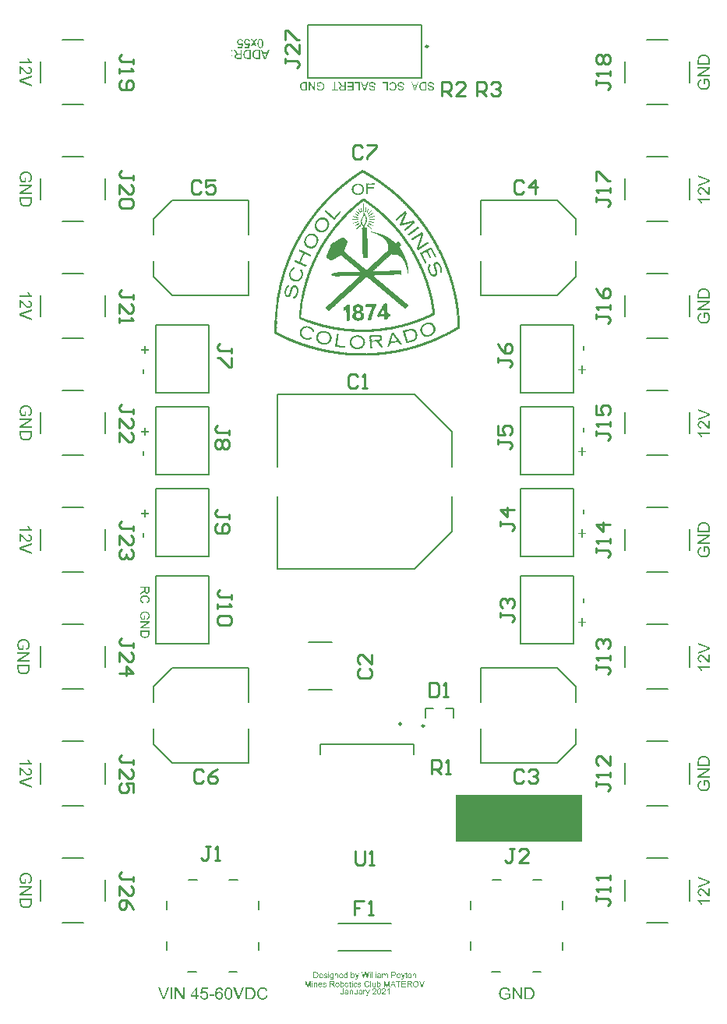
<source format=gto>
G04*
G04 #@! TF.GenerationSoftware,Altium Limited,Altium Designer,21.0.9 (235)*
G04*
G04 Layer_Color=65535*
%FSLAX25Y25*%
%MOIN*%
G70*
G04*
G04 #@! TF.SameCoordinates,AEBDD87C-346D-489B-AC81-7B0397BDD38F*
G04*
G04*
G04 #@! TF.FilePolarity,Positive*
G04*
G01*
G75*
%ADD10C,0.00984*%
%ADD11C,0.00787*%
%ADD12C,0.01000*%
%ADD13R,0.54000X0.20000*%
G36*
X149188Y358188D02*
X149312D01*
Y358125D01*
X149437D01*
Y358063D01*
X149563D01*
Y358000D01*
X149688D01*
Y357938D01*
X149812D01*
Y357875D01*
X149937D01*
Y357812D01*
X150063D01*
Y357750D01*
X150125D01*
Y357687D01*
X150188D01*
Y357625D01*
X150250D01*
Y357562D01*
X150375D01*
Y357500D01*
X150563D01*
Y357437D01*
X150688D01*
Y357375D01*
X150812D01*
Y357312D01*
X150937D01*
Y357250D01*
X151000D01*
Y357188D01*
X151125D01*
Y357125D01*
X151250D01*
Y357063D01*
X151375D01*
Y357000D01*
X151437D01*
Y356938D01*
X151562D01*
Y356875D01*
X151688D01*
Y356813D01*
X151750D01*
Y356750D01*
X151813D01*
Y356687D01*
X151937D01*
Y356625D01*
X152062D01*
Y356562D01*
X152188D01*
Y356500D01*
X152313D01*
Y356437D01*
X152375D01*
Y356375D01*
X152500D01*
Y356312D01*
X152562D01*
Y356250D01*
X152688D01*
Y356188D01*
X152750D01*
Y356125D01*
X152813D01*
Y356063D01*
X152937D01*
Y356000D01*
X153062D01*
Y355938D01*
X153188D01*
Y355875D01*
X153250D01*
Y355813D01*
X153437D01*
Y355750D01*
X153500D01*
Y355687D01*
X153625D01*
Y355625D01*
X153688D01*
Y355562D01*
X153750D01*
Y355500D01*
X153875D01*
Y355437D01*
X153937D01*
Y355375D01*
X154000D01*
Y355312D01*
X154125D01*
Y355250D01*
X154313D01*
Y355188D01*
X154375D01*
Y355125D01*
X154437D01*
Y355063D01*
X154562D01*
Y355000D01*
X154625D01*
Y354938D01*
X154750D01*
Y354875D01*
X154813D01*
Y354813D01*
X154938D01*
Y354750D01*
X155000D01*
Y354688D01*
X155125D01*
Y354625D01*
X155187D01*
Y354562D01*
X155250D01*
Y354500D01*
X155375D01*
Y354437D01*
X155500D01*
Y354375D01*
X155562D01*
Y354312D01*
X155687D01*
Y354250D01*
X155750D01*
Y354187D01*
X155875D01*
Y354125D01*
X155938D01*
Y354063D01*
X156000D01*
Y354000D01*
X156125D01*
Y353938D01*
X156250D01*
Y353875D01*
X156313D01*
Y353813D01*
X156438D01*
Y353750D01*
X156562D01*
Y353688D01*
X156625D01*
Y353625D01*
X156687D01*
Y353562D01*
X156813D01*
Y353500D01*
X156875D01*
Y353437D01*
X156938D01*
Y353375D01*
X157000D01*
Y353312D01*
X157062D01*
Y353250D01*
X157187D01*
Y353187D01*
X157313D01*
Y353125D01*
X157375D01*
Y353063D01*
X157500D01*
Y353000D01*
X157562D01*
Y352938D01*
X157687D01*
Y352875D01*
X157750D01*
Y352813D01*
X157875D01*
Y352750D01*
X157938D01*
Y352688D01*
X158000D01*
Y352625D01*
X158063D01*
Y352562D01*
X158125D01*
Y352500D01*
X158250D01*
Y352437D01*
X158312D01*
Y352375D01*
X158375D01*
Y352312D01*
X158500D01*
Y352250D01*
X158625D01*
Y352187D01*
X158687D01*
Y352125D01*
X158750D01*
Y352063D01*
X158812D01*
Y352000D01*
X158875D01*
Y351938D01*
X159000D01*
Y351875D01*
X159063D01*
Y351813D01*
X159125D01*
Y351750D01*
X159250D01*
Y351688D01*
X159312D01*
Y351625D01*
X159438D01*
Y351562D01*
X159500D01*
Y351500D01*
X159625D01*
Y351437D01*
X159687D01*
Y351375D01*
X159750D01*
Y351312D01*
X159812D01*
Y351250D01*
X159875D01*
Y351187D01*
X160000D01*
Y351125D01*
X160063D01*
Y351062D01*
X160125D01*
Y351000D01*
X160250D01*
Y350938D01*
X160312D01*
Y350875D01*
X160375D01*
Y350813D01*
X160438D01*
Y350750D01*
X160500D01*
Y350688D01*
X160563D01*
Y350625D01*
X160687D01*
Y350563D01*
X160812D01*
Y350500D01*
X160875D01*
Y350437D01*
X160938D01*
Y350375D01*
X161000D01*
Y350312D01*
X161125D01*
Y350250D01*
X161188D01*
Y350187D01*
X161250D01*
Y350125D01*
X161375D01*
Y350062D01*
X161437D01*
Y350000D01*
X161500D01*
Y349938D01*
X161563D01*
Y349875D01*
X161625D01*
Y349813D01*
X161750D01*
Y349750D01*
X161875D01*
Y349688D01*
X161937D01*
Y349625D01*
X162000D01*
Y349563D01*
X162063D01*
Y349500D01*
X162125D01*
Y349437D01*
X162188D01*
Y349375D01*
X162250D01*
Y349312D01*
X162312D01*
Y349250D01*
X162375D01*
Y349187D01*
X162437D01*
Y349125D01*
X162563D01*
Y349062D01*
X162625D01*
Y349000D01*
X162688D01*
Y348938D01*
X162750D01*
Y348875D01*
X162812D01*
Y348813D01*
X162875D01*
Y348750D01*
X162937D01*
Y348688D01*
X163063D01*
Y348625D01*
X163125D01*
Y348563D01*
X163188D01*
Y348500D01*
X163312D01*
Y348438D01*
X163375D01*
Y348375D01*
X163437D01*
Y348312D01*
X163500D01*
Y348250D01*
X163563D01*
Y348187D01*
X163625D01*
Y348125D01*
X163688D01*
Y348062D01*
X163750D01*
Y348000D01*
X163875D01*
Y347937D01*
X164000D01*
Y347875D01*
X164062D01*
Y347813D01*
X164125D01*
Y347750D01*
X164188D01*
Y347688D01*
X164250D01*
Y347625D01*
X164313D01*
Y347563D01*
X164375D01*
Y347500D01*
X164437D01*
Y347438D01*
X164500D01*
Y347375D01*
X164562D01*
Y347312D01*
X164625D01*
Y347250D01*
X164688D01*
Y347187D01*
X164750D01*
Y347125D01*
X164813D01*
Y347062D01*
X164875D01*
Y347000D01*
X164937D01*
Y346937D01*
X165000D01*
Y346875D01*
X165062D01*
Y346813D01*
X165188D01*
Y346750D01*
X165250D01*
Y346688D01*
X165375D01*
Y346625D01*
X165437D01*
Y346563D01*
X165500D01*
Y346500D01*
X165562D01*
Y346438D01*
X165625D01*
Y346375D01*
X165688D01*
Y346312D01*
X165750D01*
Y346250D01*
X165813D01*
Y346187D01*
X165875D01*
Y346125D01*
X165937D01*
Y346062D01*
X166000D01*
Y346000D01*
X166062D01*
Y345937D01*
X166125D01*
Y345875D01*
X166188D01*
Y345813D01*
X166250D01*
Y345750D01*
X166313D01*
Y345688D01*
X166375D01*
Y345625D01*
X166437D01*
Y345563D01*
X166500D01*
Y345500D01*
X166562D01*
Y345438D01*
Y345375D01*
X166688D01*
Y345312D01*
X166750D01*
Y345250D01*
X166813D01*
Y345187D01*
X166875D01*
Y345125D01*
X167000D01*
Y345062D01*
X167062D01*
Y345000D01*
X167125D01*
Y344937D01*
X167188D01*
Y344875D01*
X167250D01*
Y344812D01*
X167313D01*
Y344750D01*
X167375D01*
Y344688D01*
Y344625D01*
X167438D01*
Y344563D01*
X167500D01*
Y344500D01*
X167625D01*
Y344438D01*
X167687D01*
Y344375D01*
X167750D01*
Y344313D01*
X167813D01*
Y344250D01*
X167875D01*
Y344187D01*
X167938D01*
Y344125D01*
X168000D01*
Y344062D01*
Y344000D01*
X168062D01*
Y343937D01*
X168125D01*
Y343875D01*
X168187D01*
Y343812D01*
X168250D01*
Y343750D01*
X168313D01*
Y343688D01*
X168438D01*
Y343625D01*
Y343563D01*
X168500D01*
Y343500D01*
X168562D01*
Y343438D01*
X168625D01*
Y343375D01*
X168687D01*
Y343313D01*
X168750D01*
Y343250D01*
X168813D01*
Y343187D01*
X168875D01*
Y343125D01*
X168938D01*
Y343062D01*
X169000D01*
Y343000D01*
X169062D01*
Y342937D01*
X169125D01*
Y342875D01*
X169187D01*
Y342812D01*
X169250D01*
Y342750D01*
X169313D01*
Y342688D01*
X169375D01*
Y342625D01*
X169438D01*
Y342563D01*
X169500D01*
Y342500D01*
X169562D01*
Y342438D01*
X169625D01*
Y342375D01*
X169687D01*
Y342313D01*
Y342250D01*
X169750D01*
Y342188D01*
X169813D01*
Y342125D01*
X169875D01*
Y342062D01*
X169938D01*
Y342000D01*
X170000D01*
Y341937D01*
X170062D01*
Y341875D01*
X170125D01*
Y341812D01*
X170187D01*
Y341750D01*
X170250D01*
Y341687D01*
X170312D01*
Y341625D01*
X170375D01*
Y341563D01*
X170438D01*
Y341500D01*
X170500D01*
Y341438D01*
X170563D01*
Y341375D01*
X170625D01*
Y341313D01*
X170687D01*
Y341250D01*
Y341188D01*
X170750D01*
Y341125D01*
X170812D01*
Y341062D01*
X170875D01*
Y341000D01*
Y340937D01*
X170938D01*
Y340875D01*
X171000D01*
Y340812D01*
X171063D01*
Y340750D01*
X171125D01*
Y340687D01*
X171187D01*
Y340625D01*
X171250D01*
Y340563D01*
X171312D01*
Y340500D01*
Y340438D01*
X171375D01*
Y340375D01*
X171438D01*
Y340313D01*
X171500D01*
Y340250D01*
X171563D01*
Y340188D01*
X171625D01*
Y340125D01*
X171687D01*
Y340062D01*
X171750D01*
Y340000D01*
X171812D01*
Y339937D01*
Y339875D01*
X171875D01*
Y339812D01*
X171938D01*
Y339750D01*
X172000D01*
Y339687D01*
X172063D01*
Y339625D01*
Y339563D01*
X172125D01*
Y339500D01*
X172187D01*
Y339438D01*
X172250D01*
Y339375D01*
X172312D01*
Y339313D01*
X172375D01*
Y339250D01*
Y339188D01*
X172438D01*
Y339125D01*
X172500D01*
Y339062D01*
X172563D01*
Y339000D01*
X172625D01*
Y338937D01*
X172687D01*
Y338875D01*
X172750D01*
Y338812D01*
X172812D01*
Y338750D01*
Y338687D01*
X172875D01*
Y338625D01*
X172938D01*
Y338562D01*
Y338500D01*
X173000D01*
Y338438D01*
X173063D01*
Y338375D01*
X173125D01*
Y338313D01*
X173187D01*
Y338250D01*
Y338188D01*
X173250D01*
Y338125D01*
X173312D01*
Y338063D01*
X173375D01*
Y338000D01*
X173438D01*
Y337937D01*
X173500D01*
Y337875D01*
X173563D01*
Y337812D01*
X173625D01*
Y337750D01*
X173688D01*
Y337687D01*
X173750D01*
Y337625D01*
Y337562D01*
X173812D01*
Y337500D01*
Y337438D01*
X173875D01*
Y337375D01*
X173937D01*
Y337313D01*
X174000D01*
Y337250D01*
X174063D01*
Y337188D01*
Y337125D01*
X174125D01*
Y337063D01*
Y337000D01*
X174250D01*
Y336937D01*
X174312D01*
Y336875D01*
Y336812D01*
X174375D01*
Y336750D01*
Y336687D01*
X174437D01*
Y336625D01*
X174500D01*
Y336562D01*
Y336500D01*
X174563D01*
Y336438D01*
X174625D01*
Y336375D01*
X174688D01*
Y336313D01*
X174750D01*
Y336250D01*
Y336188D01*
X174812D01*
Y336125D01*
Y336063D01*
X174875D01*
Y336000D01*
X174937D01*
Y335938D01*
X175000D01*
Y335875D01*
X175063D01*
Y335812D01*
X175125D01*
Y335750D01*
Y335687D01*
X175188D01*
Y335625D01*
X175250D01*
Y335562D01*
Y335500D01*
X175312D01*
Y335437D01*
X175375D01*
Y335375D01*
X175437D01*
Y335313D01*
Y335250D01*
X175500D01*
Y335188D01*
X175563D01*
Y335125D01*
X175625D01*
Y335063D01*
X175688D01*
Y335000D01*
X175750D01*
Y334938D01*
Y334875D01*
X175812D01*
Y334812D01*
Y334750D01*
X175875D01*
Y334687D01*
X175937D01*
Y334625D01*
Y334562D01*
X176000D01*
Y334500D01*
X176063D01*
Y334437D01*
Y334375D01*
X176125D01*
Y334313D01*
X176188D01*
Y334250D01*
Y334188D01*
X176250D01*
Y334125D01*
X176312D01*
Y334063D01*
X176375D01*
Y334000D01*
Y333938D01*
X176437D01*
Y333875D01*
Y333812D01*
X176500D01*
Y333750D01*
X176562D01*
Y333687D01*
X176625D01*
Y333625D01*
Y333562D01*
X176688D01*
Y333500D01*
X176750D01*
Y333437D01*
X176813D01*
Y333375D01*
Y333313D01*
X176875D01*
Y333250D01*
Y333188D01*
Y333125D01*
X176937D01*
Y333063D01*
X177000D01*
Y333000D01*
X177062D01*
Y332938D01*
X177125D01*
Y332875D01*
X177188D01*
Y332812D01*
Y332750D01*
X177250D01*
Y332687D01*
X177313D01*
Y332625D01*
Y332562D01*
X177375D01*
Y332500D01*
X177437D01*
Y332437D01*
Y332375D01*
X177500D01*
Y332312D01*
Y332250D01*
X177562D01*
Y332188D01*
Y332125D01*
X177625D01*
Y332063D01*
X177688D01*
Y332000D01*
X177750D01*
Y331938D01*
Y331875D01*
X177813D01*
Y331813D01*
X177875D01*
Y331750D01*
X177937D01*
Y331687D01*
X178000D01*
Y331625D01*
Y331562D01*
X178062D01*
Y331500D01*
X178125D01*
Y331437D01*
Y331375D01*
X178188D01*
Y331312D01*
Y331250D01*
X178250D01*
Y331188D01*
Y331125D01*
X178313D01*
Y331063D01*
Y331000D01*
X178375D01*
Y330938D01*
X178437D01*
Y330875D01*
Y330813D01*
X178500D01*
Y330750D01*
X178562D01*
Y330687D01*
Y330625D01*
X178625D01*
Y330562D01*
Y330500D01*
X178688D01*
Y330437D01*
Y330375D01*
X178750D01*
Y330312D01*
X178813D01*
Y330250D01*
X178875D01*
Y330188D01*
X178937D01*
Y330125D01*
Y330063D01*
X179000D01*
Y330000D01*
Y329938D01*
X179062D01*
Y329875D01*
Y329813D01*
X179125D01*
Y329750D01*
X179188D01*
Y329688D01*
Y329625D01*
X179250D01*
Y329562D01*
X179313D01*
Y329500D01*
Y329437D01*
X179375D01*
Y329375D01*
Y329312D01*
Y329250D01*
X179437D01*
Y329187D01*
Y329125D01*
X179500D01*
Y329063D01*
X179562D01*
Y329000D01*
Y328938D01*
X179625D01*
Y328875D01*
Y328813D01*
X179688D01*
Y328750D01*
X179750D01*
Y328688D01*
Y328625D01*
X179813D01*
Y328562D01*
X179875D01*
Y328500D01*
Y328437D01*
X179938D01*
Y328375D01*
Y328312D01*
X180000D01*
Y328250D01*
Y328187D01*
X180062D01*
Y328125D01*
X180125D01*
Y328063D01*
Y328000D01*
X180187D01*
Y327938D01*
X180250D01*
Y327875D01*
Y327813D01*
X180313D01*
Y327750D01*
Y327688D01*
X180375D01*
Y327625D01*
X180438D01*
Y327562D01*
Y327500D01*
X180500D01*
Y327437D01*
X180562D01*
Y327375D01*
X180625D01*
Y327312D01*
Y327250D01*
X180687D01*
Y327187D01*
Y327125D01*
Y327063D01*
X180750D01*
Y327000D01*
Y326938D01*
X180813D01*
Y326875D01*
Y326813D01*
X180875D01*
Y326750D01*
Y326688D01*
X180938D01*
Y326625D01*
Y326562D01*
X181000D01*
Y326500D01*
Y326437D01*
X181062D01*
Y326375D01*
X181125D01*
Y326312D01*
Y326250D01*
X181187D01*
Y326187D01*
X181250D01*
Y326125D01*
Y326062D01*
X181313D01*
Y326000D01*
Y325938D01*
X181375D01*
Y325875D01*
X181438D01*
Y325813D01*
Y325750D01*
X181500D01*
Y325688D01*
Y325625D01*
X181562D01*
Y325563D01*
Y325500D01*
X181625D01*
Y325437D01*
Y325375D01*
Y325312D01*
X181687D01*
Y325250D01*
Y325187D01*
X181750D01*
Y325125D01*
Y325062D01*
X181813D01*
Y325000D01*
Y324938D01*
X181875D01*
Y324875D01*
X181938D01*
Y324813D01*
Y324750D01*
X182000D01*
Y324688D01*
Y324625D01*
Y324563D01*
Y324500D01*
Y324437D01*
X181750D01*
Y324375D01*
Y324312D01*
X181938D01*
Y324375D01*
X182125D01*
Y324312D01*
X182187D01*
Y324250D01*
X182250D01*
Y324187D01*
Y324125D01*
X182313D01*
Y324062D01*
Y324000D01*
Y323938D01*
X182375D01*
Y323875D01*
X182438D01*
Y323813D01*
Y323750D01*
X182500D01*
Y323688D01*
X182562D01*
Y323625D01*
X182625D01*
Y323563D01*
Y323500D01*
Y323438D01*
Y323375D01*
X182687D01*
Y323312D01*
Y323250D01*
X182750D01*
Y323187D01*
Y323125D01*
X182812D01*
Y323062D01*
X182875D01*
Y323000D01*
Y322937D01*
X182938D01*
Y322875D01*
Y322813D01*
X183000D01*
Y322750D01*
Y322688D01*
X183063D01*
Y322625D01*
Y322563D01*
X183125D01*
Y322500D01*
Y322438D01*
Y322375D01*
X183187D01*
Y322312D01*
Y322250D01*
X183250D01*
Y322187D01*
Y322125D01*
X183312D01*
Y322062D01*
Y322000D01*
X183375D01*
Y321937D01*
Y321875D01*
X183438D01*
Y321813D01*
Y321750D01*
Y321688D01*
X183500D01*
Y321625D01*
X183563D01*
Y321563D01*
Y321500D01*
X183625D01*
Y321438D01*
Y321375D01*
X183687D01*
Y321312D01*
Y321250D01*
X183750D01*
Y321187D01*
Y321125D01*
Y321062D01*
X183812D01*
Y321000D01*
Y320937D01*
Y320875D01*
X183875D01*
Y320813D01*
Y320750D01*
X183938D01*
Y320688D01*
X184000D01*
Y320625D01*
Y320563D01*
Y320500D01*
Y320438D01*
X184063D01*
Y320375D01*
Y320312D01*
X184125D01*
Y320250D01*
Y320187D01*
X184187D01*
Y320125D01*
Y320062D01*
X184250D01*
Y320000D01*
X184312D01*
Y319937D01*
Y319875D01*
X184375D01*
Y319812D01*
Y319750D01*
Y319688D01*
X184438D01*
Y319625D01*
Y319563D01*
X184500D01*
Y319500D01*
Y319438D01*
Y319375D01*
X184563D01*
Y319313D01*
Y319250D01*
Y319187D01*
X184625D01*
Y319125D01*
Y319062D01*
X184687D01*
Y319000D01*
Y318937D01*
Y318875D01*
Y318812D01*
X184750D01*
Y318750D01*
Y318688D01*
Y318625D01*
X184812D01*
Y318563D01*
X184875D01*
Y318500D01*
Y318438D01*
X184938D01*
Y318375D01*
Y318313D01*
X185000D01*
Y318250D01*
Y318187D01*
X185063D01*
Y318125D01*
Y318062D01*
X185125D01*
Y318000D01*
Y317937D01*
Y317875D01*
X185187D01*
Y317812D01*
Y317750D01*
Y317688D01*
X185250D01*
Y317625D01*
Y317563D01*
X185312D01*
Y317500D01*
Y317438D01*
Y317375D01*
X185375D01*
Y317313D01*
Y317250D01*
Y317188D01*
Y317125D01*
Y317062D01*
X185438D01*
Y317000D01*
Y316937D01*
X185500D01*
Y316875D01*
Y316812D01*
X185563D01*
Y316750D01*
Y316687D01*
X185625D01*
Y316625D01*
Y316563D01*
X185687D01*
Y316500D01*
Y316438D01*
X185750D01*
Y316375D01*
Y316313D01*
X185812D01*
Y316250D01*
Y316188D01*
X185875D01*
Y316125D01*
Y316062D01*
Y316000D01*
Y315937D01*
X185938D01*
Y315875D01*
Y315812D01*
X186000D01*
Y315750D01*
Y315687D01*
X186063D01*
Y315625D01*
Y315563D01*
Y315500D01*
Y315438D01*
Y315375D01*
Y315313D01*
X186125D01*
Y315250D01*
Y315188D01*
X186188D01*
Y315125D01*
Y315062D01*
Y315000D01*
X186250D01*
Y314937D01*
Y314875D01*
X186312D01*
Y314812D01*
Y314750D01*
Y314687D01*
X186375D01*
Y314625D01*
Y314563D01*
Y314500D01*
X186437D01*
Y314438D01*
Y314375D01*
X186500D01*
Y314313D01*
Y314250D01*
Y314188D01*
Y314125D01*
Y314062D01*
X186563D01*
Y314000D01*
Y313937D01*
Y313875D01*
X186625D01*
Y313812D01*
X186688D01*
Y313750D01*
Y313687D01*
X186750D01*
Y313625D01*
Y313562D01*
Y313500D01*
Y313438D01*
Y313375D01*
X186812D01*
Y313313D01*
Y313250D01*
Y313188D01*
X186875D01*
Y313125D01*
Y313063D01*
Y313000D01*
X186937D01*
Y312937D01*
Y312875D01*
Y312812D01*
X187000D01*
Y312750D01*
Y312687D01*
X187063D01*
Y312625D01*
Y312562D01*
Y312500D01*
Y312438D01*
X187125D01*
Y312375D01*
Y312313D01*
Y312250D01*
X187188D01*
Y312188D01*
Y312125D01*
X187250D01*
Y312063D01*
Y312000D01*
Y311937D01*
Y311875D01*
Y311812D01*
X187312D01*
Y311750D01*
Y311687D01*
X187375D01*
Y311625D01*
Y311562D01*
Y311500D01*
Y311438D01*
X187437D01*
Y311375D01*
Y311313D01*
X187500D01*
Y311250D01*
Y311188D01*
Y311125D01*
Y311063D01*
X187563D01*
Y311000D01*
Y310938D01*
Y310875D01*
Y310812D01*
Y310750D01*
Y310687D01*
Y310625D01*
X187625D01*
Y310562D01*
X187688D01*
Y310500D01*
Y310437D01*
Y310375D01*
X187750D01*
Y310313D01*
Y310250D01*
Y310188D01*
X187812D01*
Y310125D01*
Y310063D01*
Y310000D01*
Y309938D01*
X187875D01*
Y309875D01*
Y309812D01*
Y309750D01*
Y309687D01*
X187937D01*
Y309625D01*
Y309562D01*
X188000D01*
Y309500D01*
Y309437D01*
Y309375D01*
Y309313D01*
Y309250D01*
Y309188D01*
X188063D01*
Y309125D01*
Y309063D01*
X188125D01*
Y309000D01*
Y308938D01*
Y308875D01*
Y308812D01*
Y308750D01*
X188188D01*
Y308687D01*
Y308625D01*
Y308562D01*
Y308500D01*
Y308437D01*
X188250D01*
Y308375D01*
Y308313D01*
Y308250D01*
X188312D01*
Y308188D01*
Y308125D01*
Y308063D01*
X188375D01*
Y308000D01*
Y307938D01*
X188437D01*
Y307875D01*
Y307812D01*
Y307750D01*
Y307687D01*
Y307625D01*
Y307562D01*
Y307500D01*
Y307437D01*
X188500D01*
Y307375D01*
Y307312D01*
Y307250D01*
X188563D01*
Y307188D01*
Y307125D01*
X188625D01*
Y307063D01*
Y307000D01*
Y306938D01*
Y306875D01*
Y306813D01*
X188688D01*
Y306750D01*
Y306687D01*
Y306625D01*
X188750D01*
Y306562D01*
Y306500D01*
Y306437D01*
Y306375D01*
Y306312D01*
X188812D01*
Y306250D01*
Y306188D01*
Y306125D01*
Y306063D01*
Y306000D01*
Y305938D01*
X188875D01*
Y305875D01*
Y305813D01*
Y305750D01*
X188937D01*
Y305687D01*
Y305625D01*
Y305562D01*
Y305500D01*
Y305437D01*
Y305375D01*
X189000D01*
Y305312D01*
Y305250D01*
Y305188D01*
X189062D01*
Y305125D01*
Y305063D01*
Y305000D01*
X189125D01*
Y304938D01*
Y304875D01*
Y304813D01*
Y304750D01*
Y304688D01*
Y304625D01*
Y304562D01*
X189188D01*
Y304500D01*
Y304437D01*
Y304375D01*
X189250D01*
Y304312D01*
Y304250D01*
Y304187D01*
Y304125D01*
X189313D01*
Y304063D01*
Y304000D01*
Y303938D01*
Y303875D01*
Y303813D01*
Y303750D01*
X189375D01*
Y303688D01*
Y303625D01*
Y303562D01*
Y303500D01*
Y303437D01*
Y303375D01*
Y303312D01*
X189437D01*
Y303250D01*
X189500D01*
Y303187D01*
Y303125D01*
Y303063D01*
Y303000D01*
Y302938D01*
Y302875D01*
Y302813D01*
Y302750D01*
Y302688D01*
X189562D01*
Y302625D01*
Y302562D01*
Y302500D01*
Y302437D01*
X189625D01*
Y302375D01*
X189562D01*
Y302312D01*
Y302250D01*
Y302187D01*
Y302125D01*
X189625D01*
Y302063D01*
Y302000D01*
Y301938D01*
Y301875D01*
Y301813D01*
X189688D01*
Y301750D01*
Y301688D01*
Y301625D01*
X189750D01*
Y301562D01*
Y301500D01*
Y301437D01*
X189813D01*
Y301375D01*
Y301312D01*
Y301250D01*
Y301187D01*
Y301125D01*
Y301062D01*
Y301000D01*
Y300938D01*
Y300875D01*
Y300813D01*
Y300750D01*
Y300688D01*
X189875D01*
Y300625D01*
Y300563D01*
Y300500D01*
X189937D01*
Y300437D01*
Y300375D01*
Y300312D01*
Y300250D01*
Y300187D01*
X190000D01*
Y300125D01*
Y300062D01*
Y300000D01*
Y299938D01*
Y299875D01*
Y299813D01*
Y299750D01*
Y299688D01*
Y299625D01*
Y299563D01*
Y299500D01*
Y299437D01*
X190062D01*
Y299375D01*
Y299312D01*
Y299250D01*
Y299187D01*
X190125D01*
Y299125D01*
Y299062D01*
Y299000D01*
X190188D01*
Y298938D01*
Y298875D01*
Y298813D01*
Y298750D01*
Y298688D01*
Y298625D01*
Y298563D01*
Y298500D01*
Y298438D01*
Y298375D01*
Y298312D01*
Y298250D01*
Y298187D01*
Y298125D01*
X190250D01*
Y298062D01*
Y298000D01*
Y297937D01*
Y297875D01*
Y297813D01*
Y297750D01*
Y297688D01*
Y297625D01*
Y297563D01*
Y297500D01*
Y297438D01*
Y297375D01*
Y297312D01*
Y297250D01*
Y297187D01*
Y297125D01*
X190313D01*
Y297062D01*
Y297000D01*
Y296937D01*
X190375D01*
Y296875D01*
Y296813D01*
X190437D01*
Y296750D01*
Y296688D01*
Y296625D01*
Y296563D01*
Y296500D01*
Y296438D01*
Y296375D01*
Y296312D01*
Y296250D01*
Y296187D01*
Y296125D01*
Y296062D01*
X190500D01*
Y296000D01*
Y295937D01*
Y295875D01*
Y295813D01*
Y295750D01*
Y295688D01*
Y295625D01*
Y295563D01*
Y295500D01*
Y295438D01*
Y295375D01*
Y295312D01*
Y295250D01*
Y295187D01*
Y295125D01*
Y295062D01*
Y295000D01*
Y294937D01*
X190562D01*
Y294875D01*
Y294812D01*
Y294750D01*
Y294688D01*
Y294625D01*
X190625D01*
Y294563D01*
Y294500D01*
Y294438D01*
Y294375D01*
Y294313D01*
X190688D01*
Y294250D01*
Y294187D01*
Y294125D01*
Y294062D01*
Y294000D01*
Y293937D01*
X190625D01*
Y293875D01*
Y293812D01*
Y293750D01*
Y293688D01*
Y293625D01*
Y293563D01*
X190688D01*
Y293500D01*
Y293438D01*
Y293375D01*
Y293313D01*
X190625D01*
Y293250D01*
Y293187D01*
Y293125D01*
Y293062D01*
Y293000D01*
Y292937D01*
X190688D01*
Y292875D01*
Y292812D01*
Y292750D01*
Y292688D01*
Y292625D01*
Y292563D01*
X190750D01*
Y292500D01*
Y292438D01*
Y292375D01*
Y292313D01*
Y292250D01*
Y292188D01*
Y292125D01*
Y292062D01*
Y292000D01*
Y291937D01*
Y291875D01*
Y291812D01*
Y291750D01*
Y291687D01*
Y291625D01*
Y291563D01*
Y291500D01*
Y291438D01*
Y291375D01*
Y291313D01*
Y291250D01*
Y291188D01*
Y291125D01*
Y291062D01*
Y291000D01*
Y290937D01*
Y290875D01*
Y290812D01*
Y290750D01*
Y290687D01*
X190688D01*
Y290625D01*
Y290563D01*
X190625D01*
Y290500D01*
X190562D01*
Y290438D01*
X190500D01*
Y290375D01*
X190375D01*
Y290313D01*
X190250D01*
Y290250D01*
X190188D01*
Y290188D01*
X190000D01*
Y290125D01*
X189937D01*
Y290062D01*
X189875D01*
Y290000D01*
X189750D01*
Y289937D01*
X189625D01*
Y289875D01*
X189562D01*
Y289812D01*
X189500D01*
Y289750D01*
X189375D01*
Y289687D01*
X189313D01*
Y289625D01*
X189188D01*
Y289563D01*
X189000D01*
Y289500D01*
X188875D01*
Y289438D01*
X188812D01*
Y289375D01*
X188688D01*
Y289313D01*
X188625D01*
Y289250D01*
X188563D01*
Y289188D01*
X188437D01*
Y289125D01*
X188312D01*
Y289062D01*
X188188D01*
Y289000D01*
X188125D01*
Y288937D01*
X188000D01*
Y288875D01*
X187937D01*
Y288812D01*
X187750D01*
Y288750D01*
X187625D01*
Y288687D01*
X187437D01*
Y288625D01*
X187375D01*
Y288562D01*
X187312D01*
Y288500D01*
X187125D01*
Y288438D01*
X187000D01*
Y288375D01*
X186937D01*
Y288313D01*
X186812D01*
Y288250D01*
X186688D01*
Y288188D01*
X186563D01*
Y288125D01*
X186500D01*
Y288063D01*
X186375D01*
Y288000D01*
X186250D01*
Y287937D01*
X186125D01*
Y287875D01*
X186000D01*
Y287812D01*
X185812D01*
Y287750D01*
X185687D01*
Y287687D01*
X185563D01*
Y287625D01*
X185438D01*
Y287562D01*
X185375D01*
Y287500D01*
X185250D01*
Y287438D01*
X185125D01*
Y287375D01*
X185000D01*
Y287313D01*
X184812D01*
Y287250D01*
X184687D01*
Y287188D01*
X184625D01*
Y287125D01*
X184438D01*
Y287063D01*
X184375D01*
Y287000D01*
X184250D01*
Y286937D01*
X184125D01*
Y286875D01*
X184000D01*
Y286812D01*
X183938D01*
Y286750D01*
X183750D01*
Y286687D01*
X183625D01*
Y286625D01*
X183500D01*
Y286562D01*
X183312D01*
Y286500D01*
X183187D01*
Y286438D01*
X183063D01*
Y286375D01*
X182938D01*
Y286313D01*
X182812D01*
Y286250D01*
X182687D01*
Y286188D01*
X182562D01*
Y286125D01*
X182375D01*
Y286063D01*
X182313D01*
Y286000D01*
X182125D01*
Y285938D01*
X181938D01*
Y285875D01*
X181813D01*
Y285812D01*
X181687D01*
Y285750D01*
X181562D01*
Y285687D01*
X181500D01*
Y285625D01*
X181375D01*
Y285562D01*
X181125D01*
Y285500D01*
X180938D01*
Y285437D01*
X180813D01*
Y285375D01*
X180750D01*
Y285313D01*
X180625D01*
Y285250D01*
X180500D01*
Y285188D01*
X180313D01*
Y285125D01*
X180187D01*
Y285063D01*
X180000D01*
Y285000D01*
X179813D01*
Y284938D01*
X179688D01*
Y284875D01*
X179500D01*
Y284812D01*
X179375D01*
Y284750D01*
X179250D01*
Y284687D01*
X179125D01*
Y284625D01*
X178937D01*
Y284562D01*
X178750D01*
Y284500D01*
X178688D01*
Y284437D01*
X178500D01*
Y284375D01*
X178375D01*
Y284313D01*
X178188D01*
Y284250D01*
X178000D01*
Y284188D01*
X177750D01*
Y284125D01*
X177562D01*
Y284063D01*
X177500D01*
Y284000D01*
X177437D01*
Y283938D01*
X177313D01*
Y283875D01*
X177000D01*
Y283812D01*
X176875D01*
Y283750D01*
X176750D01*
Y283687D01*
X176500D01*
Y283625D01*
X176375D01*
Y283562D01*
X176250D01*
Y283500D01*
X176063D01*
Y283437D01*
X175812D01*
Y283375D01*
X175688D01*
Y283313D01*
X175563D01*
Y283250D01*
X175312D01*
Y283188D01*
X175188D01*
Y283125D01*
X174937D01*
Y283063D01*
X174750D01*
Y283000D01*
X174625D01*
Y282938D01*
X174437D01*
Y282875D01*
X174375D01*
Y282812D01*
X174063D01*
Y282750D01*
X173937D01*
Y282687D01*
X173750D01*
Y282625D01*
X173625D01*
Y282562D01*
X173375D01*
Y282500D01*
X173063D01*
Y282437D01*
X172938D01*
Y282375D01*
X172687D01*
Y282312D01*
X172438D01*
Y282250D01*
X172312D01*
Y282188D01*
X172125D01*
Y282125D01*
X171938D01*
Y282063D01*
X171625D01*
Y282000D01*
X171500D01*
Y281938D01*
X171250D01*
Y281875D01*
X171000D01*
Y281813D01*
X170812D01*
Y281750D01*
X170625D01*
Y281687D01*
X170438D01*
Y281625D01*
X170062D01*
Y281562D01*
X169938D01*
Y281500D01*
X169750D01*
Y281437D01*
X169438D01*
Y281375D01*
X169187D01*
Y281312D01*
X169000D01*
Y281250D01*
X168813D01*
Y281188D01*
X168500D01*
Y281125D01*
X168313D01*
Y281063D01*
X168125D01*
Y281000D01*
X167687D01*
Y280938D01*
X167500D01*
Y280875D01*
X167313D01*
Y280813D01*
X167000D01*
Y280750D01*
X166688D01*
Y280687D01*
X166375D01*
Y280625D01*
X166125D01*
Y280562D01*
X165875D01*
Y280500D01*
X165437D01*
Y280437D01*
X165125D01*
Y280375D01*
X164875D01*
Y280312D01*
X164750D01*
Y280250D01*
X164188D01*
Y280188D01*
X163937D01*
Y280125D01*
X163500D01*
Y280063D01*
X163125D01*
Y280000D01*
X162937D01*
Y279938D01*
X162437D01*
Y279875D01*
X162312D01*
Y279813D01*
X161625D01*
Y279750D01*
X161500D01*
Y279688D01*
X160938D01*
Y279625D01*
X160750D01*
Y279562D01*
X160250D01*
Y279500D01*
X159500D01*
Y279437D01*
X159312D01*
Y279375D01*
X159063D01*
Y279312D01*
X158250D01*
Y279250D01*
X157438D01*
Y279187D01*
X157250D01*
Y279125D01*
X156375D01*
Y279063D01*
X155938D01*
Y279000D01*
X155750D01*
Y279063D01*
X155250D01*
Y279000D01*
X155000D01*
Y278938D01*
X154688D01*
Y278875D01*
X153188D01*
Y278813D01*
X153062D01*
Y278750D01*
X144938D01*
Y278813D01*
X144687D01*
Y278875D01*
X143125D01*
Y278938D01*
X142813D01*
Y279000D01*
X141750D01*
Y279063D01*
X141562D01*
Y279125D01*
X140562D01*
Y279187D01*
X139813D01*
Y279250D01*
X139625D01*
Y279312D01*
X139375D01*
Y279375D01*
X139250D01*
Y279312D01*
X138875D01*
Y279375D01*
X138625D01*
Y279437D01*
X138500D01*
Y279500D01*
X137625D01*
Y279562D01*
X137188D01*
Y279625D01*
X136812D01*
Y279688D01*
X136500D01*
Y279750D01*
X136250D01*
Y279813D01*
X135563D01*
Y279875D01*
X135312D01*
Y279938D01*
X134938D01*
Y280000D01*
X134563D01*
Y280063D01*
X134125D01*
Y280125D01*
X133812D01*
Y280188D01*
X133687D01*
Y280250D01*
X133125D01*
Y280312D01*
X132875D01*
Y280375D01*
X132625D01*
Y280437D01*
X132313D01*
Y280500D01*
X131938D01*
Y280562D01*
X131687D01*
Y280625D01*
X131562D01*
Y280687D01*
X131250D01*
Y280750D01*
X131000D01*
Y280813D01*
X130625D01*
Y280875D01*
X130438D01*
Y280938D01*
X130187D01*
Y281000D01*
X129875D01*
Y281063D01*
X129750D01*
Y281125D01*
X129313D01*
Y281188D01*
X129000D01*
Y281250D01*
X128875D01*
Y281312D01*
X128750D01*
Y281375D01*
X128562D01*
Y281437D01*
X128125D01*
Y281500D01*
X128000D01*
Y281562D01*
X127813D01*
Y281625D01*
X127437D01*
Y281687D01*
X127313D01*
Y281750D01*
X127125D01*
Y281813D01*
X126875D01*
Y281875D01*
X126688D01*
Y281938D01*
X126500D01*
Y282000D01*
X126250D01*
Y282063D01*
X126063D01*
Y282125D01*
X125875D01*
Y282188D01*
X125625D01*
Y282250D01*
X125437D01*
Y282312D01*
X125188D01*
Y282375D01*
X125000D01*
Y282437D01*
X124812D01*
Y282500D01*
X124563D01*
Y282562D01*
X124375D01*
Y282625D01*
X124250D01*
Y282687D01*
X124063D01*
Y282750D01*
X123875D01*
Y282812D01*
X123625D01*
Y282875D01*
X123500D01*
Y282938D01*
X123250D01*
Y283000D01*
X123125D01*
Y283063D01*
X122938D01*
Y283125D01*
X122687D01*
Y283188D01*
X122500D01*
Y283250D01*
X122375D01*
Y283313D01*
X122250D01*
Y283375D01*
X122063D01*
Y283437D01*
X121875D01*
Y283500D01*
X121750D01*
Y283562D01*
X121563D01*
Y283625D01*
X121375D01*
Y283687D01*
X121125D01*
Y283750D01*
X121000D01*
Y283812D01*
X120875D01*
Y283875D01*
X120750D01*
Y283938D01*
X120563D01*
Y284000D01*
X120375D01*
Y284063D01*
X120250D01*
Y284125D01*
X120125D01*
Y284188D01*
X119875D01*
Y284250D01*
X119750D01*
Y284313D01*
X119562D01*
Y284375D01*
X119438D01*
Y284437D01*
X119250D01*
Y284500D01*
X119125D01*
Y284562D01*
X119000D01*
Y284625D01*
X118813D01*
Y284687D01*
X118687D01*
Y284750D01*
X118500D01*
Y284812D01*
X118375D01*
Y284875D01*
X118250D01*
Y284938D01*
X118125D01*
Y285000D01*
X117938D01*
Y285063D01*
X117750D01*
Y285125D01*
X117625D01*
Y285188D01*
X117500D01*
Y285250D01*
X117375D01*
Y285313D01*
X117188D01*
Y285375D01*
X117000D01*
Y285437D01*
X116875D01*
Y285500D01*
X116750D01*
Y285562D01*
X116625D01*
Y285625D01*
X116500D01*
Y285687D01*
X116375D01*
Y285750D01*
X116250D01*
Y285812D01*
X116062D01*
Y285875D01*
X116000D01*
Y285938D01*
X115750D01*
Y286000D01*
X115625D01*
Y286063D01*
X115500D01*
Y286125D01*
X115375D01*
Y286188D01*
X115250D01*
Y286250D01*
X115125D01*
Y286313D01*
X115062D01*
Y286375D01*
X114875D01*
Y286438D01*
X114750D01*
Y286500D01*
X114625D01*
Y286562D01*
X114500D01*
Y286625D01*
X114375D01*
Y286687D01*
X114250D01*
Y286750D01*
X114125D01*
Y286812D01*
X114000D01*
Y286875D01*
X113812D01*
Y286937D01*
X113750D01*
Y287000D01*
X113688D01*
Y287063D01*
X113563D01*
Y287125D01*
X113312D01*
Y287188D01*
X113250D01*
Y287250D01*
X113125D01*
Y287313D01*
X112937D01*
Y287375D01*
X112812D01*
Y287438D01*
X112688D01*
Y287500D01*
X112563D01*
Y287562D01*
X112437D01*
Y287625D01*
X112375D01*
Y287687D01*
X112250D01*
Y287750D01*
X112125D01*
Y287812D01*
X112000D01*
Y287875D01*
X111875D01*
Y287937D01*
X111750D01*
Y288000D01*
X111688D01*
Y288063D01*
X111625D01*
Y288125D01*
X111500D01*
Y288188D01*
X111437D01*
Y288250D01*
X111375D01*
Y288313D01*
Y288375D01*
Y288438D01*
X111437D01*
Y288500D01*
Y288562D01*
Y288625D01*
Y288687D01*
Y288750D01*
Y288812D01*
Y288875D01*
Y288937D01*
X111375D01*
Y289000D01*
Y289062D01*
Y289125D01*
Y289188D01*
X111437D01*
Y289250D01*
Y289313D01*
Y289375D01*
Y289438D01*
Y289500D01*
Y289563D01*
Y289625D01*
Y289687D01*
X111375D01*
Y289750D01*
Y289812D01*
Y289875D01*
Y289937D01*
Y290000D01*
Y290062D01*
X111437D01*
Y290125D01*
Y290188D01*
Y290250D01*
Y290313D01*
Y290375D01*
X111375D01*
Y290438D01*
Y290500D01*
Y290563D01*
Y290625D01*
Y290687D01*
Y290750D01*
X111437D01*
Y290812D01*
Y290875D01*
Y290937D01*
Y291000D01*
Y291062D01*
Y291125D01*
Y291188D01*
Y291250D01*
Y291313D01*
Y291375D01*
Y291438D01*
Y291500D01*
Y291563D01*
Y291625D01*
Y291687D01*
X111375D01*
Y291750D01*
Y291812D01*
Y291875D01*
Y291937D01*
Y292000D01*
Y292062D01*
Y292125D01*
Y292188D01*
Y292250D01*
Y292313D01*
Y292375D01*
Y292438D01*
X111437D01*
Y292500D01*
Y292563D01*
Y292625D01*
Y292688D01*
Y292750D01*
Y292812D01*
Y292875D01*
Y292937D01*
X111375D01*
Y293000D01*
Y293062D01*
Y293125D01*
Y293187D01*
Y293250D01*
Y293313D01*
Y293375D01*
Y293438D01*
Y293500D01*
Y293563D01*
Y293625D01*
Y293688D01*
Y293750D01*
X111437D01*
Y293812D01*
X111500D01*
Y293875D01*
Y293937D01*
Y294000D01*
Y294062D01*
Y294125D01*
Y294187D01*
X111563D01*
Y294250D01*
Y294313D01*
X111625D01*
Y294375D01*
Y294438D01*
Y294500D01*
Y294563D01*
Y294625D01*
Y294688D01*
X111563D01*
Y294750D01*
Y294812D01*
Y294875D01*
Y294937D01*
Y295000D01*
Y295062D01*
Y295125D01*
Y295187D01*
Y295250D01*
Y295312D01*
Y295375D01*
Y295438D01*
Y295500D01*
X111625D01*
Y295563D01*
Y295625D01*
Y295688D01*
Y295750D01*
Y295813D01*
Y295875D01*
X111688D01*
Y295937D01*
Y296000D01*
Y296062D01*
Y296125D01*
Y296187D01*
Y296250D01*
Y296312D01*
Y296375D01*
Y296438D01*
Y296500D01*
Y296563D01*
Y296625D01*
Y296688D01*
Y296750D01*
Y296813D01*
Y296875D01*
Y296937D01*
Y297000D01*
Y297062D01*
Y297125D01*
Y297187D01*
Y297250D01*
Y297312D01*
Y297375D01*
X111750D01*
Y297438D01*
Y297500D01*
Y297563D01*
Y297625D01*
Y297688D01*
X111812D01*
Y297750D01*
Y297813D01*
Y297875D01*
Y297937D01*
Y298000D01*
Y298062D01*
Y298125D01*
Y298187D01*
Y298250D01*
Y298312D01*
Y298375D01*
Y298438D01*
Y298500D01*
Y298563D01*
Y298625D01*
Y298688D01*
X111875D01*
Y298750D01*
Y298813D01*
Y298875D01*
X111937D01*
Y298938D01*
Y299000D01*
Y299062D01*
Y299125D01*
Y299187D01*
Y299250D01*
Y299312D01*
Y299375D01*
Y299437D01*
Y299500D01*
X112000D01*
Y299563D01*
Y299625D01*
Y299688D01*
Y299750D01*
Y299813D01*
X112063D01*
Y299875D01*
Y299938D01*
Y300000D01*
X112000D01*
Y300062D01*
Y300125D01*
Y300187D01*
Y300250D01*
Y300312D01*
Y300375D01*
Y300437D01*
Y300500D01*
Y300563D01*
X112063D01*
Y300625D01*
Y300688D01*
X112125D01*
Y300750D01*
Y300813D01*
X112188D01*
Y300875D01*
Y300938D01*
X112125D01*
Y301000D01*
Y301062D01*
Y301125D01*
Y301187D01*
Y301250D01*
Y301312D01*
X112188D01*
Y301375D01*
Y301437D01*
Y301500D01*
Y301562D01*
Y301625D01*
X112250D01*
Y301688D01*
Y301750D01*
Y301813D01*
Y301875D01*
Y301938D01*
Y302000D01*
Y302063D01*
X112312D01*
Y302125D01*
Y302187D01*
X112375D01*
Y302250D01*
Y302312D01*
Y302375D01*
Y302437D01*
Y302500D01*
Y302562D01*
Y302625D01*
Y302688D01*
Y302750D01*
Y302813D01*
Y302875D01*
Y302938D01*
Y303000D01*
X112437D01*
Y303063D01*
Y303125D01*
Y303187D01*
Y303250D01*
Y303312D01*
Y303375D01*
Y303437D01*
X112375D01*
Y303500D01*
Y303562D01*
Y303625D01*
Y303688D01*
Y303750D01*
X112437D01*
Y303813D01*
Y303875D01*
X112500D01*
Y303938D01*
Y304000D01*
Y304063D01*
Y304125D01*
Y304187D01*
Y304250D01*
X112563D01*
Y304312D01*
Y304375D01*
Y304437D01*
X112625D01*
Y304500D01*
Y304562D01*
X112563D01*
Y304625D01*
Y304688D01*
X112625D01*
Y304750D01*
Y304813D01*
Y304875D01*
X112688D01*
Y304938D01*
Y305000D01*
Y305063D01*
Y305125D01*
Y305188D01*
X112750D01*
Y305250D01*
Y305312D01*
Y305375D01*
Y305437D01*
Y305500D01*
Y305562D01*
X112812D01*
Y305625D01*
Y305687D01*
Y305750D01*
Y305813D01*
Y305875D01*
Y305938D01*
X112875D01*
Y306000D01*
Y306063D01*
Y306125D01*
X112937D01*
Y306188D01*
Y306250D01*
Y306312D01*
Y306375D01*
Y306437D01*
Y306500D01*
Y306562D01*
Y306625D01*
X113000D01*
Y306687D01*
Y306750D01*
Y306813D01*
Y306875D01*
X113063D01*
Y306938D01*
Y307000D01*
X113125D01*
Y307063D01*
Y307125D01*
Y307188D01*
Y307250D01*
Y307312D01*
Y307375D01*
Y307437D01*
X113188D01*
Y307500D01*
Y307562D01*
Y307625D01*
X113250D01*
Y307687D01*
Y307750D01*
Y307812D01*
Y307875D01*
X113312D01*
Y307938D01*
Y308000D01*
Y308063D01*
Y308125D01*
Y308188D01*
Y308250D01*
X113375D01*
Y308313D01*
Y308375D01*
Y308437D01*
Y308500D01*
Y308562D01*
X113437D01*
Y308625D01*
Y308687D01*
Y308750D01*
Y308812D01*
X113500D01*
Y308875D01*
X113625D01*
Y308938D01*
X113750D01*
Y309000D01*
Y309063D01*
Y309125D01*
Y309188D01*
Y309250D01*
Y309313D01*
Y309375D01*
Y309437D01*
Y309500D01*
Y309562D01*
Y309625D01*
Y309687D01*
Y309750D01*
Y309812D01*
Y309875D01*
Y309938D01*
Y310000D01*
Y310063D01*
Y310125D01*
Y310188D01*
X113812D01*
Y310250D01*
X113875D01*
Y310313D01*
Y310375D01*
Y310437D01*
X113937D01*
Y310500D01*
Y310562D01*
Y310625D01*
Y310687D01*
Y310750D01*
Y310812D01*
Y310875D01*
X114000D01*
Y310938D01*
Y311000D01*
Y311063D01*
Y311125D01*
X114062D01*
Y311188D01*
Y311250D01*
Y311313D01*
X114125D01*
Y311375D01*
Y311438D01*
Y311500D01*
X114188D01*
Y311562D01*
Y311625D01*
Y311687D01*
Y311750D01*
X114250D01*
Y311812D01*
Y311875D01*
X114313D01*
Y311937D01*
Y312000D01*
Y312063D01*
Y312125D01*
Y312188D01*
Y312250D01*
X114375D01*
Y312313D01*
Y312375D01*
Y312438D01*
X114437D01*
Y312500D01*
Y312562D01*
Y312625D01*
Y312687D01*
X114500D01*
Y312750D01*
Y312812D01*
Y312875D01*
X114562D01*
Y312937D01*
Y313000D01*
X114625D01*
Y313063D01*
Y313125D01*
Y313188D01*
Y313250D01*
X114688D01*
Y313313D01*
Y313375D01*
Y313438D01*
X114750D01*
Y313500D01*
Y313562D01*
Y313625D01*
Y313687D01*
X114813D01*
Y313750D01*
Y313812D01*
Y313875D01*
Y313937D01*
X114875D01*
Y314000D01*
Y314062D01*
Y314125D01*
X114937D01*
Y314188D01*
Y314250D01*
Y314313D01*
Y314375D01*
Y314438D01*
X115000D01*
Y314500D01*
Y314563D01*
X115062D01*
Y314625D01*
Y314687D01*
Y314750D01*
Y314812D01*
X115125D01*
Y314875D01*
Y314937D01*
Y315000D01*
X115188D01*
Y315062D01*
Y315125D01*
X115250D01*
Y315188D01*
Y315250D01*
Y315313D01*
X115313D01*
Y315375D01*
Y315438D01*
Y315500D01*
X115375D01*
Y315563D01*
Y315625D01*
X115437D01*
Y315687D01*
Y315750D01*
Y315812D01*
Y315875D01*
X115500D01*
Y315937D01*
Y316000D01*
X115562D01*
Y316062D01*
Y316125D01*
X115625D01*
Y316188D01*
Y316250D01*
Y316313D01*
X115688D01*
Y316375D01*
Y316438D01*
Y316500D01*
X115750D01*
Y316563D01*
Y316625D01*
Y316687D01*
X115813D01*
Y316750D01*
Y316812D01*
Y316875D01*
Y316937D01*
X115875D01*
Y317000D01*
Y317062D01*
Y317125D01*
X115937D01*
Y317188D01*
Y317250D01*
X116000D01*
Y317313D01*
Y317375D01*
Y317438D01*
X116062D01*
Y317500D01*
Y317563D01*
X116125D01*
Y317625D01*
X116188D01*
Y317688D01*
Y317750D01*
Y317812D01*
Y317875D01*
Y317937D01*
Y318000D01*
X116250D01*
Y318062D01*
Y318125D01*
Y318187D01*
X116313D01*
Y318250D01*
Y318313D01*
Y318375D01*
X116375D01*
Y318438D01*
Y318500D01*
X116437D01*
Y318563D01*
Y318625D01*
X116500D01*
Y318688D01*
Y318750D01*
X116562D01*
Y318812D01*
Y318875D01*
Y318937D01*
X116625D01*
Y319000D01*
Y319062D01*
Y319125D01*
X116688D01*
Y319187D01*
Y319250D01*
Y319313D01*
X116750D01*
Y319375D01*
Y319438D01*
Y319500D01*
X116813D01*
Y319563D01*
Y319625D01*
X116875D01*
Y319688D01*
Y319750D01*
X116937D01*
Y319812D01*
Y319875D01*
X117000D01*
Y319937D01*
Y320000D01*
Y320062D01*
X117062D01*
Y320125D01*
Y320187D01*
Y320250D01*
X117125D01*
Y320312D01*
Y320375D01*
Y320438D01*
X117188D01*
Y320500D01*
Y320563D01*
Y320625D01*
X117250D01*
Y320688D01*
Y320750D01*
X117313D01*
Y320813D01*
Y320875D01*
X117375D01*
Y320937D01*
Y321000D01*
X117438D01*
Y321062D01*
Y321125D01*
Y321187D01*
X117500D01*
Y321250D01*
Y321312D01*
X117562D01*
Y321375D01*
Y321438D01*
Y321500D01*
X117625D01*
Y321563D01*
Y321625D01*
X117687D01*
Y321688D01*
Y321750D01*
Y321813D01*
X117750D01*
Y321875D01*
Y321937D01*
X117813D01*
Y322000D01*
Y322062D01*
X117875D01*
Y322125D01*
Y322187D01*
X117938D01*
Y322250D01*
Y322312D01*
X118000D01*
Y322375D01*
Y322438D01*
Y322500D01*
X118062D01*
Y322563D01*
Y322625D01*
Y322688D01*
Y322750D01*
X118125D01*
Y322813D01*
Y322875D01*
X118187D01*
Y322937D01*
Y323000D01*
X118250D01*
Y323062D01*
X118313D01*
Y323125D01*
Y323187D01*
X118375D01*
Y323250D01*
Y323312D01*
Y323375D01*
X118438D01*
Y323438D01*
Y323500D01*
X118500D01*
Y323563D01*
Y323625D01*
Y323688D01*
X118562D01*
Y323750D01*
X118625D01*
Y323813D01*
X118687D01*
Y323875D01*
Y323938D01*
Y324000D01*
Y324062D01*
X118750D01*
Y324125D01*
Y324187D01*
X118813D01*
Y324250D01*
Y324312D01*
Y324375D01*
X118875D01*
Y324437D01*
Y324500D01*
X118938D01*
Y324563D01*
X119000D01*
Y324625D01*
Y324688D01*
X119062D01*
Y324750D01*
Y324813D01*
Y324875D01*
X119125D01*
Y324938D01*
X119187D01*
Y325000D01*
X119250D01*
Y325062D01*
Y325125D01*
X119313D01*
Y325187D01*
Y325250D01*
X119375D01*
Y325312D01*
Y325375D01*
Y325437D01*
X119438D01*
Y325500D01*
Y325563D01*
X119500D01*
Y325625D01*
Y325688D01*
Y325750D01*
X119562D01*
Y325813D01*
Y325875D01*
X119625D01*
Y325938D01*
Y326000D01*
X119687D01*
Y326062D01*
X119750D01*
Y326125D01*
Y326187D01*
X119813D01*
Y326250D01*
Y326312D01*
Y326375D01*
X119875D01*
Y326437D01*
Y326500D01*
X119938D01*
Y326562D01*
X120000D01*
Y326625D01*
Y326688D01*
X120062D01*
Y326750D01*
X120125D01*
Y326813D01*
Y326875D01*
X120187D01*
Y326938D01*
Y327000D01*
Y327063D01*
X120250D01*
Y327125D01*
Y327187D01*
Y327250D01*
X120312D01*
Y327312D01*
X120375D01*
Y327375D01*
Y327437D01*
X120438D01*
Y327500D01*
Y327562D01*
X120500D01*
Y327625D01*
Y327688D01*
Y327750D01*
X120563D01*
Y327813D01*
Y327875D01*
X120625D01*
Y327938D01*
Y328000D01*
X120687D01*
Y328063D01*
X120750D01*
Y328125D01*
Y328187D01*
X120812D01*
Y328250D01*
Y328312D01*
X120875D01*
Y328375D01*
Y328437D01*
X120938D01*
Y328500D01*
X121000D01*
Y328562D01*
Y328625D01*
X121063D01*
Y328688D01*
X121125D01*
Y328750D01*
Y328813D01*
X121187D01*
Y328875D01*
Y328938D01*
X121250D01*
Y329000D01*
Y329063D01*
X121312D01*
Y329125D01*
Y329187D01*
X121375D01*
Y329250D01*
Y329312D01*
X121438D01*
Y329375D01*
Y329437D01*
X121500D01*
Y329500D01*
Y329562D01*
X121563D01*
Y329625D01*
Y329688D01*
X121625D01*
Y329750D01*
X121687D01*
Y329813D01*
Y329875D01*
X121750D01*
Y329938D01*
Y330000D01*
X121812D01*
Y330063D01*
X121875D01*
Y330125D01*
Y330188D01*
X121938D01*
Y330250D01*
Y330312D01*
X122000D01*
Y330375D01*
X122063D01*
Y330437D01*
X122125D01*
Y330500D01*
Y330562D01*
X122187D01*
Y330625D01*
Y330687D01*
X122250D01*
Y330750D01*
X122312D01*
Y330813D01*
Y330875D01*
X122375D01*
Y330938D01*
X122438D01*
Y331000D01*
Y331063D01*
X122500D01*
Y331125D01*
Y331188D01*
X122563D01*
Y331250D01*
Y331312D01*
X122625D01*
Y331375D01*
Y331437D01*
X122687D01*
Y331500D01*
X122750D01*
Y331562D01*
X122812D01*
Y331625D01*
Y331687D01*
X122875D01*
Y331750D01*
Y331813D01*
X122938D01*
Y331875D01*
Y331938D01*
X123000D01*
Y332000D01*
Y332063D01*
X123063D01*
Y332125D01*
X123125D01*
Y332188D01*
X123187D01*
Y332250D01*
Y332312D01*
X123250D01*
Y332375D01*
Y332437D01*
X123312D01*
Y332500D01*
Y332562D01*
X123375D01*
Y332625D01*
X123438D01*
Y332687D01*
X123500D01*
Y332750D01*
Y332812D01*
X123563D01*
Y332875D01*
X123625D01*
Y332938D01*
Y333000D01*
X123688D01*
Y333063D01*
Y333125D01*
X123750D01*
Y333188D01*
X123812D01*
Y333250D01*
Y333313D01*
X123875D01*
Y333375D01*
Y333437D01*
X123937D01*
Y333500D01*
Y333562D01*
X124000D01*
Y333625D01*
Y333687D01*
X124063D01*
Y333750D01*
X124125D01*
Y333812D01*
Y333875D01*
X124188D01*
Y333938D01*
X124250D01*
Y334000D01*
Y334063D01*
X124312D01*
Y334125D01*
X124375D01*
Y334188D01*
X124437D01*
Y334250D01*
Y334313D01*
X124500D01*
Y334375D01*
Y334437D01*
X124563D01*
Y334500D01*
Y334562D01*
X124625D01*
Y334625D01*
X124688D01*
Y334687D01*
Y334750D01*
X124750D01*
Y334812D01*
X124812D01*
Y334875D01*
X124875D01*
Y334938D01*
X124937D01*
Y335000D01*
Y335063D01*
X125000D01*
Y335125D01*
X125063D01*
Y335188D01*
Y335250D01*
X125125D01*
Y335313D01*
Y335375D01*
X125188D01*
Y335437D01*
X125250D01*
Y335500D01*
X125312D01*
Y335562D01*
Y335625D01*
X125375D01*
Y335687D01*
Y335750D01*
X125437D01*
Y335812D01*
X125500D01*
Y335875D01*
X125563D01*
Y335938D01*
Y336000D01*
X125625D01*
Y336063D01*
X125688D01*
Y336125D01*
X125750D01*
Y336188D01*
X125812D01*
Y336250D01*
Y336313D01*
X125875D01*
Y336375D01*
Y336438D01*
X125937D01*
Y336500D01*
X126000D01*
Y336562D01*
Y336625D01*
X126063D01*
Y336687D01*
X126125D01*
Y336750D01*
Y336812D01*
X126188D01*
Y336875D01*
X126250D01*
Y336937D01*
Y337000D01*
X126312D01*
Y337063D01*
X126375D01*
Y337125D01*
X126437D01*
Y337188D01*
Y337250D01*
X126500D01*
Y337313D01*
X126562D01*
Y337375D01*
X126625D01*
Y337438D01*
X126688D01*
Y337500D01*
Y337562D01*
X126750D01*
Y337625D01*
Y337687D01*
X126813D01*
Y337750D01*
X126875D01*
Y337812D01*
X126937D01*
Y337875D01*
X127000D01*
Y337937D01*
Y338000D01*
X127062D01*
Y338063D01*
X127125D01*
Y338125D01*
X127188D01*
Y338188D01*
X127250D01*
Y338250D01*
X127313D01*
Y338313D01*
Y338375D01*
X127375D01*
Y338438D01*
Y338500D01*
X127437D01*
Y338562D01*
Y338625D01*
X127500D01*
Y338687D01*
X127562D01*
Y338750D01*
X127625D01*
Y338812D01*
X127688D01*
Y338875D01*
X127750D01*
Y338937D01*
X127813D01*
Y339000D01*
Y339062D01*
X127875D01*
Y339125D01*
X127937D01*
Y339188D01*
X128000D01*
Y339250D01*
Y339313D01*
X128062D01*
Y339375D01*
X128125D01*
Y339438D01*
Y339500D01*
X128188D01*
Y339563D01*
X128250D01*
Y339625D01*
X128313D01*
Y339687D01*
Y339750D01*
X128375D01*
Y339812D01*
X128437D01*
Y339875D01*
X128500D01*
Y339937D01*
X128562D01*
Y340000D01*
X128625D01*
Y340062D01*
Y340125D01*
X128688D01*
Y340188D01*
X128750D01*
Y340250D01*
Y340313D01*
X128813D01*
Y340375D01*
X128875D01*
Y340438D01*
X128937D01*
Y340500D01*
X129000D01*
Y340563D01*
Y340625D01*
X129062D01*
Y340687D01*
X129125D01*
Y340750D01*
X129250D01*
Y340812D01*
Y340875D01*
X129313D01*
Y340937D01*
Y341000D01*
X129375D01*
Y341062D01*
X129437D01*
Y341125D01*
X129500D01*
Y341188D01*
X129562D01*
Y341250D01*
X129625D01*
Y341313D01*
X129688D01*
Y341375D01*
Y341438D01*
X129750D01*
Y341500D01*
Y341563D01*
X129813D01*
Y341625D01*
X129875D01*
Y341687D01*
X129938D01*
Y341750D01*
X130000D01*
Y341812D01*
X130062D01*
Y341875D01*
X130125D01*
Y341937D01*
X130187D01*
Y342000D01*
X130250D01*
Y342062D01*
X130313D01*
Y342125D01*
X130375D01*
Y342188D01*
Y342250D01*
X130438D01*
Y342313D01*
X130500D01*
Y342375D01*
X130562D01*
Y342438D01*
X130625D01*
Y342500D01*
Y342563D01*
X130687D01*
Y342625D01*
X130750D01*
Y342688D01*
X130875D01*
Y342750D01*
X130938D01*
Y342812D01*
Y342875D01*
X131000D01*
Y342937D01*
X131062D01*
Y343000D01*
X131125D01*
Y343062D01*
X131187D01*
Y343125D01*
X131250D01*
Y343187D01*
X131313D01*
Y343250D01*
X131375D01*
Y343313D01*
Y343375D01*
X131438D01*
Y343438D01*
X131500D01*
Y343500D01*
X131562D01*
Y343563D01*
X131625D01*
Y343625D01*
X131687D01*
Y343688D01*
X131750D01*
Y343750D01*
X131813D01*
Y343812D01*
Y343875D01*
X131875D01*
Y343937D01*
X131938D01*
Y344000D01*
X132000D01*
Y344062D01*
X132062D01*
Y344125D01*
X132125D01*
Y344187D01*
X132187D01*
Y344250D01*
X132250D01*
Y344313D01*
X132313D01*
Y344375D01*
X132375D01*
Y344438D01*
Y344500D01*
X132438D01*
Y344563D01*
X132500D01*
Y344625D01*
X132562D01*
Y344688D01*
X132625D01*
Y344750D01*
X132687D01*
Y344812D01*
X132750D01*
Y344875D01*
X132812D01*
Y344937D01*
X132875D01*
Y345000D01*
X132938D01*
Y345062D01*
X133000D01*
Y345125D01*
X133063D01*
Y345187D01*
X133125D01*
Y345250D01*
X133187D01*
Y345312D01*
X133250D01*
Y345375D01*
X133312D01*
Y345438D01*
X133375D01*
Y345500D01*
X133438D01*
Y345563D01*
Y345625D01*
X133500D01*
Y345688D01*
X133563D01*
Y345750D01*
X133687D01*
Y345813D01*
X133812D01*
Y345875D01*
Y345937D01*
X133875D01*
Y346000D01*
Y346062D01*
X133938D01*
Y346125D01*
X134000D01*
Y346187D01*
X134063D01*
Y346250D01*
X134125D01*
Y346312D01*
Y346375D01*
X134250D01*
Y346438D01*
X134312D01*
Y346500D01*
Y346563D01*
X134438D01*
Y346625D01*
Y346688D01*
X134563D01*
Y346750D01*
X134625D01*
Y346813D01*
X134687D01*
Y346875D01*
Y346937D01*
X134750D01*
Y347000D01*
X134875D01*
Y347062D01*
X134938D01*
Y347125D01*
X135000D01*
Y347187D01*
X135063D01*
Y347250D01*
X135125D01*
Y347312D01*
X135187D01*
Y347375D01*
Y347438D01*
X135250D01*
Y347500D01*
X135312D01*
Y347563D01*
X135375D01*
Y347625D01*
X135438D01*
Y347688D01*
X135563D01*
Y347750D01*
X135625D01*
Y347813D01*
X135687D01*
Y347875D01*
X135750D01*
Y347937D01*
X135812D01*
Y348000D01*
X135875D01*
Y348062D01*
X136000D01*
Y348125D01*
X136063D01*
Y348187D01*
X136125D01*
Y348250D01*
X136188D01*
Y348312D01*
Y348375D01*
X136250D01*
Y348438D01*
X136375D01*
Y348500D01*
X136437D01*
Y348563D01*
X136500D01*
Y348625D01*
X136563D01*
Y348688D01*
X136688D01*
Y348750D01*
Y348813D01*
X136750D01*
Y348875D01*
X136812D01*
Y348938D01*
X136875D01*
Y349000D01*
X136937D01*
Y349062D01*
X137000D01*
Y349125D01*
X137125D01*
Y349187D01*
Y349250D01*
X137188D01*
Y349312D01*
X137250D01*
Y349375D01*
X137312D01*
Y349437D01*
X137375D01*
Y349500D01*
X137437D01*
Y349563D01*
X137500D01*
Y349625D01*
X137625D01*
Y349688D01*
X137688D01*
Y349750D01*
X137812D01*
Y349813D01*
X137875D01*
Y349875D01*
X137937D01*
Y349938D01*
X138000D01*
Y350000D01*
X138063D01*
Y350062D01*
Y350125D01*
X138125D01*
Y350187D01*
X138250D01*
Y350250D01*
X138312D01*
Y350312D01*
X138375D01*
Y350375D01*
X138437D01*
Y350437D01*
X138500D01*
Y350500D01*
X138563D01*
Y350563D01*
X138688D01*
Y350625D01*
X138750D01*
Y350688D01*
X138875D01*
Y350750D01*
X138937D01*
Y350813D01*
Y350875D01*
X139062D01*
Y350938D01*
X139125D01*
Y351000D01*
X139188D01*
Y351062D01*
X139313D01*
Y351125D01*
X139375D01*
Y351187D01*
X139437D01*
Y351250D01*
X139500D01*
Y351312D01*
X139562D01*
Y351375D01*
X139625D01*
Y351437D01*
X139688D01*
Y351500D01*
X139813D01*
Y351562D01*
X139875D01*
Y351625D01*
X139937D01*
Y351688D01*
X140000D01*
Y351750D01*
X140062D01*
Y351813D01*
X140125D01*
Y351875D01*
X140188D01*
Y351938D01*
X140313D01*
Y352000D01*
X140375D01*
Y352063D01*
X140437D01*
Y352125D01*
X140562D01*
Y352187D01*
X140625D01*
Y352250D01*
Y352312D01*
X140688D01*
Y352375D01*
X140813D01*
Y352437D01*
X140875D01*
Y352500D01*
X140937D01*
Y352562D01*
X141062D01*
Y352625D01*
X141125D01*
Y352688D01*
X141188D01*
Y352750D01*
X141250D01*
Y352813D01*
X141375D01*
Y352875D01*
X141500D01*
Y352938D01*
X141562D01*
Y353000D01*
X141625D01*
Y353063D01*
X141688D01*
Y353125D01*
X141750D01*
Y353187D01*
X141813D01*
Y353250D01*
X141875D01*
Y353312D01*
X141937D01*
Y353375D01*
X142062D01*
Y353437D01*
X142125D01*
Y353500D01*
X142250D01*
Y353562D01*
X142375D01*
Y353625D01*
X142438D01*
Y353688D01*
X142500D01*
Y353750D01*
X142625D01*
Y353813D01*
X142687D01*
Y353875D01*
X142750D01*
Y353938D01*
X142813D01*
Y354000D01*
X142875D01*
Y354063D01*
X142938D01*
Y354125D01*
X143000D01*
Y354187D01*
X143125D01*
Y354250D01*
X143187D01*
Y354312D01*
X143313D01*
Y354375D01*
X143375D01*
Y354437D01*
X143500D01*
Y354500D01*
X143562D01*
Y354562D01*
X143625D01*
Y354625D01*
X143750D01*
Y354688D01*
X143813D01*
Y354750D01*
X143875D01*
Y354813D01*
X143938D01*
Y354875D01*
X144062D01*
Y354938D01*
X144125D01*
Y355000D01*
X144187D01*
Y355063D01*
X144313D01*
Y355125D01*
X144375D01*
Y355188D01*
X144438D01*
Y355250D01*
X144500D01*
Y355312D01*
X144625D01*
Y355375D01*
X144687D01*
Y355437D01*
X144750D01*
Y355500D01*
X144875D01*
Y355562D01*
X144938D01*
Y355625D01*
X145062D01*
Y355687D01*
X145187D01*
Y355750D01*
X145250D01*
Y355813D01*
X145375D01*
Y355875D01*
X145438D01*
Y355938D01*
X145500D01*
Y356000D01*
X145625D01*
Y356063D01*
X145750D01*
Y356125D01*
X145812D01*
Y356188D01*
X145875D01*
Y356250D01*
X146000D01*
Y356312D01*
X146063D01*
Y356375D01*
X146125D01*
Y356437D01*
X146250D01*
Y356500D01*
X146312D01*
Y356562D01*
X146438D01*
Y356625D01*
X146563D01*
Y356687D01*
X146687D01*
Y356750D01*
X146750D01*
Y356813D01*
X146812D01*
Y356875D01*
X146938D01*
Y356938D01*
X147000D01*
Y357000D01*
X147125D01*
Y357063D01*
X147187D01*
Y357125D01*
X147250D01*
Y357188D01*
X147375D01*
Y357250D01*
X147500D01*
Y357312D01*
X147563D01*
Y357375D01*
X147687D01*
Y357437D01*
X147750D01*
Y357500D01*
X147875D01*
Y357562D01*
X147938D01*
Y357625D01*
X148063D01*
Y357687D01*
X148125D01*
Y357750D01*
X148187D01*
Y357812D01*
X148312D01*
Y357875D01*
X148438D01*
Y357938D01*
X148500D01*
Y358000D01*
X148625D01*
Y358063D01*
X148688D01*
Y358125D01*
X148812D01*
Y358188D01*
X148937D01*
Y358250D01*
X149188D01*
Y358188D01*
D02*
G37*
G36*
X99785Y414257D02*
X99831Y414253D01*
X99881Y414244D01*
X99939Y414236D01*
X100002Y414224D01*
X100068Y414211D01*
X100139Y414190D01*
X100210Y414165D01*
X100280Y414136D01*
X100351Y414103D01*
X100422Y414066D01*
X100488Y414020D01*
X100555Y413970D01*
X100559Y413966D01*
X100567Y413957D01*
X100584Y413941D01*
X100605Y413916D01*
X100634Y413887D01*
X100663Y413853D01*
X100692Y413812D01*
X100725Y413762D01*
X100759Y413712D01*
X100792Y413654D01*
X100821Y413587D01*
X100850Y413521D01*
X100879Y413446D01*
X100900Y413367D01*
X100917Y413279D01*
X100929Y413192D01*
X100434Y413155D01*
Y413159D01*
X100430Y413171D01*
X100426Y413188D01*
X100422Y413213D01*
X100418Y413242D01*
X100405Y413279D01*
X100384Y413358D01*
X100351Y413446D01*
X100305Y413537D01*
X100251Y413620D01*
X100218Y413658D01*
X100185Y413695D01*
X100180D01*
X100176Y413704D01*
X100164Y413712D01*
X100147Y413724D01*
X100106Y413754D01*
X100047Y413783D01*
X99977Y413816D01*
X99893Y413845D01*
X99802Y413866D01*
X99752Y413870D01*
X99698Y413874D01*
X99665D01*
X99640Y413870D01*
X99611Y413866D01*
X99577Y413862D01*
X99498Y413841D01*
X99407Y413812D01*
X99361Y413791D01*
X99311Y413766D01*
X99261Y413737D01*
X99215Y413704D01*
X99170Y413666D01*
X99124Y413620D01*
X99120Y413616D01*
X99116Y413608D01*
X99103Y413595D01*
X99086Y413575D01*
X99070Y413546D01*
X99049Y413516D01*
X99028Y413479D01*
X99003Y413437D01*
X98982Y413392D01*
X98962Y413342D01*
X98941Y413283D01*
X98924Y413225D01*
X98908Y413159D01*
X98895Y413088D01*
X98891Y413017D01*
X98887Y412938D01*
Y412934D01*
Y412922D01*
Y412901D01*
X98891Y412872D01*
X98895Y412838D01*
X98899Y412797D01*
X98908Y412755D01*
X98916Y412705D01*
X98941Y412605D01*
X98982Y412497D01*
X99007Y412447D01*
X99041Y412397D01*
X99074Y412348D01*
X99116Y412302D01*
X99120Y412298D01*
X99124Y412293D01*
X99141Y412281D01*
X99157Y412264D01*
X99178Y412248D01*
X99207Y412227D01*
X99236Y412206D01*
X99274Y412181D01*
X99315Y412160D01*
X99357Y412140D01*
X99461Y412102D01*
X99515Y412085D01*
X99577Y412073D01*
X99640Y412069D01*
X99706Y412065D01*
X99744D01*
X99789Y412069D01*
X99844Y412077D01*
X99910Y412090D01*
X99981Y412110D01*
X100051Y412135D01*
X100122Y412173D01*
X100131Y412177D01*
X100151Y412189D01*
X100185Y412214D01*
X100226Y412244D01*
X100268Y412285D01*
X100318Y412331D01*
X100364Y412385D01*
X100405Y412443D01*
X100846Y412381D01*
X100476Y410409D01*
X98566D01*
Y410858D01*
X100101D01*
X100305Y411890D01*
X100301Y411886D01*
X100289Y411877D01*
X100272Y411869D01*
X100247Y411853D01*
X100214Y411836D01*
X100176Y411815D01*
X100135Y411790D01*
X100085Y411769D01*
X100035Y411748D01*
X99977Y411724D01*
X99856Y411686D01*
X99789Y411669D01*
X99723Y411657D01*
X99652Y411653D01*
X99581Y411649D01*
X99561D01*
X99532Y411653D01*
X99498D01*
X99457Y411661D01*
X99407Y411665D01*
X99348Y411678D01*
X99290Y411690D01*
X99224Y411711D01*
X99157Y411732D01*
X99086Y411761D01*
X99016Y411794D01*
X98945Y411836D01*
X98874Y411882D01*
X98804Y411936D01*
X98737Y411998D01*
X98733Y412002D01*
X98720Y412015D01*
X98704Y412036D01*
X98683Y412060D01*
X98654Y412094D01*
X98625Y412140D01*
X98595Y412185D01*
X98562Y412239D01*
X98529Y412302D01*
X98500Y412372D01*
X98467Y412443D01*
X98442Y412526D01*
X98421Y412610D01*
X98404Y412701D01*
X98392Y412797D01*
X98387Y412897D01*
Y412901D01*
Y412922D01*
Y412947D01*
X98392Y412984D01*
X98396Y413030D01*
X98404Y413080D01*
X98413Y413138D01*
X98425Y413204D01*
X98442Y413271D01*
X98462Y413346D01*
X98487Y413421D01*
X98516Y413496D01*
X98550Y413570D01*
X98591Y413650D01*
X98637Y413724D01*
X98691Y413795D01*
X98695Y413799D01*
X98708Y413816D01*
X98729Y413837D01*
X98758Y413866D01*
X98795Y413903D01*
X98841Y413941D01*
X98895Y413986D01*
X98957Y414028D01*
X99024Y414070D01*
X99099Y414115D01*
X99182Y414153D01*
X99274Y414186D01*
X99369Y414220D01*
X99473Y414240D01*
X99581Y414257D01*
X99698Y414261D01*
X99748D01*
X99785Y414257D01*
D02*
G37*
G36*
X96803D02*
X96848Y414253D01*
X96898Y414244D01*
X96956Y414236D01*
X97019Y414224D01*
X97085Y414211D01*
X97156Y414190D01*
X97227Y414165D01*
X97298Y414136D01*
X97368Y414103D01*
X97439Y414066D01*
X97506Y414020D01*
X97572Y413970D01*
X97576Y413966D01*
X97585Y413957D01*
X97601Y413941D01*
X97622Y413916D01*
X97651Y413887D01*
X97680Y413853D01*
X97709Y413812D01*
X97743Y413762D01*
X97776Y413712D01*
X97809Y413654D01*
X97838Y413587D01*
X97868Y413521D01*
X97897Y413446D01*
X97917Y413367D01*
X97934Y413279D01*
X97947Y413192D01*
X97452Y413155D01*
Y413159D01*
X97447Y413171D01*
X97443Y413188D01*
X97439Y413213D01*
X97435Y413242D01*
X97422Y413279D01*
X97402Y413358D01*
X97368Y413446D01*
X97323Y413537D01*
X97268Y413620D01*
X97235Y413658D01*
X97202Y413695D01*
X97198D01*
X97194Y413704D01*
X97181Y413712D01*
X97164Y413724D01*
X97123Y413754D01*
X97065Y413783D01*
X96994Y413816D01*
X96911Y413845D01*
X96819Y413866D01*
X96769Y413870D01*
X96715Y413874D01*
X96682D01*
X96657Y413870D01*
X96628Y413866D01*
X96595Y413862D01*
X96516Y413841D01*
X96424Y413812D01*
X96378Y413791D01*
X96328Y413766D01*
X96278Y413737D01*
X96233Y413704D01*
X96187Y413666D01*
X96141Y413620D01*
X96137Y413616D01*
X96133Y413608D01*
X96120Y413595D01*
X96104Y413575D01*
X96087Y413546D01*
X96066Y413516D01*
X96045Y413479D01*
X96021Y413437D01*
X96000Y413392D01*
X95979Y413342D01*
X95958Y413283D01*
X95941Y413225D01*
X95925Y413159D01*
X95912Y413088D01*
X95908Y413017D01*
X95904Y412938D01*
Y412934D01*
Y412922D01*
Y412901D01*
X95908Y412872D01*
X95912Y412838D01*
X95916Y412797D01*
X95925Y412755D01*
X95933Y412705D01*
X95958Y412605D01*
X96000Y412497D01*
X96025Y412447D01*
X96058Y412397D01*
X96091Y412348D01*
X96133Y412302D01*
X96137Y412298D01*
X96141Y412293D01*
X96158Y412281D01*
X96174Y412264D01*
X96195Y412248D01*
X96224Y412227D01*
X96253Y412206D01*
X96291Y412181D01*
X96333Y412160D01*
X96374Y412140D01*
X96478Y412102D01*
X96532Y412085D01*
X96595Y412073D01*
X96657Y412069D01*
X96724Y412065D01*
X96761D01*
X96807Y412069D01*
X96861Y412077D01*
X96927Y412090D01*
X96998Y412110D01*
X97069Y412135D01*
X97140Y412173D01*
X97148Y412177D01*
X97169Y412189D01*
X97202Y412214D01*
X97243Y412244D01*
X97285Y412285D01*
X97335Y412331D01*
X97381Y412385D01*
X97422Y412443D01*
X97863Y412381D01*
X97493Y410409D01*
X95584D01*
Y410858D01*
X97119D01*
X97323Y411890D01*
X97318Y411886D01*
X97306Y411877D01*
X97289Y411869D01*
X97264Y411853D01*
X97231Y411836D01*
X97194Y411815D01*
X97152Y411790D01*
X97102Y411769D01*
X97052Y411748D01*
X96994Y411724D01*
X96873Y411686D01*
X96807Y411669D01*
X96740Y411657D01*
X96669Y411653D01*
X96599Y411649D01*
X96578D01*
X96549Y411653D01*
X96516D01*
X96474Y411661D01*
X96424Y411665D01*
X96366Y411678D01*
X96307Y411690D01*
X96241Y411711D01*
X96174Y411732D01*
X96104Y411761D01*
X96033Y411794D01*
X95962Y411836D01*
X95891Y411882D01*
X95821Y411936D01*
X95754Y411998D01*
X95750Y412002D01*
X95738Y412015D01*
X95721Y412036D01*
X95700Y412060D01*
X95671Y412094D01*
X95642Y412140D01*
X95613Y412185D01*
X95579Y412239D01*
X95546Y412302D01*
X95517Y412372D01*
X95484Y412443D01*
X95459Y412526D01*
X95438Y412610D01*
X95421Y412701D01*
X95409Y412797D01*
X95405Y412897D01*
Y412901D01*
Y412922D01*
Y412947D01*
X95409Y412984D01*
X95413Y413030D01*
X95421Y413080D01*
X95430Y413138D01*
X95442Y413204D01*
X95459Y413271D01*
X95480Y413346D01*
X95505Y413421D01*
X95534Y413496D01*
X95567Y413570D01*
X95609Y413650D01*
X95654Y413724D01*
X95709Y413795D01*
X95713Y413799D01*
X95725Y413816D01*
X95746Y413837D01*
X95775Y413866D01*
X95812Y413903D01*
X95858Y413941D01*
X95912Y413986D01*
X95975Y414028D01*
X96041Y414070D01*
X96116Y414115D01*
X96199Y414153D01*
X96291Y414186D01*
X96387Y414220D01*
X96491Y414240D01*
X96599Y414257D01*
X96715Y414261D01*
X96765D01*
X96803Y414257D01*
D02*
G37*
G36*
X102789Y412759D02*
X103729Y411416D01*
X103155D01*
X102714Y412077D01*
X102710Y412085D01*
X102693Y412106D01*
X102672Y412140D01*
X102643Y412185D01*
X102614Y412231D01*
X102581Y412281D01*
X102552Y412335D01*
X102523Y412381D01*
X102518Y412372D01*
X102502Y412352D01*
X102481Y412318D01*
X102452Y412277D01*
X102419Y412231D01*
X102381Y412177D01*
X102306Y412073D01*
X101840Y411416D01*
X101275D01*
X102215Y412759D01*
X101204Y414199D01*
X101778D01*
X102352Y413342D01*
X102489Y413130D01*
X103230Y414199D01*
X103804D01*
X102789Y412759D01*
D02*
G37*
G36*
X105401Y414257D02*
X105439Y414253D01*
X105484Y414249D01*
X105539Y414240D01*
X105597Y414228D01*
X105663Y414211D01*
X105730Y414190D01*
X105801Y414165D01*
X105876Y414132D01*
X105946Y414095D01*
X106017Y414049D01*
X106088Y413995D01*
X106154Y413937D01*
X106217Y413866D01*
X106221Y413862D01*
X106233Y413845D01*
X106250Y413816D01*
X106275Y413774D01*
X106304Y413720D01*
X106337Y413658D01*
X106371Y413579D01*
X106404Y413491D01*
X106441Y413387D01*
X106475Y413275D01*
X106508Y413146D01*
X106537Y413005D01*
X106562Y412851D01*
X106579Y412684D01*
X106591Y412501D01*
X106595Y412306D01*
Y412298D01*
Y412277D01*
Y412239D01*
X106591Y412194D01*
Y412135D01*
X106587Y412069D01*
X106583Y411994D01*
X106579Y411915D01*
X106570Y411828D01*
X106562Y411740D01*
X106537Y411557D01*
X106504Y411378D01*
X106483Y411291D01*
X106458Y411212D01*
Y411208D01*
X106450Y411195D01*
X106441Y411170D01*
X106433Y411141D01*
X106416Y411108D01*
X106400Y411066D01*
X106379Y411025D01*
X106354Y410975D01*
X106296Y410871D01*
X106221Y410767D01*
X106138Y410663D01*
X106092Y410617D01*
X106042Y410571D01*
X106038Y410567D01*
X106029Y410563D01*
X106013Y410550D01*
X105992Y410538D01*
X105967Y410517D01*
X105934Y410500D01*
X105896Y410480D01*
X105851Y410459D01*
X105805Y410438D01*
X105751Y410417D01*
X105693Y410396D01*
X105634Y410380D01*
X105568Y410367D01*
X105497Y410355D01*
X105422Y410351D01*
X105347Y410347D01*
X105297D01*
X105268Y410351D01*
X105239Y410355D01*
X105164Y410363D01*
X105081Y410376D01*
X104989Y410401D01*
X104898Y410430D01*
X104806Y410471D01*
X104802D01*
X104794Y410475D01*
X104781Y410484D01*
X104765Y410496D01*
X104723Y410521D01*
X104669Y410563D01*
X104607Y410613D01*
X104544Y410675D01*
X104478Y410750D01*
X104420Y410833D01*
Y410837D01*
X104411Y410846D01*
X104407Y410858D01*
X104395Y410875D01*
X104382Y410896D01*
X104365Y410925D01*
X104353Y410958D01*
X104332Y410991D01*
X104295Y411074D01*
X104257Y411170D01*
X104216Y411282D01*
X104182Y411403D01*
Y411407D01*
X104178Y411420D01*
X104174Y411436D01*
X104170Y411466D01*
X104162Y411499D01*
X104153Y411540D01*
X104145Y411586D01*
X104137Y411640D01*
X104132Y411703D01*
X104124Y411769D01*
X104116Y411844D01*
X104107Y411923D01*
X104103Y412010D01*
X104099Y412102D01*
X104095Y412202D01*
Y412306D01*
Y412314D01*
Y412335D01*
Y412372D01*
Y412418D01*
X104099Y412476D01*
X104103Y412539D01*
X104107Y412614D01*
X104112Y412693D01*
X104120Y412780D01*
X104128Y412867D01*
X104153Y413051D01*
X104191Y413229D01*
X104211Y413317D01*
X104236Y413396D01*
Y413400D01*
X104245Y413412D01*
X104249Y413437D01*
X104261Y413462D01*
X104278Y413500D01*
X104295Y413537D01*
X104315Y413583D01*
X104341Y413633D01*
X104399Y413737D01*
X104469Y413841D01*
X104553Y413945D01*
X104603Y413991D01*
X104653Y414036D01*
X104657Y414041D01*
X104665Y414045D01*
X104682Y414057D01*
X104702Y414070D01*
X104727Y414086D01*
X104761Y414107D01*
X104798Y414128D01*
X104844Y414149D01*
X104890Y414170D01*
X104944Y414190D01*
X104998Y414207D01*
X105060Y414228D01*
X105127Y414240D01*
X105197Y414253D01*
X105268Y414257D01*
X105347Y414261D01*
X105372D01*
X105401Y414257D01*
D02*
G37*
G36*
X93427Y409042D02*
X92890D01*
Y409579D01*
X93427D01*
Y409042D01*
D02*
G37*
G36*
X107641Y405739D02*
X107092D01*
X105520Y409579D01*
X106098D01*
X106543Y408418D01*
X108157D01*
X108573Y409579D01*
X109110D01*
X107641Y405739D01*
D02*
G37*
G36*
X97362D02*
X95577D01*
X95532Y405743D01*
X95486D01*
X95432Y405747D01*
X95369Y405751D01*
X95245Y405764D01*
X95116Y405785D01*
X94991Y405810D01*
X94937Y405826D01*
X94883Y405843D01*
X94879D01*
X94870Y405847D01*
X94858Y405855D01*
X94837Y405864D01*
X94787Y405889D01*
X94729Y405926D01*
X94658Y405976D01*
X94587Y406043D01*
X94517Y406117D01*
X94454Y406209D01*
Y406213D01*
X94446Y406221D01*
X94438Y406234D01*
X94429Y406255D01*
X94417Y406280D01*
X94404Y406309D01*
X94388Y406342D01*
X94371Y406380D01*
X94342Y406467D01*
X94317Y406563D01*
X94300Y406671D01*
X94292Y406787D01*
Y406791D01*
Y406804D01*
Y406829D01*
X94296Y406854D01*
X94300Y406891D01*
X94305Y406933D01*
X94313Y406979D01*
X94325Y407028D01*
X94359Y407137D01*
X94379Y407195D01*
X94404Y407253D01*
X94433Y407311D01*
X94471Y407370D01*
X94512Y407424D01*
X94558Y407478D01*
X94562Y407482D01*
X94571Y407490D01*
X94587Y407503D01*
X94608Y407523D01*
X94637Y407544D01*
X94671Y407569D01*
X94712Y407598D01*
X94762Y407628D01*
X94816Y407657D01*
X94874Y407686D01*
X94941Y407715D01*
X95016Y407744D01*
X95095Y407769D01*
X95182Y407794D01*
X95278Y407815D01*
X95378Y407831D01*
X95374D01*
X95369Y407836D01*
X95345Y407848D01*
X95307Y407869D01*
X95261Y407894D01*
X95211Y407923D01*
X95161Y407952D01*
X95112Y407990D01*
X95070Y408023D01*
X95066Y408027D01*
X95062Y408031D01*
X95049Y408044D01*
X95033Y408060D01*
X95012Y408081D01*
X94987Y408106D01*
X94933Y408164D01*
X94870Y408239D01*
X94800Y408326D01*
X94725Y408426D01*
X94650Y408534D01*
X93984Y409579D01*
X94621D01*
X95128Y408780D01*
X95132Y408776D01*
X95136Y408763D01*
X95149Y408747D01*
X95166Y408722D01*
X95182Y408693D01*
X95207Y408659D01*
X95257Y408584D01*
X95315Y408497D01*
X95374Y408410D01*
X95436Y408326D01*
X95494Y408251D01*
Y408247D01*
X95503Y408243D01*
X95519Y408222D01*
X95544Y408189D01*
X95582Y408152D01*
X95619Y408110D01*
X95665Y408069D01*
X95711Y408027D01*
X95752Y407998D01*
X95756Y407994D01*
X95773Y407985D01*
X95794Y407973D01*
X95823Y407956D01*
X95860Y407940D01*
X95898Y407923D01*
X95939Y407906D01*
X95985Y407894D01*
X95989D01*
X96002Y407890D01*
X96023Y407886D01*
X96052Y407881D01*
X96093D01*
X96143Y407877D01*
X96201Y407873D01*
X96855D01*
Y409579D01*
X97362D01*
Y405739D01*
D02*
G37*
G36*
X93427Y406796D02*
X92890D01*
Y407332D01*
X93427D01*
Y406796D01*
D02*
G37*
G36*
X105116Y405739D02*
X103685D01*
X103644Y405743D01*
X103594D01*
X103544Y405747D01*
X103431Y405751D01*
X103319Y405764D01*
X103207Y405776D01*
X103157Y405789D01*
X103111Y405797D01*
X103107D01*
X103095Y405801D01*
X103078Y405805D01*
X103057Y405814D01*
X103028Y405822D01*
X102995Y405830D01*
X102916Y405860D01*
X102828Y405897D01*
X102737Y405943D01*
X102641Y406001D01*
X102550Y406072D01*
X102545Y406076D01*
X102537Y406084D01*
X102521Y406097D01*
X102500Y406117D01*
X102475Y406142D01*
X102446Y406176D01*
X102412Y406209D01*
X102379Y406251D01*
X102342Y406296D01*
X102304Y406346D01*
X102267Y406400D01*
X102229Y406459D01*
X102159Y406588D01*
X102096Y406729D01*
Y406733D01*
X102088Y406746D01*
X102084Y406771D01*
X102071Y406800D01*
X102059Y406837D01*
X102046Y406883D01*
X102034Y406933D01*
X102017Y406991D01*
X102005Y407058D01*
X101992Y407128D01*
X101980Y407203D01*
X101967Y407282D01*
X101955Y407366D01*
X101951Y407453D01*
X101942Y407640D01*
Y407644D01*
Y407661D01*
Y407682D01*
Y407715D01*
X101946Y407752D01*
Y407798D01*
X101951Y407848D01*
X101955Y407902D01*
X101967Y408023D01*
X101988Y408152D01*
X102013Y408285D01*
X102046Y408418D01*
Y408422D01*
X102050Y408435D01*
X102059Y408451D01*
X102063Y408472D01*
X102075Y408501D01*
X102088Y408534D01*
X102117Y408613D01*
X102154Y408701D01*
X102200Y408797D01*
X102250Y408888D01*
X102308Y408975D01*
Y408980D01*
X102317Y408984D01*
X102325Y408996D01*
X102337Y409013D01*
X102367Y409050D01*
X102412Y409100D01*
X102462Y409158D01*
X102521Y409217D01*
X102587Y409271D01*
X102658Y409325D01*
X102662D01*
X102666Y409329D01*
X102691Y409346D01*
X102733Y409366D01*
X102787Y409396D01*
X102853Y409425D01*
X102932Y409458D01*
X103024Y409487D01*
X103120Y409516D01*
X103124D01*
X103132Y409520D01*
X103145D01*
X103165Y409524D01*
X103190Y409529D01*
X103224Y409537D01*
X103257Y409541D01*
X103294Y409545D01*
X103386Y409558D01*
X103490Y409570D01*
X103606Y409574D01*
X103731Y409579D01*
X105116D01*
Y405739D01*
D02*
G37*
G36*
X101243D02*
X99812D01*
X99771Y405743D01*
X99721D01*
X99671Y405747D01*
X99559Y405751D01*
X99446Y405764D01*
X99334Y405776D01*
X99284Y405789D01*
X99238Y405797D01*
X99234D01*
X99222Y405801D01*
X99205Y405805D01*
X99184Y405814D01*
X99155Y405822D01*
X99122Y405830D01*
X99043Y405860D01*
X98955Y405897D01*
X98864Y405943D01*
X98768Y406001D01*
X98677Y406072D01*
X98672Y406076D01*
X98664Y406084D01*
X98647Y406097D01*
X98627Y406117D01*
X98602Y406142D01*
X98573Y406176D01*
X98539Y406209D01*
X98506Y406251D01*
X98469Y406296D01*
X98431Y406346D01*
X98394Y406400D01*
X98356Y406459D01*
X98286Y406588D01*
X98223Y406729D01*
Y406733D01*
X98215Y406746D01*
X98211Y406771D01*
X98198Y406800D01*
X98186Y406837D01*
X98173Y406883D01*
X98161Y406933D01*
X98144Y406991D01*
X98132Y407058D01*
X98119Y407128D01*
X98107Y407203D01*
X98094Y407282D01*
X98082Y407366D01*
X98078Y407453D01*
X98069Y407640D01*
Y407644D01*
Y407661D01*
Y407682D01*
Y407715D01*
X98073Y407752D01*
Y407798D01*
X98078Y407848D01*
X98082Y407902D01*
X98094Y408023D01*
X98115Y408152D01*
X98140Y408285D01*
X98173Y408418D01*
Y408422D01*
X98177Y408435D01*
X98186Y408451D01*
X98190Y408472D01*
X98202Y408501D01*
X98215Y408534D01*
X98244Y408613D01*
X98281Y408701D01*
X98327Y408797D01*
X98377Y408888D01*
X98435Y408975D01*
Y408980D01*
X98444Y408984D01*
X98452Y408996D01*
X98465Y409013D01*
X98494Y409050D01*
X98539Y409100D01*
X98589Y409158D01*
X98647Y409217D01*
X98714Y409271D01*
X98785Y409325D01*
X98789D01*
X98793Y409329D01*
X98818Y409346D01*
X98860Y409366D01*
X98914Y409396D01*
X98980Y409425D01*
X99059Y409458D01*
X99151Y409487D01*
X99247Y409516D01*
X99251D01*
X99259Y409520D01*
X99272D01*
X99292Y409524D01*
X99317Y409529D01*
X99351Y409537D01*
X99384Y409541D01*
X99421Y409545D01*
X99513Y409558D01*
X99617Y409570D01*
X99733Y409574D01*
X99858Y409579D01*
X101243D01*
Y405739D01*
D02*
G37*
G36*
X154902Y14787D02*
X154588D01*
Y15144D01*
X154902D01*
Y14787D01*
D02*
G37*
G36*
X152525D02*
X152212D01*
Y15144D01*
X152525D01*
Y14787D01*
D02*
G37*
G36*
X134661D02*
X134348D01*
Y15144D01*
X134661D01*
Y14787D01*
D02*
G37*
G36*
X142586Y12587D02*
X142295D01*
Y12820D01*
X142292Y12817D01*
X142287Y12809D01*
X142276Y12795D01*
X142262Y12779D01*
X142243Y12756D01*
X142220Y12734D01*
X142195Y12709D01*
X142165Y12684D01*
X142129Y12657D01*
X142090Y12632D01*
X142049Y12610D01*
X142002Y12590D01*
X141949Y12571D01*
X141896Y12557D01*
X141838Y12549D01*
X141774Y12546D01*
X141752D01*
X141736Y12549D01*
X141716D01*
X141694Y12551D01*
X141669Y12557D01*
X141641Y12562D01*
X141578Y12576D01*
X141509Y12598D01*
X141439Y12629D01*
X141403Y12646D01*
X141367Y12668D01*
X141365Y12671D01*
X141359Y12673D01*
X141351Y12682D01*
X141337Y12690D01*
X141320Y12704D01*
X141304Y12718D01*
X141262Y12756D01*
X141215Y12803D01*
X141168Y12862D01*
X141121Y12931D01*
X141079Y13009D01*
Y13011D01*
X141074Y13020D01*
X141071Y13031D01*
X141063Y13047D01*
X141057Y13067D01*
X141049Y13092D01*
X141038Y13122D01*
X141029Y13152D01*
X141021Y13189D01*
X141010Y13227D01*
X141002Y13269D01*
X140996Y13313D01*
X140985Y13407D01*
X140980Y13510D01*
Y13513D01*
Y13524D01*
Y13538D01*
X140982Y13557D01*
Y13582D01*
X140985Y13610D01*
X140988Y13643D01*
X140991Y13679D01*
X141002Y13756D01*
X141018Y13839D01*
X141040Y13928D01*
X141071Y14014D01*
Y14017D01*
X141076Y14025D01*
X141082Y14036D01*
X141087Y14053D01*
X141099Y14069D01*
X141110Y14092D01*
X141140Y14141D01*
X141179Y14200D01*
X141226Y14255D01*
X141281Y14310D01*
X141348Y14360D01*
X141351Y14363D01*
X141356Y14366D01*
X141367Y14371D01*
X141381Y14380D01*
X141398Y14388D01*
X141420Y14399D01*
X141442Y14410D01*
X141470Y14421D01*
X141531Y14443D01*
X141600Y14463D01*
X141677Y14477D01*
X141719Y14482D01*
X141788D01*
X141822Y14479D01*
X141860Y14474D01*
X141907Y14466D01*
X141957Y14452D01*
X142010Y14435D01*
X142060Y14410D01*
X142063D01*
X142065Y14407D01*
X142082Y14396D01*
X142104Y14382D01*
X142135Y14360D01*
X142168Y14333D01*
X142204Y14302D01*
X142240Y14266D01*
X142273Y14224D01*
Y15144D01*
X142586D01*
Y12587D01*
D02*
G37*
G36*
X171378Y14479D02*
X171394D01*
X171436Y14474D01*
X171483Y14468D01*
X171535Y14457D01*
X171588Y14441D01*
X171641Y14421D01*
X171643D01*
X171646Y14418D01*
X171663Y14410D01*
X171688Y14396D01*
X171721Y14380D01*
X171754Y14355D01*
X171790Y14330D01*
X171824Y14299D01*
X171851Y14263D01*
X171854Y14258D01*
X171862Y14247D01*
X171873Y14224D01*
X171890Y14197D01*
X171906Y14164D01*
X171920Y14125D01*
X171937Y14081D01*
X171948Y14031D01*
Y14028D01*
X171951Y14014D01*
X171954Y13992D01*
X171959Y13961D01*
X171962Y13920D01*
Y13895D01*
X171965Y13867D01*
Y13837D01*
X171967Y13801D01*
Y13765D01*
Y13726D01*
Y12587D01*
X171654D01*
Y13715D01*
Y13718D01*
Y13723D01*
Y13734D01*
Y13745D01*
Y13762D01*
X171652Y13781D01*
X171649Y13823D01*
X171646Y13870D01*
X171638Y13917D01*
X171630Y13961D01*
X171616Y14000D01*
X171613Y14006D01*
X171607Y14017D01*
X171599Y14033D01*
X171585Y14056D01*
X171569Y14081D01*
X171546Y14105D01*
X171519Y14130D01*
X171485Y14153D01*
X171483Y14155D01*
X171469Y14161D01*
X171449Y14172D01*
X171425Y14183D01*
X171391Y14191D01*
X171355Y14202D01*
X171314Y14208D01*
X171267Y14211D01*
X171247D01*
X171233Y14208D01*
X171217D01*
X171195Y14205D01*
X171148Y14194D01*
X171095Y14180D01*
X171037Y14158D01*
X170979Y14125D01*
X170948Y14105D01*
X170920Y14083D01*
X170918Y14081D01*
X170915Y14078D01*
X170907Y14069D01*
X170898Y14058D01*
X170887Y14042D01*
X170876Y14025D01*
X170862Y14003D01*
X170848Y13975D01*
X170835Y13945D01*
X170821Y13909D01*
X170810Y13870D01*
X170799Y13826D01*
X170790Y13776D01*
X170782Y13723D01*
X170779Y13662D01*
X170776Y13599D01*
Y12587D01*
X170463D01*
Y14441D01*
X170746D01*
Y14175D01*
X170749Y14177D01*
X170754Y14188D01*
X170768Y14202D01*
X170785Y14222D01*
X170804Y14247D01*
X170829Y14272D01*
X170860Y14299D01*
X170896Y14330D01*
X170934Y14357D01*
X170979Y14385D01*
X171026Y14410D01*
X171078Y14435D01*
X171136Y14454D01*
X171197Y14468D01*
X171264Y14479D01*
X171333Y14482D01*
X171361D01*
X171378Y14479D01*
D02*
G37*
G36*
X138038D02*
X138054D01*
X138096Y14474D01*
X138143Y14468D01*
X138196Y14457D01*
X138248Y14441D01*
X138301Y14421D01*
X138304D01*
X138306Y14418D01*
X138323Y14410D01*
X138348Y14396D01*
X138381Y14380D01*
X138415Y14355D01*
X138451Y14330D01*
X138484Y14299D01*
X138511Y14263D01*
X138514Y14258D01*
X138523Y14247D01*
X138534Y14224D01*
X138550Y14197D01*
X138567Y14164D01*
X138581Y14125D01*
X138597Y14081D01*
X138608Y14031D01*
Y14028D01*
X138611Y14014D01*
X138614Y13992D01*
X138619Y13961D01*
X138622Y13920D01*
Y13895D01*
X138625Y13867D01*
Y13837D01*
X138628Y13801D01*
Y13765D01*
Y13726D01*
Y12587D01*
X138315D01*
Y13715D01*
Y13718D01*
Y13723D01*
Y13734D01*
Y13745D01*
Y13762D01*
X138312Y13781D01*
X138309Y13823D01*
X138306Y13870D01*
X138298Y13917D01*
X138290Y13961D01*
X138276Y14000D01*
X138273Y14006D01*
X138268Y14017D01*
X138259Y14033D01*
X138245Y14056D01*
X138229Y14081D01*
X138207Y14105D01*
X138179Y14130D01*
X138146Y14153D01*
X138143Y14155D01*
X138129Y14161D01*
X138110Y14172D01*
X138085Y14183D01*
X138052Y14191D01*
X138016Y14202D01*
X137974Y14208D01*
X137927Y14211D01*
X137908D01*
X137894Y14208D01*
X137877D01*
X137855Y14205D01*
X137808Y14194D01*
X137755Y14180D01*
X137697Y14158D01*
X137639Y14125D01*
X137608Y14105D01*
X137581Y14083D01*
X137578Y14081D01*
X137575Y14078D01*
X137567Y14069D01*
X137558Y14058D01*
X137548Y14042D01*
X137536Y14025D01*
X137522Y14003D01*
X137509Y13975D01*
X137495Y13945D01*
X137481Y13909D01*
X137470Y13870D01*
X137459Y13826D01*
X137451Y13776D01*
X137442Y13723D01*
X137439Y13662D01*
X137437Y13599D01*
Y12587D01*
X137124D01*
Y14441D01*
X137406D01*
Y14175D01*
X137409Y14177D01*
X137415Y14188D01*
X137428Y14202D01*
X137445Y14222D01*
X137464Y14247D01*
X137489Y14272D01*
X137520Y14299D01*
X137556Y14330D01*
X137595Y14357D01*
X137639Y14385D01*
X137686Y14410D01*
X137739Y14435D01*
X137797Y14454D01*
X137858Y14468D01*
X137924Y14479D01*
X137993Y14482D01*
X138021D01*
X138038Y14479D01*
D02*
G37*
G36*
X159345D02*
X159370Y14477D01*
X159395Y14474D01*
X159425Y14468D01*
X159458Y14463D01*
X159525Y14443D01*
X159597Y14416D01*
X159630Y14399D01*
X159663Y14380D01*
X159696Y14355D01*
X159724Y14327D01*
X159727Y14324D01*
X159730Y14319D01*
X159738Y14310D01*
X159746Y14299D01*
X159760Y14283D01*
X159771Y14263D01*
X159785Y14238D01*
X159799Y14211D01*
X159813Y14180D01*
X159827Y14147D01*
X159840Y14108D01*
X159852Y14067D01*
X159860Y14020D01*
X159868Y13970D01*
X159871Y13917D01*
X159874Y13859D01*
Y12587D01*
X159561D01*
Y13754D01*
Y13756D01*
Y13762D01*
Y13773D01*
Y13784D01*
X159558Y13817D01*
Y13859D01*
X159552Y13903D01*
X159547Y13948D01*
X159541Y13989D01*
X159530Y14025D01*
Y14028D01*
X159525Y14039D01*
X159516Y14053D01*
X159505Y14072D01*
X159489Y14094D01*
X159472Y14117D01*
X159447Y14139D01*
X159419Y14158D01*
X159417Y14161D01*
X159406Y14166D01*
X159389Y14175D01*
X159367Y14186D01*
X159339Y14194D01*
X159306Y14202D01*
X159270Y14208D01*
X159231Y14211D01*
X159212D01*
X159198Y14208D01*
X159181D01*
X159162Y14205D01*
X159117Y14194D01*
X159065Y14180D01*
X159009Y14155D01*
X158957Y14125D01*
X158929Y14103D01*
X158904Y14081D01*
Y14078D01*
X158899Y14075D01*
X158893Y14067D01*
X158885Y14056D01*
X158874Y14042D01*
X158863Y14025D01*
X158852Y14003D01*
X158841Y13981D01*
X158827Y13953D01*
X158816Y13923D01*
X158804Y13887D01*
X158793Y13851D01*
X158785Y13809D01*
X158780Y13762D01*
X158777Y13715D01*
X158774Y13662D01*
Y12587D01*
X158461D01*
Y13790D01*
Y13792D01*
Y13798D01*
Y13809D01*
Y13826D01*
X158458Y13842D01*
Y13862D01*
X158453Y13909D01*
X158442Y13959D01*
X158428Y14011D01*
X158408Y14061D01*
X158383Y14105D01*
X158381Y14111D01*
X158370Y14122D01*
X158350Y14139D01*
X158325Y14158D01*
X158289Y14177D01*
X158248Y14194D01*
X158195Y14205D01*
X158134Y14211D01*
X158112D01*
X158087Y14208D01*
X158054Y14202D01*
X158015Y14194D01*
X157974Y14180D01*
X157932Y14164D01*
X157888Y14139D01*
X157882Y14136D01*
X157868Y14125D01*
X157849Y14111D01*
X157827Y14086D01*
X157799Y14058D01*
X157771Y14022D01*
X157746Y13981D01*
X157724Y13934D01*
Y13931D01*
X157721Y13928D01*
X157719Y13920D01*
X157716Y13909D01*
X157713Y13895D01*
X157708Y13878D01*
X157705Y13859D01*
X157699Y13837D01*
X157694Y13809D01*
X157691Y13781D01*
X157685Y13751D01*
X157683Y13715D01*
X157680Y13679D01*
X157677Y13637D01*
X157674Y13596D01*
Y13549D01*
Y12587D01*
X157361D01*
Y14441D01*
X157641D01*
Y14183D01*
X157647Y14186D01*
X157658Y14202D01*
X157677Y14227D01*
X157705Y14258D01*
X157738Y14294D01*
X157777Y14330D01*
X157821Y14366D01*
X157874Y14399D01*
X157877D01*
X157879Y14402D01*
X157888Y14407D01*
X157899Y14413D01*
X157913Y14418D01*
X157929Y14427D01*
X157968Y14441D01*
X158018Y14457D01*
X158073Y14468D01*
X158137Y14479D01*
X158203Y14482D01*
X158237D01*
X158256Y14479D01*
X158275Y14477D01*
X158323Y14471D01*
X158375Y14460D01*
X158431Y14446D01*
X158486Y14424D01*
X158538Y14396D01*
X158541D01*
X158544Y14393D01*
X158561Y14380D01*
X158583Y14360D01*
X158613Y14335D01*
X158644Y14299D01*
X158674Y14261D01*
X158702Y14213D01*
X158727Y14158D01*
X158730Y14161D01*
X158738Y14172D01*
X158749Y14188D01*
X158768Y14208D01*
X158788Y14233D01*
X158816Y14261D01*
X158846Y14291D01*
X158882Y14322D01*
X158921Y14349D01*
X158965Y14380D01*
X159012Y14407D01*
X159062Y14432D01*
X159117Y14452D01*
X159176Y14468D01*
X159237Y14479D01*
X159300Y14482D01*
X159328D01*
X159345Y14479D01*
D02*
G37*
G36*
X133223D02*
X133246D01*
X133298Y14474D01*
X133356Y14466D01*
X133423Y14454D01*
X133487Y14441D01*
X133550Y14418D01*
X133553D01*
X133559Y14416D01*
X133567Y14413D01*
X133578Y14407D01*
X133606Y14393D01*
X133644Y14374D01*
X133683Y14349D01*
X133722Y14319D01*
X133761Y14286D01*
X133794Y14247D01*
X133797Y14241D01*
X133808Y14227D01*
X133822Y14202D01*
X133838Y14172D01*
X133858Y14130D01*
X133874Y14081D01*
X133891Y14025D01*
X133905Y13961D01*
X133598Y13920D01*
Y13923D01*
Y13925D01*
X133592Y13942D01*
X133586Y13970D01*
X133575Y14000D01*
X133559Y14036D01*
X133537Y14072D01*
X133509Y14108D01*
X133476Y14141D01*
X133470Y14144D01*
X133456Y14155D01*
X133434Y14169D01*
X133404Y14183D01*
X133362Y14200D01*
X133312Y14211D01*
X133257Y14222D01*
X133190Y14224D01*
X133154D01*
X133138Y14222D01*
X133118D01*
X133071Y14216D01*
X133021Y14208D01*
X132969Y14194D01*
X132922Y14177D01*
X132902Y14166D01*
X132883Y14153D01*
X132880Y14150D01*
X132869Y14139D01*
X132855Y14125D01*
X132838Y14105D01*
X132819Y14081D01*
X132805Y14050D01*
X132794Y14020D01*
X132791Y13984D01*
Y13981D01*
Y13972D01*
X132794Y13961D01*
X132797Y13948D01*
X132808Y13912D01*
X132816Y13892D01*
X132827Y13873D01*
X132830Y13870D01*
X132836Y13864D01*
X132844Y13856D01*
X132858Y13845D01*
X132875Y13831D01*
X132897Y13817D01*
X132922Y13803D01*
X132949Y13790D01*
X132952D01*
X132960Y13787D01*
X132977Y13781D01*
X133002Y13773D01*
X133019Y13768D01*
X133038Y13762D01*
X133060Y13756D01*
X133085Y13748D01*
X133115Y13740D01*
X133149Y13732D01*
X133185Y13720D01*
X133226Y13709D01*
X133229D01*
X133240Y13706D01*
X133257Y13701D01*
X133282Y13695D01*
X133307Y13687D01*
X133337Y13679D01*
X133373Y13668D01*
X133409Y13657D01*
X133487Y13634D01*
X133561Y13610D01*
X133598Y13599D01*
X133631Y13585D01*
X133661Y13574D01*
X133689Y13563D01*
X133692D01*
X133694Y13560D01*
X133711Y13551D01*
X133736Y13540D01*
X133764Y13521D01*
X133797Y13499D01*
X133833Y13471D01*
X133866Y13438D01*
X133897Y13399D01*
X133899Y13394D01*
X133908Y13380D01*
X133922Y13358D01*
X133935Y13324D01*
X133949Y13285D01*
X133963Y13241D01*
X133971Y13189D01*
X133974Y13130D01*
Y13128D01*
Y13122D01*
Y13114D01*
Y13103D01*
X133969Y13072D01*
X133963Y13033D01*
X133952Y12989D01*
X133935Y12939D01*
X133911Y12887D01*
X133880Y12834D01*
Y12831D01*
X133874Y12829D01*
X133863Y12812D01*
X133841Y12787D01*
X133814Y12756D01*
X133775Y12720D01*
X133730Y12684D01*
X133678Y12651D01*
X133617Y12621D01*
X133614D01*
X133608Y12618D01*
X133600Y12615D01*
X133586Y12610D01*
X133570Y12604D01*
X133550Y12596D01*
X133528Y12590D01*
X133503Y12585D01*
X133445Y12571D01*
X133379Y12557D01*
X133307Y12549D01*
X133226Y12546D01*
X133190D01*
X133165Y12549D01*
X133138Y12551D01*
X133102Y12554D01*
X133063Y12557D01*
X133021Y12565D01*
X132933Y12582D01*
X132838Y12607D01*
X132794Y12623D01*
X132750Y12646D01*
X132711Y12668D01*
X132672Y12693D01*
X132669Y12696D01*
X132664Y12701D01*
X132656Y12709D01*
X132642Y12720D01*
X132628Y12737D01*
X132611Y12756D01*
X132592Y12779D01*
X132573Y12803D01*
X132550Y12834D01*
X132531Y12867D01*
X132512Y12903D01*
X132492Y12945D01*
X132476Y12986D01*
X132459Y13033D01*
X132445Y13086D01*
X132434Y13139D01*
X132744Y13189D01*
Y13186D01*
X132747Y13180D01*
Y13172D01*
X132750Y13158D01*
X132753Y13141D01*
X132758Y13125D01*
X132772Y13083D01*
X132791Y13036D01*
X132816Y12986D01*
X132847Y12942D01*
X132888Y12900D01*
X132891D01*
X132894Y12898D01*
X132911Y12887D01*
X132938Y12870D01*
X132977Y12853D01*
X133024Y12834D01*
X133082Y12820D01*
X133149Y12809D01*
X133223Y12803D01*
X133246D01*
X133259Y12806D01*
X133279D01*
X133298Y12809D01*
X133345Y12815D01*
X133398Y12826D01*
X133453Y12840D01*
X133503Y12862D01*
X133548Y12889D01*
X133553Y12892D01*
X133564Y12906D01*
X133581Y12923D01*
X133600Y12948D01*
X133620Y12978D01*
X133636Y13014D01*
X133647Y13053D01*
X133653Y13097D01*
Y13103D01*
Y13114D01*
X133647Y13136D01*
X133642Y13158D01*
X133631Y13186D01*
X133614Y13214D01*
X133589Y13241D01*
X133559Y13266D01*
X133556Y13269D01*
X133545Y13274D01*
X133525Y13283D01*
X133512Y13288D01*
X133495Y13294D01*
X133473Y13302D01*
X133451Y13310D01*
X133426Y13319D01*
X133395Y13327D01*
X133362Y13338D01*
X133323Y13349D01*
X133282Y13360D01*
X133237Y13371D01*
X133235D01*
X133223Y13374D01*
X133204Y13380D01*
X133182Y13385D01*
X133154Y13394D01*
X133121Y13402D01*
X133085Y13413D01*
X133046Y13424D01*
X132969Y13449D01*
X132888Y13474D01*
X132850Y13485D01*
X132816Y13499D01*
X132783Y13513D01*
X132755Y13524D01*
X132753D01*
X132750Y13526D01*
X132733Y13535D01*
X132711Y13549D01*
X132681Y13571D01*
X132647Y13596D01*
X132614Y13623D01*
X132581Y13659D01*
X132553Y13698D01*
X132550Y13704D01*
X132542Y13718D01*
X132531Y13743D01*
X132520Y13773D01*
X132509Y13809D01*
X132498Y13851D01*
X132490Y13898D01*
X132487Y13948D01*
Y13950D01*
Y13953D01*
Y13970D01*
X132490Y13992D01*
X132495Y14022D01*
X132501Y14058D01*
X132509Y14097D01*
X132523Y14139D01*
X132542Y14177D01*
X132545Y14183D01*
X132553Y14194D01*
X132564Y14213D01*
X132584Y14238D01*
X132603Y14266D01*
X132631Y14297D01*
X132661Y14324D01*
X132697Y14352D01*
X132700Y14355D01*
X132711Y14360D01*
X132728Y14371D01*
X132750Y14382D01*
X132778Y14396D01*
X132811Y14413D01*
X132852Y14430D01*
X132897Y14443D01*
X132899D01*
X132902Y14446D01*
X132919Y14449D01*
X132944Y14454D01*
X132980Y14463D01*
X133019Y14471D01*
X133066Y14477D01*
X133115Y14479D01*
X133168Y14482D01*
X133204D01*
X133223Y14479D01*
D02*
G37*
G36*
X151234Y12587D02*
X150904D01*
X150370Y14535D01*
Y14537D01*
X150367Y14546D01*
X150364Y14557D01*
X150359Y14574D01*
X150353Y14593D01*
X150348Y14615D01*
X150334Y14665D01*
X150320Y14715D01*
X150306Y14765D01*
X150301Y14787D01*
X150295Y14806D01*
X150289Y14823D01*
X150287Y14834D01*
Y14831D01*
X150284Y14826D01*
Y14817D01*
X150278Y14804D01*
X150276Y14790D01*
X150273Y14770D01*
X150262Y14731D01*
X150251Y14684D01*
X150237Y14632D01*
X150223Y14582D01*
X150209Y14535D01*
X149672Y12587D01*
X149320D01*
X148647Y15144D01*
X148996D01*
X149381Y13465D01*
Y13463D01*
X149384Y13454D01*
X149386Y13441D01*
X149392Y13421D01*
X149398Y13396D01*
X149403Y13369D01*
X149411Y13338D01*
X149420Y13302D01*
X149428Y13263D01*
X149436Y13222D01*
X149453Y13136D01*
X149472Y13042D01*
X149489Y12945D01*
Y12950D01*
X149495Y12961D01*
X149497Y12984D01*
X149506Y13009D01*
X149511Y13042D01*
X149519Y13078D01*
X149530Y13116D01*
X149539Y13155D01*
X149561Y13238D01*
X149569Y13277D01*
X149580Y13316D01*
X149589Y13349D01*
X149594Y13377D01*
X149600Y13399D01*
X149605Y13416D01*
X150093Y15144D01*
X150500D01*
X150863Y13848D01*
X150866Y13842D01*
X150868Y13826D01*
X150877Y13801D01*
X150885Y13765D01*
X150896Y13723D01*
X150910Y13673D01*
X150924Y13618D01*
X150940Y13554D01*
X150957Y13488D01*
X150974Y13416D01*
X150990Y13341D01*
X151007Y13263D01*
X151037Y13105D01*
X151065Y12945D01*
Y12948D01*
X151068Y12956D01*
X151071Y12970D01*
X151073Y12986D01*
X151079Y13011D01*
X151084Y13039D01*
X151093Y13069D01*
X151101Y13105D01*
X151109Y13144D01*
X151118Y13186D01*
X151129Y13233D01*
X151140Y13280D01*
X151165Y13385D01*
X151192Y13499D01*
X151594Y15144D01*
X151935D01*
X151234Y12587D01*
D02*
G37*
G36*
X166513Y12557D02*
Y12554D01*
X166508Y12543D01*
X166502Y12529D01*
X166494Y12507D01*
X166486Y12482D01*
X166475Y12455D01*
X166461Y12424D01*
X166450Y12391D01*
X166419Y12321D01*
X166392Y12252D01*
X166375Y12219D01*
X166361Y12189D01*
X166350Y12161D01*
X166336Y12139D01*
Y12136D01*
X166333Y12133D01*
X166328Y12125D01*
X166322Y12114D01*
X166303Y12086D01*
X166281Y12053D01*
X166253Y12014D01*
X166220Y11978D01*
X166184Y11942D01*
X166145Y11912D01*
X166139Y11909D01*
X166126Y11901D01*
X166103Y11887D01*
X166073Y11876D01*
X166034Y11862D01*
X165990Y11848D01*
X165943Y11840D01*
X165887Y11837D01*
X165871D01*
X165851Y11840D01*
X165829Y11842D01*
X165799Y11845D01*
X165763Y11853D01*
X165727Y11862D01*
X165685Y11876D01*
X165649Y12169D01*
X165655D01*
X165666Y12164D01*
X165685Y12161D01*
X165710Y12155D01*
X165738Y12150D01*
X165768Y12144D01*
X165799Y12141D01*
X165826Y12139D01*
X165843D01*
X165862Y12141D01*
X165887Y12144D01*
X165912Y12147D01*
X165940Y12155D01*
X165968Y12164D01*
X165993Y12175D01*
X165995Y12178D01*
X166004Y12180D01*
X166015Y12189D01*
X166029Y12200D01*
X166045Y12213D01*
X166065Y12230D01*
X166098Y12272D01*
X166101Y12274D01*
X166103Y12283D01*
X166112Y12297D01*
X166120Y12319D01*
X166134Y12349D01*
X166150Y12391D01*
X166159Y12416D01*
X166170Y12443D01*
X166181Y12474D01*
X166192Y12507D01*
X166195Y12513D01*
X166200Y12527D01*
X166209Y12551D01*
X166223Y12585D01*
X165522Y14441D01*
X165854D01*
X166239Y13366D01*
Y13363D01*
X166242Y13358D01*
X166247Y13346D01*
X166253Y13330D01*
X166259Y13310D01*
X166267Y13288D01*
X166275Y13263D01*
X166286Y13236D01*
X166306Y13172D01*
X166331Y13097D01*
X166353Y13020D01*
X166375Y12936D01*
Y12939D01*
X166378Y12948D01*
X166380Y12959D01*
X166386Y12972D01*
X166389Y12992D01*
X166397Y13017D01*
X166403Y13042D01*
X166411Y13069D01*
X166430Y13133D01*
X166452Y13205D01*
X166477Y13280D01*
X166505Y13358D01*
X166904Y14441D01*
X167217D01*
X166513Y12557D01*
D02*
G37*
G36*
X146874D02*
Y12554D01*
X146869Y12543D01*
X146863Y12529D01*
X146855Y12507D01*
X146846Y12482D01*
X146835Y12455D01*
X146821Y12424D01*
X146810Y12391D01*
X146780Y12321D01*
X146752Y12252D01*
X146736Y12219D01*
X146722Y12189D01*
X146711Y12161D01*
X146697Y12139D01*
Y12136D01*
X146694Y12133D01*
X146688Y12125D01*
X146683Y12114D01*
X146663Y12086D01*
X146641Y12053D01*
X146614Y12014D01*
X146580Y11978D01*
X146544Y11942D01*
X146506Y11912D01*
X146500Y11909D01*
X146486Y11901D01*
X146464Y11887D01*
X146434Y11876D01*
X146395Y11862D01*
X146351Y11848D01*
X146303Y11840D01*
X146248Y11837D01*
X146231D01*
X146212Y11840D01*
X146190Y11842D01*
X146159Y11845D01*
X146123Y11853D01*
X146087Y11862D01*
X146046Y11876D01*
X146010Y12169D01*
X146015D01*
X146026Y12164D01*
X146046Y12161D01*
X146071Y12155D01*
X146098Y12150D01*
X146129Y12144D01*
X146159Y12141D01*
X146187Y12139D01*
X146204D01*
X146223Y12141D01*
X146248Y12144D01*
X146273Y12147D01*
X146301Y12155D01*
X146328Y12164D01*
X146353Y12175D01*
X146356Y12178D01*
X146364Y12180D01*
X146376Y12189D01*
X146389Y12200D01*
X146406Y12213D01*
X146425Y12230D01*
X146459Y12272D01*
X146461Y12274D01*
X146464Y12283D01*
X146472Y12297D01*
X146481Y12319D01*
X146495Y12349D01*
X146511Y12391D01*
X146519Y12416D01*
X146531Y12443D01*
X146542Y12474D01*
X146553Y12507D01*
X146555Y12513D01*
X146561Y12527D01*
X146569Y12551D01*
X146583Y12585D01*
X145882Y14441D01*
X146215D01*
X146600Y13366D01*
Y13363D01*
X146603Y13358D01*
X146608Y13346D01*
X146614Y13330D01*
X146619Y13310D01*
X146627Y13288D01*
X146636Y13263D01*
X146647Y13236D01*
X146666Y13172D01*
X146691Y13097D01*
X146713Y13020D01*
X146736Y12936D01*
Y12939D01*
X146738Y12948D01*
X146741Y12959D01*
X146747Y12972D01*
X146749Y12992D01*
X146758Y13017D01*
X146763Y13042D01*
X146772Y13069D01*
X146791Y13133D01*
X146813Y13205D01*
X146838Y13280D01*
X146866Y13358D01*
X147265Y14441D01*
X147578D01*
X146874Y12557D01*
D02*
G37*
G36*
X162478Y15141D02*
X162541Y15139D01*
X162605Y15133D01*
X162666Y15127D01*
X162696Y15125D01*
X162721Y15119D01*
X162724D01*
X162730Y15116D01*
X162741D01*
X162752Y15114D01*
X162768Y15108D01*
X162788Y15105D01*
X162832Y15091D01*
X162882Y15075D01*
X162935Y15053D01*
X162987Y15028D01*
X163037Y14997D01*
X163040D01*
X163043Y14995D01*
X163059Y14981D01*
X163081Y14961D01*
X163112Y14934D01*
X163142Y14900D01*
X163178Y14856D01*
X163212Y14809D01*
X163242Y14751D01*
Y14748D01*
X163245Y14742D01*
X163250Y14734D01*
X163256Y14723D01*
X163261Y14709D01*
X163267Y14690D01*
X163284Y14648D01*
X163297Y14596D01*
X163311Y14537D01*
X163320Y14471D01*
X163322Y14402D01*
Y14399D01*
Y14388D01*
Y14371D01*
X163320Y14346D01*
X163317Y14319D01*
X163311Y14288D01*
X163306Y14252D01*
X163297Y14211D01*
X163286Y14169D01*
X163273Y14125D01*
X163256Y14081D01*
X163234Y14033D01*
X163212Y13986D01*
X163184Y13939D01*
X163151Y13895D01*
X163115Y13851D01*
X163112Y13848D01*
X163103Y13842D01*
X163092Y13831D01*
X163073Y13815D01*
X163051Y13798D01*
X163020Y13779D01*
X162984Y13759D01*
X162943Y13740D01*
X162893Y13718D01*
X162840Y13698D01*
X162777Y13679D01*
X162710Y13662D01*
X162633Y13648D01*
X162549Y13637D01*
X162461Y13629D01*
X162361Y13626D01*
X161707D01*
Y12587D01*
X161370D01*
Y15144D01*
X162422D01*
X162478Y15141D01*
D02*
G37*
G36*
X156220Y14479D02*
X156245D01*
X156298Y14474D01*
X156359Y14468D01*
X156422Y14457D01*
X156486Y14443D01*
X156544Y14424D01*
X156547D01*
X156550Y14421D01*
X156558Y14418D01*
X156569Y14413D01*
X156594Y14402D01*
X156627Y14385D01*
X156663Y14366D01*
X156699Y14341D01*
X156732Y14313D01*
X156763Y14283D01*
X156766Y14280D01*
X156774Y14269D01*
X156788Y14250D01*
X156802Y14224D01*
X156818Y14194D01*
X156835Y14158D01*
X156852Y14117D01*
X156863Y14069D01*
Y14067D01*
X156866Y14053D01*
X156868Y14033D01*
X156871Y14003D01*
X156874Y13964D01*
X156877Y13914D01*
Y13884D01*
X156879Y13853D01*
Y13820D01*
Y13781D01*
Y13363D01*
Y13358D01*
Y13344D01*
Y13321D01*
Y13294D01*
Y13258D01*
Y13219D01*
X156882Y13175D01*
Y13130D01*
X156885Y13036D01*
Y12989D01*
X156888Y12945D01*
X156890Y12903D01*
X156893Y12867D01*
X156896Y12834D01*
X156899Y12809D01*
Y12803D01*
X156902Y12790D01*
X156907Y12767D01*
X156915Y12737D01*
X156926Y12704D01*
X156940Y12668D01*
X156957Y12626D01*
X156976Y12587D01*
X156649D01*
X156647Y12593D01*
X156641Y12604D01*
X156633Y12626D01*
X156624Y12654D01*
X156613Y12687D01*
X156602Y12726D01*
X156594Y12770D01*
X156588Y12820D01*
X156586Y12817D01*
X156580Y12815D01*
X156572Y12806D01*
X156558Y12795D01*
X156541Y12784D01*
X156525Y12767D01*
X156480Y12737D01*
X156428Y12701D01*
X156372Y12665D01*
X156311Y12635D01*
X156251Y12607D01*
X156248D01*
X156242Y12604D01*
X156234Y12601D01*
X156223Y12598D01*
X156209Y12593D01*
X156190Y12587D01*
X156148Y12576D01*
X156095Y12565D01*
X156037Y12554D01*
X155973Y12549D01*
X155904Y12546D01*
X155874D01*
X155854Y12549D01*
X155830Y12551D01*
X155799Y12554D01*
X155766Y12557D01*
X155733Y12565D01*
X155655Y12582D01*
X155577Y12607D01*
X155541Y12623D01*
X155503Y12646D01*
X155469Y12668D01*
X155436Y12693D01*
X155433Y12696D01*
X155428Y12701D01*
X155422Y12709D01*
X155411Y12720D01*
X155397Y12734D01*
X155384Y12754D01*
X155370Y12773D01*
X155356Y12798D01*
X155325Y12851D01*
X155298Y12917D01*
X155287Y12953D01*
X155281Y12992D01*
X155275Y13033D01*
X155273Y13075D01*
Y13078D01*
Y13081D01*
Y13097D01*
X155275Y13125D01*
X155281Y13158D01*
X155287Y13197D01*
X155298Y13238D01*
X155314Y13280D01*
X155334Y13324D01*
X155336Y13330D01*
X155345Y13344D01*
X155359Y13363D01*
X155378Y13391D01*
X155400Y13419D01*
X155428Y13449D01*
X155458Y13477D01*
X155494Y13504D01*
X155500Y13507D01*
X155514Y13515D01*
X155533Y13529D01*
X155561Y13543D01*
X155594Y13560D01*
X155633Y13576D01*
X155677Y13593D01*
X155721Y13607D01*
X155727D01*
X155738Y13612D01*
X155760Y13615D01*
X155791Y13623D01*
X155830Y13629D01*
X155879Y13637D01*
X155935Y13646D01*
X156001Y13654D01*
X156007D01*
X156018Y13657D01*
X156037Y13659D01*
X156062Y13662D01*
X156095Y13668D01*
X156131Y13673D01*
X156170Y13679D01*
X156214Y13684D01*
X156306Y13701D01*
X156397Y13720D01*
X156442Y13732D01*
X156486Y13743D01*
X156525Y13754D01*
X156561Y13765D01*
Y13768D01*
Y13776D01*
Y13787D01*
X156563Y13798D01*
Y13826D01*
Y13837D01*
Y13845D01*
Y13848D01*
Y13853D01*
Y13864D01*
Y13875D01*
X156558Y13909D01*
X156552Y13950D01*
X156541Y13995D01*
X156525Y14039D01*
X156503Y14081D01*
X156472Y14114D01*
X156467Y14119D01*
X156461Y14125D01*
X156450Y14130D01*
X156436Y14139D01*
X156422Y14147D01*
X156384Y14169D01*
X156334Y14188D01*
X156273Y14205D01*
X156201Y14216D01*
X156118Y14222D01*
X156081D01*
X156062Y14219D01*
X156043D01*
X155993Y14213D01*
X155940Y14202D01*
X155888Y14188D01*
X155835Y14169D01*
X155791Y14144D01*
X155785Y14141D01*
X155774Y14130D01*
X155755Y14108D01*
X155733Y14081D01*
X155708Y14044D01*
X155680Y13995D01*
X155658Y13939D01*
X155647Y13906D01*
X155636Y13870D01*
X155328Y13912D01*
Y13914D01*
X155331Y13920D01*
X155334Y13931D01*
X155336Y13945D01*
X155342Y13961D01*
X155348Y13981D01*
X155361Y14025D01*
X155381Y14075D01*
X155403Y14128D01*
X155431Y14180D01*
X155464Y14227D01*
Y14230D01*
X155469Y14233D01*
X155483Y14247D01*
X155505Y14269D01*
X155536Y14297D01*
X155575Y14327D01*
X155622Y14357D01*
X155677Y14388D01*
X155741Y14416D01*
X155744D01*
X155749Y14418D01*
X155760Y14421D01*
X155774Y14427D01*
X155791Y14432D01*
X155810Y14438D01*
X155835Y14443D01*
X155863Y14449D01*
X155890Y14454D01*
X155924Y14460D01*
X155996Y14471D01*
X156076Y14479D01*
X156162Y14482D01*
X156201D01*
X156220Y14479D01*
D02*
G37*
G36*
X154902Y12587D02*
X154588D01*
Y14441D01*
X154902D01*
Y12587D01*
D02*
G37*
G36*
X154098D02*
X153785D01*
Y15144D01*
X154098D01*
Y12587D01*
D02*
G37*
G36*
X153306D02*
X152993D01*
Y15144D01*
X153306D01*
Y12587D01*
D02*
G37*
G36*
X152525D02*
X152212D01*
Y14441D01*
X152525D01*
Y12587D01*
D02*
G37*
G36*
X134661D02*
X134348D01*
Y14441D01*
X134661D01*
Y12587D01*
D02*
G37*
G36*
X129013Y15141D02*
X129046D01*
X129080Y15139D01*
X129154Y15136D01*
X129229Y15127D01*
X129304Y15119D01*
X129337Y15111D01*
X129368Y15105D01*
X129370D01*
X129379Y15103D01*
X129390Y15100D01*
X129404Y15094D01*
X129423Y15089D01*
X129445Y15083D01*
X129498Y15064D01*
X129556Y15039D01*
X129617Y15008D01*
X129681Y14970D01*
X129742Y14923D01*
X129744Y14920D01*
X129750Y14914D01*
X129761Y14906D01*
X129775Y14892D01*
X129791Y14875D01*
X129811Y14853D01*
X129833Y14831D01*
X129855Y14804D01*
X129880Y14773D01*
X129905Y14740D01*
X129930Y14704D01*
X129955Y14665D01*
X130002Y14579D01*
X130043Y14485D01*
Y14482D01*
X130049Y14474D01*
X130052Y14457D01*
X130060Y14438D01*
X130069Y14413D01*
X130077Y14382D01*
X130085Y14349D01*
X130096Y14310D01*
X130104Y14266D01*
X130113Y14219D01*
X130121Y14169D01*
X130129Y14117D01*
X130138Y14061D01*
X130140Y14003D01*
X130146Y13878D01*
Y13875D01*
Y13864D01*
Y13851D01*
Y13828D01*
X130143Y13803D01*
Y13773D01*
X130140Y13740D01*
X130138Y13704D01*
X130129Y13623D01*
X130116Y13538D01*
X130099Y13449D01*
X130077Y13360D01*
Y13358D01*
X130074Y13349D01*
X130069Y13338D01*
X130066Y13324D01*
X130057Y13305D01*
X130049Y13283D01*
X130030Y13230D01*
X130005Y13172D01*
X129974Y13108D01*
X129941Y13047D01*
X129902Y12989D01*
Y12986D01*
X129897Y12984D01*
X129891Y12975D01*
X129883Y12964D01*
X129864Y12939D01*
X129833Y12906D01*
X129800Y12867D01*
X129761Y12829D01*
X129717Y12792D01*
X129670Y12756D01*
X129667D01*
X129664Y12754D01*
X129647Y12743D01*
X129620Y12729D01*
X129584Y12709D01*
X129539Y12690D01*
X129487Y12668D01*
X129426Y12648D01*
X129362Y12629D01*
X129359D01*
X129354Y12626D01*
X129346D01*
X129332Y12623D01*
X129315Y12621D01*
X129293Y12615D01*
X129271Y12612D01*
X129246Y12610D01*
X129185Y12601D01*
X129116Y12593D01*
X129038Y12590D01*
X128955Y12587D01*
X128033D01*
Y15144D01*
X128985D01*
X129013Y15141D01*
D02*
G37*
G36*
X167851Y14441D02*
X168170D01*
Y14197D01*
X167851D01*
Y13111D01*
Y13108D01*
Y13105D01*
Y13089D01*
Y13067D01*
X167854Y13039D01*
Y13011D01*
X167860Y12984D01*
X167862Y12959D01*
X167868Y12939D01*
Y12936D01*
X167871Y12934D01*
X167882Y12917D01*
X167898Y12898D01*
X167920Y12878D01*
X167923D01*
X167929Y12876D01*
X167937Y12873D01*
X167948Y12867D01*
X167965Y12865D01*
X167982Y12859D01*
X168004Y12856D01*
X168051D01*
X168067Y12859D01*
X168087D01*
X168112Y12862D01*
X168139Y12865D01*
X168170Y12867D01*
X168211Y12590D01*
X168206D01*
X168189Y12585D01*
X168164Y12582D01*
X168131Y12576D01*
X168095Y12571D01*
X168056Y12568D01*
X167973Y12562D01*
X167946D01*
X167915Y12565D01*
X167876Y12568D01*
X167832Y12576D01*
X167788Y12585D01*
X167746Y12598D01*
X167707Y12615D01*
X167704Y12618D01*
X167693Y12626D01*
X167677Y12637D01*
X167655Y12654D01*
X167632Y12673D01*
X167610Y12698D01*
X167591Y12726D01*
X167574Y12756D01*
X167571Y12762D01*
X167569Y12776D01*
X167566Y12787D01*
X167563Y12801D01*
X167560Y12817D01*
X167558Y12837D01*
X167552Y12859D01*
X167549Y12887D01*
X167547Y12917D01*
X167544Y12950D01*
X167541Y12989D01*
Y13031D01*
X167538Y13078D01*
Y13128D01*
Y14197D01*
X167306D01*
Y14441D01*
X167538D01*
Y14898D01*
X167851Y15086D01*
Y14441D01*
D02*
G37*
G36*
X169264Y14479D02*
X169292D01*
X169325Y14474D01*
X169361Y14468D01*
X169403Y14460D01*
X169450Y14452D01*
X169497Y14438D01*
X169549Y14421D01*
X169599Y14399D01*
X169652Y14377D01*
X169704Y14346D01*
X169754Y14313D01*
X169804Y14274D01*
X169851Y14230D01*
X169854Y14227D01*
X169862Y14219D01*
X169873Y14205D01*
X169890Y14183D01*
X169907Y14158D01*
X169929Y14128D01*
X169951Y14092D01*
X169973Y14050D01*
X169995Y14003D01*
X170017Y13950D01*
X170040Y13895D01*
X170056Y13834D01*
X170073Y13768D01*
X170084Y13695D01*
X170092Y13618D01*
X170095Y13538D01*
Y13535D01*
Y13521D01*
Y13504D01*
X170092Y13479D01*
Y13449D01*
X170089Y13413D01*
X170087Y13374D01*
X170081Y13333D01*
X170070Y13244D01*
X170051Y13150D01*
X170023Y13058D01*
X170006Y13017D01*
X169987Y12975D01*
Y12972D01*
X169981Y12967D01*
X169976Y12956D01*
X169968Y12942D01*
X169957Y12925D01*
X169943Y12903D01*
X169907Y12859D01*
X169862Y12806D01*
X169810Y12754D01*
X169746Y12704D01*
X169674Y12657D01*
X169671D01*
X169666Y12651D01*
X169655Y12646D01*
X169638Y12640D01*
X169618Y12632D01*
X169596Y12621D01*
X169571Y12612D01*
X169541Y12601D01*
X169510Y12590D01*
X169474Y12582D01*
X169400Y12562D01*
X169317Y12551D01*
X169228Y12546D01*
X169211D01*
X169192Y12549D01*
X169164D01*
X169131Y12554D01*
X169092Y12560D01*
X169051Y12568D01*
X169004Y12576D01*
X168954Y12590D01*
X168904Y12607D01*
X168851Y12626D01*
X168799Y12651D01*
X168746Y12679D01*
X168696Y12712D01*
X168646Y12751D01*
X168599Y12795D01*
X168596Y12798D01*
X168588Y12806D01*
X168577Y12820D01*
X168563Y12842D01*
X168544Y12867D01*
X168524Y12898D01*
X168502Y12936D01*
X168480Y12978D01*
X168458Y13028D01*
X168436Y13081D01*
X168416Y13139D01*
X168397Y13202D01*
X168383Y13272D01*
X168372Y13346D01*
X168364Y13427D01*
X168361Y13513D01*
Y13515D01*
Y13518D01*
Y13535D01*
X168364Y13563D01*
X168367Y13596D01*
X168369Y13640D01*
X168375Y13690D01*
X168386Y13743D01*
X168397Y13801D01*
X168411Y13862D01*
X168430Y13925D01*
X168455Y13989D01*
X168480Y14053D01*
X168513Y14114D01*
X168552Y14172D01*
X168596Y14224D01*
X168646Y14274D01*
X168649Y14277D01*
X168657Y14283D01*
X168671Y14294D01*
X168688Y14308D01*
X168713Y14322D01*
X168740Y14341D01*
X168771Y14360D01*
X168810Y14380D01*
X168849Y14399D01*
X168893Y14416D01*
X168940Y14435D01*
X168992Y14449D01*
X169048Y14463D01*
X169103Y14474D01*
X169164Y14479D01*
X169228Y14482D01*
X169245D01*
X169264Y14479D01*
D02*
G37*
G36*
X164508D02*
X164533D01*
X164566Y14474D01*
X164602Y14468D01*
X164644Y14460D01*
X164688Y14452D01*
X164735Y14438D01*
X164782Y14421D01*
X164835Y14399D01*
X164885Y14374D01*
X164935Y14346D01*
X164984Y14310D01*
X165034Y14272D01*
X165078Y14227D01*
X165081Y14224D01*
X165090Y14216D01*
X165101Y14202D01*
X165114Y14180D01*
X165134Y14155D01*
X165153Y14125D01*
X165175Y14086D01*
X165198Y14044D01*
X165217Y13997D01*
X165239Y13945D01*
X165259Y13887D01*
X165278Y13823D01*
X165292Y13754D01*
X165303Y13679D01*
X165311Y13601D01*
X165314Y13518D01*
Y13513D01*
Y13499D01*
Y13471D01*
X165311Y13435D01*
X163929D01*
Y13432D01*
Y13421D01*
X163932Y13405D01*
X163935Y13385D01*
X163937Y13358D01*
X163943Y13330D01*
X163948Y13297D01*
X163957Y13261D01*
X163979Y13186D01*
X164009Y13105D01*
X164029Y13069D01*
X164048Y13031D01*
X164073Y12997D01*
X164101Y12964D01*
X164103Y12961D01*
X164109Y12959D01*
X164117Y12950D01*
X164128Y12939D01*
X164145Y12928D01*
X164162Y12914D01*
X164184Y12898D01*
X164209Y12884D01*
X164264Y12853D01*
X164331Y12829D01*
X164367Y12817D01*
X164405Y12812D01*
X164447Y12806D01*
X164488Y12803D01*
X164505D01*
X164516Y12806D01*
X164549Y12809D01*
X164591Y12815D01*
X164635Y12826D01*
X164685Y12842D01*
X164735Y12862D01*
X164782Y12892D01*
X164785D01*
X164788Y12898D01*
X164802Y12909D01*
X164824Y12931D01*
X164851Y12964D01*
X164882Y13003D01*
X164915Y13056D01*
X164948Y13116D01*
X164976Y13186D01*
X165303Y13144D01*
Y13141D01*
X165300Y13130D01*
X165295Y13116D01*
X165286Y13097D01*
X165278Y13072D01*
X165267Y13045D01*
X165253Y13014D01*
X165239Y12981D01*
X165200Y12912D01*
X165150Y12837D01*
X165120Y12801D01*
X165090Y12765D01*
X165056Y12731D01*
X165018Y12701D01*
X165015Y12698D01*
X165009Y12696D01*
X164995Y12687D01*
X164981Y12676D01*
X164959Y12665D01*
X164935Y12651D01*
X164907Y12637D01*
X164874Y12623D01*
X164838Y12610D01*
X164796Y12596D01*
X164754Y12582D01*
X164707Y12571D01*
X164657Y12560D01*
X164605Y12551D01*
X164547Y12549D01*
X164488Y12546D01*
X164472D01*
X164450Y12549D01*
X164422D01*
X164386Y12554D01*
X164347Y12560D01*
X164303Y12568D01*
X164256Y12576D01*
X164206Y12590D01*
X164153Y12607D01*
X164098Y12626D01*
X164045Y12651D01*
X163990Y12679D01*
X163940Y12712D01*
X163890Y12751D01*
X163843Y12795D01*
X163840Y12798D01*
X163832Y12806D01*
X163821Y12820D01*
X163807Y12842D01*
X163788Y12867D01*
X163768Y12898D01*
X163746Y12934D01*
X163727Y12975D01*
X163705Y13022D01*
X163682Y13075D01*
X163663Y13133D01*
X163644Y13197D01*
X163630Y13263D01*
X163619Y13335D01*
X163610Y13413D01*
X163608Y13496D01*
Y13502D01*
Y13515D01*
X163610Y13540D01*
Y13574D01*
X163616Y13612D01*
X163621Y13657D01*
X163627Y13709D01*
X163638Y13762D01*
X163649Y13820D01*
X163666Y13878D01*
X163685Y13939D01*
X163707Y14000D01*
X163735Y14058D01*
X163768Y14117D01*
X163804Y14172D01*
X163846Y14222D01*
X163849Y14224D01*
X163857Y14233D01*
X163871Y14247D01*
X163890Y14263D01*
X163912Y14283D01*
X163943Y14305D01*
X163976Y14327D01*
X164015Y14352D01*
X164056Y14377D01*
X164103Y14399D01*
X164156Y14421D01*
X164211Y14441D01*
X164272Y14457D01*
X164333Y14471D01*
X164403Y14479D01*
X164472Y14482D01*
X164488D01*
X164508Y14479D01*
D02*
G37*
G36*
X144384Y14233D02*
X144387Y14236D01*
X144392Y14244D01*
X144403Y14255D01*
X144420Y14272D01*
X144439Y14291D01*
X144461Y14313D01*
X144489Y14335D01*
X144522Y14357D01*
X144556Y14380D01*
X144594Y14405D01*
X144636Y14424D01*
X144680Y14443D01*
X144730Y14460D01*
X144780Y14471D01*
X144835Y14479D01*
X144891Y14482D01*
X144921D01*
X144935Y14479D01*
X144954D01*
X144996Y14474D01*
X145046Y14466D01*
X145101Y14452D01*
X145157Y14435D01*
X145215Y14413D01*
X145218D01*
X145220Y14410D01*
X145229Y14405D01*
X145240Y14399D01*
X145267Y14385D01*
X145303Y14363D01*
X145342Y14335D01*
X145384Y14302D01*
X145425Y14263D01*
X145464Y14219D01*
X145470Y14213D01*
X145481Y14197D01*
X145497Y14169D01*
X145522Y14136D01*
X145547Y14092D01*
X145572Y14039D01*
X145597Y13981D01*
X145619Y13917D01*
Y13914D01*
X145622Y13909D01*
X145625Y13900D01*
X145628Y13887D01*
X145633Y13870D01*
X145639Y13851D01*
X145644Y13828D01*
X145650Y13803D01*
X145658Y13748D01*
X145669Y13684D01*
X145675Y13615D01*
X145677Y13540D01*
Y13535D01*
Y13518D01*
X145675Y13496D01*
Y13463D01*
X145669Y13421D01*
X145664Y13377D01*
X145658Y13324D01*
X145647Y13269D01*
X145636Y13211D01*
X145619Y13152D01*
X145600Y13089D01*
X145578Y13028D01*
X145550Y12967D01*
X145517Y12909D01*
X145481Y12856D01*
X145439Y12803D01*
X145436Y12801D01*
X145428Y12792D01*
X145414Y12779D01*
X145398Y12765D01*
X145376Y12743D01*
X145348Y12723D01*
X145315Y12698D01*
X145281Y12676D01*
X145240Y12651D01*
X145198Y12626D01*
X145151Y12607D01*
X145101Y12587D01*
X145049Y12571D01*
X144993Y12557D01*
X144935Y12549D01*
X144874Y12546D01*
X144860D01*
X144844Y12549D01*
X144822Y12551D01*
X144794Y12554D01*
X144761Y12560D01*
X144725Y12568D01*
X144688Y12579D01*
X144647Y12593D01*
X144605Y12612D01*
X144564Y12635D01*
X144520Y12660D01*
X144478Y12693D01*
X144437Y12729D01*
X144398Y12770D01*
X144362Y12817D01*
Y12587D01*
X144071D01*
Y15144D01*
X144384D01*
Y14233D01*
D02*
G37*
G36*
X139905Y14479D02*
X139930D01*
X139963Y14474D01*
X139999Y14468D01*
X140041Y14460D01*
X140085Y14452D01*
X140132Y14438D01*
X140179Y14421D01*
X140232Y14399D01*
X140281Y14374D01*
X140331Y14346D01*
X140381Y14310D01*
X140431Y14272D01*
X140475Y14227D01*
X140478Y14224D01*
X140486Y14216D01*
X140498Y14202D01*
X140511Y14180D01*
X140531Y14155D01*
X140550Y14125D01*
X140572Y14086D01*
X140594Y14044D01*
X140614Y13997D01*
X140636Y13945D01*
X140655Y13887D01*
X140675Y13823D01*
X140689Y13754D01*
X140700Y13679D01*
X140708Y13601D01*
X140711Y13518D01*
Y13513D01*
Y13499D01*
Y13471D01*
X140708Y13435D01*
X139326D01*
Y13432D01*
Y13421D01*
X139329Y13405D01*
X139331Y13385D01*
X139334Y13358D01*
X139340Y13330D01*
X139345Y13297D01*
X139354Y13261D01*
X139376Y13186D01*
X139406Y13105D01*
X139426Y13069D01*
X139445Y13031D01*
X139470Y12997D01*
X139498Y12964D01*
X139500Y12961D01*
X139506Y12959D01*
X139514Y12950D01*
X139525Y12939D01*
X139542Y12928D01*
X139558Y12914D01*
X139581Y12898D01*
X139606Y12884D01*
X139661Y12853D01*
X139727Y12829D01*
X139763Y12817D01*
X139802Y12812D01*
X139844Y12806D01*
X139885Y12803D01*
X139902D01*
X139913Y12806D01*
X139946Y12809D01*
X139988Y12815D01*
X140032Y12826D01*
X140082Y12842D01*
X140132Y12862D01*
X140179Y12892D01*
X140182D01*
X140184Y12898D01*
X140198Y12909D01*
X140220Y12931D01*
X140248Y12964D01*
X140279Y13003D01*
X140312Y13056D01*
X140345Y13116D01*
X140373Y13186D01*
X140700Y13144D01*
Y13141D01*
X140697Y13130D01*
X140691Y13116D01*
X140683Y13097D01*
X140675Y13072D01*
X140664Y13045D01*
X140650Y13014D01*
X140636Y12981D01*
X140597Y12912D01*
X140547Y12837D01*
X140517Y12801D01*
X140486Y12765D01*
X140453Y12731D01*
X140414Y12701D01*
X140412Y12698D01*
X140406Y12696D01*
X140392Y12687D01*
X140378Y12676D01*
X140356Y12665D01*
X140331Y12651D01*
X140304Y12637D01*
X140270Y12623D01*
X140234Y12610D01*
X140193Y12596D01*
X140151Y12582D01*
X140104Y12571D01*
X140054Y12560D01*
X140002Y12551D01*
X139944Y12549D01*
X139885Y12546D01*
X139869D01*
X139847Y12549D01*
X139819D01*
X139783Y12554D01*
X139744Y12560D01*
X139700Y12568D01*
X139653Y12576D01*
X139603Y12590D01*
X139550Y12607D01*
X139495Y12626D01*
X139442Y12651D01*
X139387Y12679D01*
X139337Y12712D01*
X139287Y12751D01*
X139240Y12795D01*
X139237Y12798D01*
X139229Y12806D01*
X139218Y12820D01*
X139204Y12842D01*
X139184Y12867D01*
X139165Y12898D01*
X139143Y12934D01*
X139124Y12975D01*
X139101Y13022D01*
X139079Y13075D01*
X139060Y13133D01*
X139041Y13197D01*
X139027Y13263D01*
X139016Y13335D01*
X139007Y13413D01*
X139005Y13496D01*
Y13502D01*
Y13515D01*
X139007Y13540D01*
Y13574D01*
X139013Y13612D01*
X139018Y13657D01*
X139024Y13709D01*
X139035Y13762D01*
X139046Y13820D01*
X139063Y13878D01*
X139082Y13939D01*
X139104Y14000D01*
X139132Y14058D01*
X139165Y14117D01*
X139201Y14172D01*
X139243Y14222D01*
X139245Y14224D01*
X139254Y14233D01*
X139268Y14247D01*
X139287Y14263D01*
X139309Y14283D01*
X139340Y14305D01*
X139373Y14327D01*
X139412Y14352D01*
X139453Y14377D01*
X139500Y14399D01*
X139553Y14421D01*
X139608Y14441D01*
X139669Y14457D01*
X139730Y14471D01*
X139799Y14479D01*
X139869Y14482D01*
X139885D01*
X139905Y14479D01*
D02*
G37*
G36*
X131368D02*
X131393D01*
X131426Y14474D01*
X131462Y14468D01*
X131503Y14460D01*
X131548Y14452D01*
X131595Y14438D01*
X131642Y14421D01*
X131694Y14399D01*
X131744Y14374D01*
X131794Y14346D01*
X131844Y14310D01*
X131894Y14272D01*
X131938Y14227D01*
X131941Y14224D01*
X131949Y14216D01*
X131960Y14202D01*
X131974Y14180D01*
X131994Y14155D01*
X132013Y14125D01*
X132035Y14086D01*
X132057Y14044D01*
X132077Y13997D01*
X132099Y13945D01*
X132118Y13887D01*
X132138Y13823D01*
X132151Y13754D01*
X132163Y13679D01*
X132171Y13601D01*
X132174Y13518D01*
Y13513D01*
Y13499D01*
Y13471D01*
X132171Y13435D01*
X130789D01*
Y13432D01*
Y13421D01*
X130791Y13405D01*
X130794Y13385D01*
X130797Y13358D01*
X130803Y13330D01*
X130808Y13297D01*
X130816Y13261D01*
X130839Y13186D01*
X130869Y13105D01*
X130888Y13069D01*
X130908Y13031D01*
X130933Y12997D01*
X130960Y12964D01*
X130963Y12961D01*
X130969Y12959D01*
X130977Y12950D01*
X130988Y12939D01*
X131005Y12928D01*
X131021Y12914D01*
X131044Y12898D01*
X131068Y12884D01*
X131124Y12853D01*
X131190Y12829D01*
X131226Y12817D01*
X131265Y12812D01*
X131307Y12806D01*
X131348Y12803D01*
X131365D01*
X131376Y12806D01*
X131409Y12809D01*
X131451Y12815D01*
X131495Y12826D01*
X131545Y12842D01*
X131595Y12862D01*
X131642Y12892D01*
X131645D01*
X131647Y12898D01*
X131661Y12909D01*
X131683Y12931D01*
X131711Y12964D01*
X131742Y13003D01*
X131775Y13056D01*
X131808Y13116D01*
X131836Y13186D01*
X132163Y13144D01*
Y13141D01*
X132160Y13130D01*
X132154Y13116D01*
X132146Y13097D01*
X132138Y13072D01*
X132127Y13045D01*
X132113Y13014D01*
X132099Y12981D01*
X132060Y12912D01*
X132010Y12837D01*
X131980Y12801D01*
X131949Y12765D01*
X131916Y12731D01*
X131877Y12701D01*
X131875Y12698D01*
X131869Y12696D01*
X131855Y12687D01*
X131841Y12676D01*
X131819Y12665D01*
X131794Y12651D01*
X131766Y12637D01*
X131733Y12623D01*
X131697Y12610D01*
X131656Y12596D01*
X131614Y12582D01*
X131567Y12571D01*
X131517Y12560D01*
X131465Y12551D01*
X131406Y12549D01*
X131348Y12546D01*
X131332D01*
X131309Y12549D01*
X131282D01*
X131246Y12554D01*
X131207Y12560D01*
X131163Y12568D01*
X131115Y12576D01*
X131066Y12590D01*
X131013Y12607D01*
X130958Y12626D01*
X130905Y12651D01*
X130850Y12679D01*
X130800Y12712D01*
X130750Y12751D01*
X130703Y12795D01*
X130700Y12798D01*
X130692Y12806D01*
X130681Y12820D01*
X130667Y12842D01*
X130647Y12867D01*
X130628Y12898D01*
X130606Y12934D01*
X130587Y12975D01*
X130564Y13022D01*
X130542Y13075D01*
X130523Y13133D01*
X130503Y13197D01*
X130490Y13263D01*
X130478Y13335D01*
X130470Y13413D01*
X130467Y13496D01*
Y13502D01*
Y13515D01*
X130470Y13540D01*
Y13574D01*
X130476Y13612D01*
X130481Y13657D01*
X130487Y13709D01*
X130498Y13762D01*
X130509Y13820D01*
X130526Y13878D01*
X130545Y13939D01*
X130567Y14000D01*
X130595Y14058D01*
X130628Y14117D01*
X130664Y14172D01*
X130706Y14222D01*
X130708Y14224D01*
X130717Y14233D01*
X130730Y14247D01*
X130750Y14263D01*
X130772Y14283D01*
X130803Y14305D01*
X130836Y14327D01*
X130875Y14352D01*
X130916Y14377D01*
X130963Y14399D01*
X131016Y14421D01*
X131071Y14441D01*
X131132Y14457D01*
X131193Y14471D01*
X131262Y14479D01*
X131332Y14482D01*
X131348D01*
X131368Y14479D01*
D02*
G37*
G36*
X135849D02*
X135872D01*
X135899Y14474D01*
X135933Y14468D01*
X135969Y14460D01*
X136007Y14449D01*
X136049Y14435D01*
X136093Y14416D01*
X136137Y14396D01*
X136185Y14369D01*
X136229Y14338D01*
X136276Y14302D01*
X136318Y14261D01*
X136359Y14213D01*
Y14441D01*
X136647D01*
Y12840D01*
Y12834D01*
Y12820D01*
Y12798D01*
Y12770D01*
X136644Y12734D01*
X136642Y12693D01*
X136639Y12648D01*
X136636Y12601D01*
X136625Y12502D01*
X136611Y12399D01*
X136600Y12352D01*
X136589Y12305D01*
X136575Y12263D01*
X136559Y12227D01*
Y12225D01*
X136556Y12219D01*
X136550Y12211D01*
X136542Y12197D01*
X136520Y12164D01*
X136489Y12125D01*
X136451Y12078D01*
X136404Y12031D01*
X136345Y11984D01*
X136279Y11942D01*
X136276D01*
X136270Y11936D01*
X136259Y11934D01*
X136246Y11925D01*
X136226Y11917D01*
X136204Y11909D01*
X136179Y11901D01*
X136149Y11889D01*
X136115Y11878D01*
X136079Y11870D01*
X136043Y11862D01*
X136002Y11853D01*
X135910Y11842D01*
X135811Y11837D01*
X135777D01*
X135755Y11840D01*
X135728Y11842D01*
X135694Y11845D01*
X135658Y11851D01*
X135620Y11856D01*
X135534Y11873D01*
X135445Y11901D01*
X135398Y11917D01*
X135356Y11936D01*
X135312Y11961D01*
X135273Y11986D01*
X135271Y11989D01*
X135265Y11995D01*
X135254Y12003D01*
X135243Y12014D01*
X135226Y12031D01*
X135210Y12050D01*
X135193Y12072D01*
X135174Y12100D01*
X135154Y12128D01*
X135138Y12161D01*
X135121Y12200D01*
X135107Y12238D01*
X135093Y12283D01*
X135085Y12330D01*
X135079Y12380D01*
Y12435D01*
X135384Y12394D01*
Y12391D01*
Y12388D01*
X135390Y12371D01*
X135395Y12347D01*
X135404Y12316D01*
X135417Y12280D01*
X135437Y12247D01*
X135459Y12213D01*
X135489Y12186D01*
X135495Y12183D01*
X135512Y12172D01*
X135536Y12158D01*
X135573Y12141D01*
X135620Y12125D01*
X135672Y12111D01*
X135736Y12100D01*
X135808Y12097D01*
X135830D01*
X135844Y12100D01*
X135863D01*
X135883Y12103D01*
X135933Y12108D01*
X135985Y12119D01*
X136041Y12136D01*
X136096Y12155D01*
X136143Y12186D01*
X136146D01*
X136149Y12189D01*
X136162Y12202D01*
X136182Y12222D01*
X136210Y12250D01*
X136234Y12283D01*
X136262Y12324D01*
X136287Y12374D01*
X136307Y12430D01*
Y12435D01*
X136309Y12441D01*
Y12449D01*
X136312Y12460D01*
X136315Y12477D01*
Y12493D01*
X136318Y12515D01*
X136320Y12540D01*
X136323Y12568D01*
Y12601D01*
X136326Y12637D01*
Y12679D01*
X136329Y12723D01*
Y12773D01*
Y12829D01*
X136326Y12826D01*
X136320Y12817D01*
X136307Y12806D01*
X136293Y12790D01*
X136270Y12773D01*
X136248Y12754D01*
X136218Y12731D01*
X136187Y12709D01*
X136151Y12684D01*
X136113Y12665D01*
X136071Y12643D01*
X136024Y12626D01*
X135977Y12610D01*
X135927Y12598D01*
X135872Y12590D01*
X135816Y12587D01*
X135800D01*
X135780Y12590D01*
X135752Y12593D01*
X135722Y12596D01*
X135683Y12601D01*
X135644Y12610D01*
X135600Y12621D01*
X135553Y12637D01*
X135503Y12654D01*
X135453Y12676D01*
X135406Y12704D01*
X135356Y12734D01*
X135309Y12770D01*
X135265Y12815D01*
X135223Y12862D01*
X135221Y12865D01*
X135215Y12876D01*
X135204Y12889D01*
X135190Y12912D01*
X135176Y12936D01*
X135157Y12970D01*
X135140Y13006D01*
X135121Y13047D01*
X135102Y13094D01*
X135082Y13144D01*
X135063Y13200D01*
X135049Y13258D01*
X135035Y13319D01*
X135024Y13385D01*
X135019Y13452D01*
X135016Y13524D01*
Y13526D01*
Y13535D01*
Y13549D01*
X135019Y13568D01*
Y13593D01*
X135021Y13618D01*
X135024Y13648D01*
X135027Y13684D01*
X135038Y13759D01*
X135055Y13839D01*
X135079Y13925D01*
X135110Y14011D01*
Y14014D01*
X135115Y14022D01*
X135121Y14033D01*
X135129Y14047D01*
X135138Y14067D01*
X135151Y14089D01*
X135182Y14139D01*
X135221Y14194D01*
X135268Y14252D01*
X135326Y14308D01*
X135390Y14357D01*
X135392Y14360D01*
X135398Y14363D01*
X135409Y14369D01*
X135423Y14377D01*
X135440Y14385D01*
X135462Y14396D01*
X135484Y14407D01*
X135512Y14421D01*
X135542Y14432D01*
X135575Y14443D01*
X135647Y14463D01*
X135728Y14477D01*
X135772Y14482D01*
X135830D01*
X135849Y14479D01*
D02*
G37*
G36*
X144783Y10924D02*
X144470D01*
Y11281D01*
X144783D01*
Y10924D01*
D02*
G37*
G36*
X127711D02*
X127398D01*
Y11281D01*
X127711D01*
Y10924D01*
D02*
G37*
G36*
X151035Y11323D02*
X151068Y11320D01*
X151107Y11314D01*
X151148Y11309D01*
X151195Y11300D01*
X151245Y11289D01*
X151298Y11278D01*
X151350Y11262D01*
X151406Y11242D01*
X151461Y11220D01*
X151514Y11192D01*
X151566Y11165D01*
X151616Y11129D01*
X151619Y11126D01*
X151627Y11120D01*
X151641Y11109D01*
X151658Y11093D01*
X151680Y11073D01*
X151705Y11048D01*
X151730Y11021D01*
X151760Y10988D01*
X151791Y10951D01*
X151821Y10910D01*
X151852Y10866D01*
X151879Y10816D01*
X151910Y10763D01*
X151935Y10705D01*
X151960Y10644D01*
X151982Y10580D01*
X151649Y10503D01*
Y10505D01*
X151644Y10514D01*
X151641Y10531D01*
X151633Y10550D01*
X151625Y10572D01*
X151611Y10597D01*
X151583Y10658D01*
X151547Y10724D01*
X151500Y10794D01*
X151450Y10857D01*
X151420Y10885D01*
X151389Y10910D01*
X151386Y10913D01*
X151381Y10915D01*
X151373Y10921D01*
X151359Y10929D01*
X151342Y10940D01*
X151323Y10951D01*
X151301Y10963D01*
X151273Y10974D01*
X151242Y10985D01*
X151212Y10996D01*
X151140Y11018D01*
X151057Y11032D01*
X151012Y11037D01*
X150938D01*
X150916Y11035D01*
X150891Y11032D01*
X150860Y11029D01*
X150827Y11026D01*
X150794Y11021D01*
X150713Y11001D01*
X150630Y10976D01*
X150589Y10960D01*
X150547Y10940D01*
X150508Y10918D01*
X150470Y10893D01*
X150467Y10891D01*
X150461Y10888D01*
X150450Y10880D01*
X150436Y10868D01*
X150422Y10855D01*
X150403Y10835D01*
X150384Y10816D01*
X150362Y10794D01*
X150339Y10766D01*
X150314Y10738D01*
X150270Y10674D01*
X150229Y10600D01*
X150192Y10514D01*
Y10511D01*
X150190Y10503D01*
X150184Y10489D01*
X150181Y10472D01*
X150176Y10450D01*
X150168Y10425D01*
X150162Y10395D01*
X150154Y10364D01*
X150145Y10328D01*
X150140Y10289D01*
X150126Y10206D01*
X150118Y10118D01*
X150115Y10024D01*
Y10021D01*
Y10010D01*
Y9993D01*
X150118Y9968D01*
Y9940D01*
X150120Y9907D01*
X150123Y9871D01*
X150126Y9830D01*
X150132Y9785D01*
X150137Y9741D01*
X150154Y9644D01*
X150179Y9547D01*
X150209Y9453D01*
Y9450D01*
X150215Y9442D01*
X150220Y9431D01*
X150226Y9414D01*
X150237Y9392D01*
X150251Y9370D01*
X150281Y9317D01*
X150323Y9256D01*
X150373Y9198D01*
X150434Y9140D01*
X150467Y9115D01*
X150503Y9090D01*
X150505D01*
X150511Y9085D01*
X150522Y9079D01*
X150539Y9071D01*
X150558Y9062D01*
X150580Y9051D01*
X150605Y9043D01*
X150633Y9032D01*
X150697Y9010D01*
X150771Y8990D01*
X150852Y8976D01*
X150893Y8974D01*
X150938Y8971D01*
X150965D01*
X150985Y8974D01*
X151010Y8976D01*
X151037Y8979D01*
X151071Y8985D01*
X151104Y8990D01*
X151181Y9010D01*
X151220Y9024D01*
X151262Y9040D01*
X151303Y9060D01*
X151342Y9082D01*
X151381Y9107D01*
X151420Y9134D01*
X151422Y9137D01*
X151428Y9143D01*
X151439Y9151D01*
X151453Y9165D01*
X151467Y9182D01*
X151486Y9204D01*
X151505Y9229D01*
X151528Y9256D01*
X151550Y9290D01*
X151572Y9325D01*
X151594Y9364D01*
X151616Y9409D01*
X151636Y9456D01*
X151655Y9508D01*
X151674Y9564D01*
X151688Y9622D01*
X152026Y9536D01*
Y9531D01*
X152021Y9517D01*
X152015Y9497D01*
X152004Y9467D01*
X151993Y9433D01*
X151976Y9392D01*
X151960Y9348D01*
X151938Y9301D01*
X151913Y9248D01*
X151885Y9198D01*
X151855Y9143D01*
X151819Y9090D01*
X151780Y9040D01*
X151738Y8990D01*
X151691Y8943D01*
X151641Y8899D01*
X151638Y8896D01*
X151627Y8891D01*
X151613Y8879D01*
X151591Y8866D01*
X151566Y8849D01*
X151533Y8830D01*
X151497Y8810D01*
X151453Y8791D01*
X151406Y8771D01*
X151356Y8752D01*
X151301Y8733D01*
X151240Y8716D01*
X151176Y8702D01*
X151109Y8691D01*
X151040Y8686D01*
X150965Y8683D01*
X150927D01*
X150896Y8686D01*
X150863Y8688D01*
X150821Y8691D01*
X150777Y8697D01*
X150727Y8705D01*
X150674Y8713D01*
X150619Y8724D01*
X150564Y8738D01*
X150508Y8752D01*
X150450Y8771D01*
X150395Y8794D01*
X150342Y8819D01*
X150292Y8849D01*
X150289Y8852D01*
X150281Y8857D01*
X150267Y8866D01*
X150251Y8879D01*
X150229Y8899D01*
X150204Y8918D01*
X150176Y8943D01*
X150145Y8974D01*
X150115Y9007D01*
X150082Y9043D01*
X150051Y9082D01*
X150018Y9126D01*
X149985Y9173D01*
X149954Y9223D01*
X149927Y9278D01*
X149899Y9337D01*
X149896Y9339D01*
X149893Y9350D01*
X149888Y9370D01*
X149880Y9392D01*
X149868Y9422D01*
X149857Y9456D01*
X149846Y9497D01*
X149832Y9542D01*
X149821Y9591D01*
X149808Y9644D01*
X149796Y9700D01*
X149788Y9760D01*
X149771Y9888D01*
X149769Y9954D01*
X149766Y10021D01*
Y10026D01*
Y10037D01*
Y10060D01*
X149769Y10087D01*
X149771Y10123D01*
X149774Y10165D01*
X149780Y10209D01*
X149785Y10259D01*
X149794Y10312D01*
X149802Y10367D01*
X149830Y10486D01*
X149849Y10544D01*
X149868Y10603D01*
X149891Y10663D01*
X149918Y10719D01*
X149921Y10722D01*
X149927Y10733D01*
X149935Y10746D01*
X149946Y10769D01*
X149963Y10794D01*
X149982Y10821D01*
X150004Y10852D01*
X150029Y10888D01*
X150060Y10921D01*
X150090Y10960D01*
X150126Y10996D01*
X150165Y11035D01*
X150206Y11071D01*
X150251Y11107D01*
X150301Y11140D01*
X150350Y11170D01*
X150353Y11173D01*
X150364Y11176D01*
X150378Y11184D01*
X150400Y11195D01*
X150425Y11206D01*
X150458Y11220D01*
X150495Y11234D01*
X150533Y11248D01*
X150577Y11262D01*
X150627Y11276D01*
X150677Y11289D01*
X150733Y11300D01*
X150846Y11320D01*
X150907Y11323D01*
X150971Y11325D01*
X151007D01*
X151035Y11323D01*
D02*
G37*
G36*
X129102Y10616D02*
X129118D01*
X129160Y10611D01*
X129207Y10605D01*
X129260Y10594D01*
X129312Y10577D01*
X129365Y10558D01*
X129368D01*
X129370Y10555D01*
X129387Y10547D01*
X129412Y10533D01*
X129445Y10517D01*
X129479Y10492D01*
X129515Y10467D01*
X129548Y10436D01*
X129575Y10400D01*
X129578Y10395D01*
X129587Y10384D01*
X129598Y10362D01*
X129614Y10334D01*
X129631Y10300D01*
X129645Y10262D01*
X129661Y10217D01*
X129672Y10168D01*
Y10165D01*
X129675Y10151D01*
X129678Y10129D01*
X129683Y10098D01*
X129686Y10057D01*
Y10032D01*
X129689Y10004D01*
Y9974D01*
X129692Y9938D01*
Y9902D01*
Y9863D01*
Y8724D01*
X129379D01*
Y9852D01*
Y9855D01*
Y9860D01*
Y9871D01*
Y9882D01*
Y9899D01*
X129376Y9918D01*
X129373Y9960D01*
X129370Y10007D01*
X129362Y10054D01*
X129354Y10098D01*
X129340Y10137D01*
X129337Y10143D01*
X129332Y10154D01*
X129323Y10170D01*
X129309Y10193D01*
X129293Y10217D01*
X129271Y10242D01*
X129243Y10267D01*
X129210Y10289D01*
X129207Y10292D01*
X129193Y10298D01*
X129174Y10309D01*
X129149Y10320D01*
X129116Y10328D01*
X129080Y10339D01*
X129038Y10345D01*
X128991Y10348D01*
X128972D01*
X128958Y10345D01*
X128941D01*
X128919Y10342D01*
X128872Y10331D01*
X128819Y10317D01*
X128761Y10295D01*
X128703Y10262D01*
X128672Y10242D01*
X128645Y10220D01*
X128642Y10217D01*
X128639Y10215D01*
X128631Y10206D01*
X128622Y10195D01*
X128611Y10179D01*
X128600Y10162D01*
X128586Y10140D01*
X128573Y10112D01*
X128559Y10082D01*
X128545Y10046D01*
X128534Y10007D01*
X128523Y9963D01*
X128515Y9913D01*
X128506Y9860D01*
X128503Y9799D01*
X128501Y9736D01*
Y8724D01*
X128188D01*
Y10577D01*
X128470D01*
Y10312D01*
X128473Y10314D01*
X128479Y10326D01*
X128492Y10339D01*
X128509Y10359D01*
X128528Y10384D01*
X128553Y10409D01*
X128584Y10436D01*
X128620Y10467D01*
X128658Y10494D01*
X128703Y10522D01*
X128750Y10547D01*
X128803Y10572D01*
X128861Y10591D01*
X128922Y10605D01*
X128988Y10616D01*
X129057Y10619D01*
X129085D01*
X129102Y10616D01*
D02*
G37*
G36*
X147711D02*
X147733D01*
X147785Y10611D01*
X147844Y10603D01*
X147910Y10591D01*
X147974Y10577D01*
X148038Y10555D01*
X148040D01*
X148046Y10553D01*
X148054Y10550D01*
X148065Y10544D01*
X148093Y10531D01*
X148132Y10511D01*
X148170Y10486D01*
X148209Y10456D01*
X148248Y10422D01*
X148281Y10384D01*
X148284Y10378D01*
X148295Y10364D01*
X148309Y10339D01*
X148326Y10309D01*
X148345Y10267D01*
X148362Y10217D01*
X148378Y10162D01*
X148392Y10098D01*
X148084Y10057D01*
Y10060D01*
Y10062D01*
X148079Y10079D01*
X148073Y10107D01*
X148062Y10137D01*
X148046Y10173D01*
X148024Y10209D01*
X147996Y10245D01*
X147963Y10278D01*
X147957Y10281D01*
X147943Y10292D01*
X147921Y10306D01*
X147891Y10320D01*
X147849Y10337D01*
X147799Y10348D01*
X147744Y10359D01*
X147677Y10362D01*
X147641D01*
X147625Y10359D01*
X147605D01*
X147558Y10353D01*
X147508Y10345D01*
X147456Y10331D01*
X147409Y10314D01*
X147389Y10303D01*
X147370Y10289D01*
X147367Y10287D01*
X147356Y10276D01*
X147342Y10262D01*
X147326Y10242D01*
X147306Y10217D01*
X147292Y10187D01*
X147281Y10157D01*
X147278Y10120D01*
Y10118D01*
Y10109D01*
X147281Y10098D01*
X147284Y10085D01*
X147295Y10048D01*
X147303Y10029D01*
X147315Y10010D01*
X147317Y10007D01*
X147323Y10001D01*
X147331Y9993D01*
X147345Y9982D01*
X147362Y9968D01*
X147384Y9954D01*
X147409Y9940D01*
X147436Y9927D01*
X147439D01*
X147448Y9924D01*
X147464Y9918D01*
X147489Y9910D01*
X147506Y9904D01*
X147525Y9899D01*
X147547Y9893D01*
X147572Y9885D01*
X147603Y9877D01*
X147636Y9868D01*
X147672Y9857D01*
X147713Y9846D01*
X147716D01*
X147727Y9843D01*
X147744Y9838D01*
X147769Y9832D01*
X147794Y9824D01*
X147824Y9816D01*
X147860Y9805D01*
X147896Y9794D01*
X147974Y9771D01*
X148048Y9747D01*
X148084Y9736D01*
X148118Y9722D01*
X148148Y9710D01*
X148176Y9700D01*
X148179D01*
X148181Y9697D01*
X148198Y9688D01*
X148223Y9677D01*
X148251Y9658D01*
X148284Y9636D01*
X148320Y9608D01*
X148353Y9575D01*
X148384Y9536D01*
X148387Y9531D01*
X148395Y9517D01*
X148409Y9494D01*
X148423Y9461D01*
X148436Y9422D01*
X148450Y9378D01*
X148459Y9325D01*
X148461Y9267D01*
Y9265D01*
Y9259D01*
Y9251D01*
Y9240D01*
X148456Y9209D01*
X148450Y9170D01*
X148439Y9126D01*
X148423Y9076D01*
X148398Y9024D01*
X148367Y8971D01*
Y8968D01*
X148362Y8965D01*
X148351Y8949D01*
X148328Y8924D01*
X148301Y8893D01*
X148262Y8857D01*
X148217Y8821D01*
X148165Y8788D01*
X148104Y8758D01*
X148101D01*
X148096Y8755D01*
X148087Y8752D01*
X148073Y8747D01*
X148057Y8741D01*
X148038Y8733D01*
X148015Y8727D01*
X147990Y8722D01*
X147932Y8708D01*
X147866Y8694D01*
X147794Y8686D01*
X147713Y8683D01*
X147677D01*
X147652Y8686D01*
X147625Y8688D01*
X147589Y8691D01*
X147550Y8694D01*
X147508Y8702D01*
X147420Y8719D01*
X147326Y8744D01*
X147281Y8760D01*
X147237Y8783D01*
X147198Y8805D01*
X147159Y8830D01*
X147157Y8833D01*
X147151Y8838D01*
X147143Y8846D01*
X147129Y8857D01*
X147115Y8874D01*
X147098Y8893D01*
X147079Y8916D01*
X147060Y8941D01*
X147037Y8971D01*
X147018Y9004D01*
X146999Y9040D01*
X146979Y9082D01*
X146963Y9123D01*
X146946Y9170D01*
X146932Y9223D01*
X146921Y9276D01*
X147231Y9325D01*
Y9323D01*
X147234Y9317D01*
Y9309D01*
X147237Y9295D01*
X147240Y9278D01*
X147245Y9262D01*
X147259Y9220D01*
X147278Y9173D01*
X147303Y9123D01*
X147334Y9079D01*
X147375Y9037D01*
X147378D01*
X147381Y9035D01*
X147398Y9024D01*
X147425Y9007D01*
X147464Y8990D01*
X147511Y8971D01*
X147569Y8957D01*
X147636Y8946D01*
X147711Y8941D01*
X147733D01*
X147747Y8943D01*
X147766D01*
X147785Y8946D01*
X147833Y8952D01*
X147885Y8963D01*
X147941Y8976D01*
X147990Y8999D01*
X148035Y9026D01*
X148040Y9029D01*
X148051Y9043D01*
X148068Y9060D01*
X148087Y9085D01*
X148107Y9115D01*
X148123Y9151D01*
X148134Y9190D01*
X148140Y9234D01*
Y9240D01*
Y9251D01*
X148134Y9273D01*
X148129Y9295D01*
X148118Y9323D01*
X148101Y9350D01*
X148076Y9378D01*
X148046Y9403D01*
X148043Y9406D01*
X148032Y9411D01*
X148012Y9420D01*
X147999Y9425D01*
X147982Y9431D01*
X147960Y9439D01*
X147938Y9447D01*
X147913Y9456D01*
X147882Y9464D01*
X147849Y9475D01*
X147810Y9486D01*
X147769Y9497D01*
X147724Y9508D01*
X147722D01*
X147711Y9511D01*
X147691Y9517D01*
X147669Y9522D01*
X147641Y9531D01*
X147608Y9539D01*
X147572Y9550D01*
X147533Y9561D01*
X147456Y9586D01*
X147375Y9611D01*
X147337Y9622D01*
X147303Y9636D01*
X147270Y9650D01*
X147242Y9661D01*
X147240D01*
X147237Y9663D01*
X147220Y9672D01*
X147198Y9686D01*
X147168Y9708D01*
X147134Y9733D01*
X147101Y9760D01*
X147068Y9796D01*
X147040Y9835D01*
X147037Y9841D01*
X147029Y9855D01*
X147018Y9879D01*
X147007Y9910D01*
X146996Y9946D01*
X146985Y9988D01*
X146976Y10035D01*
X146974Y10085D01*
Y10087D01*
Y10090D01*
Y10107D01*
X146976Y10129D01*
X146982Y10159D01*
X146988Y10195D01*
X146996Y10234D01*
X147010Y10276D01*
X147029Y10314D01*
X147032Y10320D01*
X147040Y10331D01*
X147051Y10350D01*
X147071Y10375D01*
X147090Y10403D01*
X147118Y10434D01*
X147148Y10461D01*
X147184Y10489D01*
X147187Y10492D01*
X147198Y10497D01*
X147215Y10508D01*
X147237Y10519D01*
X147265Y10533D01*
X147298Y10550D01*
X147339Y10566D01*
X147384Y10580D01*
X147387D01*
X147389Y10583D01*
X147406Y10586D01*
X147431Y10591D01*
X147467Y10600D01*
X147506Y10608D01*
X147553Y10614D01*
X147603Y10616D01*
X147655Y10619D01*
X147691D01*
X147711Y10616D01*
D02*
G37*
G36*
X132825D02*
X132847D01*
X132899Y10611D01*
X132958Y10603D01*
X133024Y10591D01*
X133088Y10577D01*
X133151Y10555D01*
X133154D01*
X133160Y10553D01*
X133168Y10550D01*
X133179Y10544D01*
X133207Y10531D01*
X133246Y10511D01*
X133284Y10486D01*
X133323Y10456D01*
X133362Y10422D01*
X133395Y10384D01*
X133398Y10378D01*
X133409Y10364D01*
X133423Y10339D01*
X133440Y10309D01*
X133459Y10267D01*
X133476Y10217D01*
X133492Y10162D01*
X133506Y10098D01*
X133199Y10057D01*
Y10060D01*
Y10062D01*
X133193Y10079D01*
X133187Y10107D01*
X133176Y10137D01*
X133160Y10173D01*
X133138Y10209D01*
X133110Y10245D01*
X133077Y10278D01*
X133071Y10281D01*
X133057Y10292D01*
X133035Y10306D01*
X133005Y10320D01*
X132963Y10337D01*
X132913Y10348D01*
X132858Y10359D01*
X132791Y10362D01*
X132755D01*
X132739Y10359D01*
X132719D01*
X132672Y10353D01*
X132622Y10345D01*
X132570Y10331D01*
X132523Y10314D01*
X132503Y10303D01*
X132484Y10289D01*
X132481Y10287D01*
X132470Y10276D01*
X132456Y10262D01*
X132440Y10242D01*
X132420Y10217D01*
X132406Y10187D01*
X132395Y10157D01*
X132393Y10120D01*
Y10118D01*
Y10109D01*
X132395Y10098D01*
X132398Y10085D01*
X132409Y10048D01*
X132417Y10029D01*
X132429Y10010D01*
X132431Y10007D01*
X132437Y10001D01*
X132445Y9993D01*
X132459Y9982D01*
X132476Y9968D01*
X132498Y9954D01*
X132523Y9940D01*
X132550Y9927D01*
X132553D01*
X132562Y9924D01*
X132578Y9918D01*
X132603Y9910D01*
X132620Y9904D01*
X132639Y9899D01*
X132661Y9893D01*
X132686Y9885D01*
X132717Y9877D01*
X132750Y9868D01*
X132786Y9857D01*
X132827Y9846D01*
X132830D01*
X132841Y9843D01*
X132858Y9838D01*
X132883Y9832D01*
X132908Y9824D01*
X132938Y9816D01*
X132974Y9805D01*
X133010Y9794D01*
X133088Y9771D01*
X133163Y9747D01*
X133199Y9736D01*
X133232Y9722D01*
X133262Y9710D01*
X133290Y9700D01*
X133293D01*
X133296Y9697D01*
X133312Y9688D01*
X133337Y9677D01*
X133365Y9658D01*
X133398Y9636D01*
X133434Y9608D01*
X133467Y9575D01*
X133498Y9536D01*
X133501Y9531D01*
X133509Y9517D01*
X133523Y9494D01*
X133537Y9461D01*
X133550Y9422D01*
X133564Y9378D01*
X133572Y9325D01*
X133575Y9267D01*
Y9265D01*
Y9259D01*
Y9251D01*
Y9240D01*
X133570Y9209D01*
X133564Y9170D01*
X133553Y9126D01*
X133537Y9076D01*
X133512Y9024D01*
X133481Y8971D01*
Y8968D01*
X133476Y8965D01*
X133465Y8949D01*
X133442Y8924D01*
X133415Y8893D01*
X133376Y8857D01*
X133332Y8821D01*
X133279Y8788D01*
X133218Y8758D01*
X133215D01*
X133210Y8755D01*
X133201Y8752D01*
X133187Y8747D01*
X133171Y8741D01*
X133151Y8733D01*
X133129Y8727D01*
X133104Y8722D01*
X133046Y8708D01*
X132980Y8694D01*
X132908Y8686D01*
X132827Y8683D01*
X132791D01*
X132766Y8686D01*
X132739Y8688D01*
X132703Y8691D01*
X132664Y8694D01*
X132622Y8702D01*
X132534Y8719D01*
X132440Y8744D01*
X132395Y8760D01*
X132351Y8783D01*
X132312Y8805D01*
X132273Y8830D01*
X132271Y8833D01*
X132265Y8838D01*
X132257Y8846D01*
X132243Y8857D01*
X132229Y8874D01*
X132212Y8893D01*
X132193Y8916D01*
X132174Y8941D01*
X132151Y8971D01*
X132132Y9004D01*
X132113Y9040D01*
X132093Y9082D01*
X132077Y9123D01*
X132060Y9170D01*
X132046Y9223D01*
X132035Y9276D01*
X132345Y9325D01*
Y9323D01*
X132348Y9317D01*
Y9309D01*
X132351Y9295D01*
X132354Y9278D01*
X132359Y9262D01*
X132373Y9220D01*
X132393Y9173D01*
X132417Y9123D01*
X132448Y9079D01*
X132490Y9037D01*
X132492D01*
X132495Y9035D01*
X132512Y9024D01*
X132539Y9007D01*
X132578Y8990D01*
X132625Y8971D01*
X132683Y8957D01*
X132750Y8946D01*
X132825Y8941D01*
X132847D01*
X132861Y8943D01*
X132880D01*
X132899Y8946D01*
X132947Y8952D01*
X132999Y8963D01*
X133054Y8976D01*
X133104Y8999D01*
X133149Y9026D01*
X133154Y9029D01*
X133165Y9043D01*
X133182Y9060D01*
X133201Y9085D01*
X133221Y9115D01*
X133237Y9151D01*
X133248Y9190D01*
X133254Y9234D01*
Y9240D01*
Y9251D01*
X133248Y9273D01*
X133243Y9295D01*
X133232Y9323D01*
X133215Y9350D01*
X133190Y9378D01*
X133160Y9403D01*
X133157Y9406D01*
X133146Y9411D01*
X133126Y9420D01*
X133113Y9425D01*
X133096Y9431D01*
X133074Y9439D01*
X133052Y9447D01*
X133027Y9456D01*
X132996Y9464D01*
X132963Y9475D01*
X132924Y9486D01*
X132883Y9497D01*
X132838Y9508D01*
X132836D01*
X132825Y9511D01*
X132805Y9517D01*
X132783Y9522D01*
X132755Y9531D01*
X132722Y9539D01*
X132686Y9550D01*
X132647Y9561D01*
X132570Y9586D01*
X132490Y9611D01*
X132451Y9622D01*
X132417Y9636D01*
X132384Y9650D01*
X132357Y9661D01*
X132354D01*
X132351Y9663D01*
X132334Y9672D01*
X132312Y9686D01*
X132282Y9708D01*
X132248Y9733D01*
X132215Y9760D01*
X132182Y9796D01*
X132154Y9835D01*
X132151Y9841D01*
X132143Y9855D01*
X132132Y9879D01*
X132121Y9910D01*
X132110Y9946D01*
X132099Y9988D01*
X132091Y10035D01*
X132088Y10085D01*
Y10087D01*
Y10090D01*
Y10107D01*
X132091Y10129D01*
X132096Y10159D01*
X132102Y10195D01*
X132110Y10234D01*
X132124Y10276D01*
X132143Y10314D01*
X132146Y10320D01*
X132154Y10331D01*
X132165Y10350D01*
X132185Y10375D01*
X132204Y10403D01*
X132232Y10434D01*
X132262Y10461D01*
X132298Y10489D01*
X132301Y10492D01*
X132312Y10497D01*
X132329Y10508D01*
X132351Y10519D01*
X132379Y10533D01*
X132412Y10550D01*
X132453Y10566D01*
X132498Y10580D01*
X132501D01*
X132503Y10583D01*
X132520Y10586D01*
X132545Y10591D01*
X132581Y10600D01*
X132620Y10608D01*
X132667Y10614D01*
X132717Y10616D01*
X132769Y10619D01*
X132805D01*
X132825Y10616D01*
D02*
G37*
G36*
X146057D02*
X146082Y10614D01*
X146112Y10611D01*
X146146Y10605D01*
X146182Y10600D01*
X146259Y10580D01*
X146342Y10553D01*
X146384Y10536D01*
X146425Y10517D01*
X146464Y10492D01*
X146500Y10464D01*
X146503Y10461D01*
X146508Y10456D01*
X146519Y10447D01*
X146531Y10436D01*
X146547Y10420D01*
X146564Y10400D01*
X146583Y10378D01*
X146603Y10353D01*
X146625Y10323D01*
X146644Y10292D01*
X146666Y10256D01*
X146686Y10217D01*
X146702Y10176D01*
X146719Y10132D01*
X146736Y10082D01*
X146747Y10032D01*
X146442Y9985D01*
Y9988D01*
X146439Y9993D01*
X146436Y10001D01*
X146434Y10015D01*
X146423Y10048D01*
X146406Y10090D01*
X146384Y10134D01*
X146359Y10181D01*
X146326Y10226D01*
X146287Y10265D01*
X146281Y10270D01*
X146267Y10281D01*
X146242Y10295D01*
X146212Y10314D01*
X146173Y10331D01*
X146129Y10348D01*
X146076Y10359D01*
X146021Y10362D01*
X145999D01*
X145982Y10359D01*
X145960Y10356D01*
X145938Y10353D01*
X145882Y10339D01*
X145821Y10320D01*
X145791Y10306D01*
X145758Y10289D01*
X145727Y10270D01*
X145694Y10245D01*
X145664Y10220D01*
X145636Y10190D01*
X145633Y10187D01*
X145630Y10181D01*
X145622Y10173D01*
X145614Y10157D01*
X145603Y10140D01*
X145589Y10118D01*
X145575Y10090D01*
X145564Y10060D01*
X145550Y10024D01*
X145536Y9985D01*
X145522Y9940D01*
X145511Y9891D01*
X145503Y9838D01*
X145495Y9783D01*
X145492Y9719D01*
X145489Y9652D01*
Y9650D01*
Y9636D01*
Y9616D01*
X145492Y9591D01*
X145495Y9561D01*
X145497Y9525D01*
X145500Y9486D01*
X145506Y9445D01*
X145522Y9356D01*
X145550Y9265D01*
X145564Y9223D01*
X145583Y9182D01*
X145605Y9143D01*
X145630Y9109D01*
X145633Y9107D01*
X145636Y9101D01*
X145644Y9093D01*
X145655Y9085D01*
X145672Y9071D01*
X145688Y9057D01*
X145708Y9040D01*
X145730Y9026D01*
X145785Y8993D01*
X145849Y8968D01*
X145885Y8957D01*
X145921Y8949D01*
X145963Y8943D01*
X146004Y8941D01*
X146021D01*
X146035Y8943D01*
X146051D01*
X146068Y8946D01*
X146112Y8954D01*
X146159Y8968D01*
X146212Y8988D01*
X146262Y9015D01*
X146312Y9051D01*
X146315Y9054D01*
X146317Y9057D01*
X146331Y9073D01*
X146353Y9101D01*
X146364Y9118D01*
X146378Y9137D01*
X146392Y9162D01*
X146406Y9187D01*
X146417Y9215D01*
X146431Y9248D01*
X146442Y9281D01*
X146453Y9320D01*
X146461Y9359D01*
X146470Y9403D01*
X146777Y9362D01*
Y9359D01*
X146774Y9348D01*
X146772Y9331D01*
X146766Y9309D01*
X146758Y9281D01*
X146749Y9251D01*
X146738Y9217D01*
X146724Y9179D01*
X146691Y9101D01*
X146669Y9060D01*
X146644Y9018D01*
X146619Y8976D01*
X146589Y8935D01*
X146553Y8899D01*
X146517Y8863D01*
X146514Y8860D01*
X146508Y8855D01*
X146495Y8846D01*
X146481Y8835D01*
X146459Y8821D01*
X146436Y8805D01*
X146406Y8791D01*
X146376Y8774D01*
X146339Y8755D01*
X146301Y8741D01*
X146259Y8724D01*
X146215Y8711D01*
X146165Y8699D01*
X146115Y8691D01*
X146062Y8686D01*
X146007Y8683D01*
X145990D01*
X145971Y8686D01*
X145943D01*
X145913Y8691D01*
X145874Y8697D01*
X145833Y8702D01*
X145788Y8713D01*
X145741Y8727D01*
X145691Y8744D01*
X145641Y8763D01*
X145589Y8788D01*
X145539Y8816D01*
X145489Y8849D01*
X145442Y8885D01*
X145398Y8929D01*
X145395Y8932D01*
X145387Y8941D01*
X145376Y8954D01*
X145362Y8976D01*
X145345Y9001D01*
X145326Y9032D01*
X145303Y9071D01*
X145284Y9112D01*
X145262Y9159D01*
X145240Y9212D01*
X145220Y9270D01*
X145204Y9334D01*
X145190Y9403D01*
X145179Y9478D01*
X145170Y9558D01*
X145168Y9641D01*
Y9644D01*
Y9655D01*
Y9672D01*
X145170Y9691D01*
Y9719D01*
X145173Y9749D01*
X145176Y9783D01*
X145179Y9821D01*
X145193Y9902D01*
X145209Y9990D01*
X145231Y10082D01*
X145265Y10168D01*
Y10170D01*
X145270Y10179D01*
X145276Y10190D01*
X145284Y10204D01*
X145295Y10223D01*
X145306Y10245D01*
X145340Y10295D01*
X145381Y10348D01*
X145434Y10406D01*
X145495Y10458D01*
X145567Y10505D01*
X145569D01*
X145575Y10511D01*
X145586Y10517D01*
X145603Y10522D01*
X145622Y10533D01*
X145644Y10542D01*
X145669Y10553D01*
X145697Y10564D01*
X145730Y10572D01*
X145763Y10583D01*
X145838Y10603D01*
X145921Y10614D01*
X146007Y10619D01*
X146037D01*
X146057Y10616D01*
D02*
G37*
G36*
X160630Y8724D02*
X160303D01*
Y10866D01*
X159555Y8724D01*
X159250D01*
X158514Y10902D01*
Y8724D01*
X158187D01*
Y11281D01*
X158694D01*
X159300Y9470D01*
Y9467D01*
X159303Y9459D01*
X159309Y9445D01*
X159314Y9428D01*
X159320Y9409D01*
X159328Y9384D01*
X159347Y9328D01*
X159367Y9267D01*
X159386Y9204D01*
X159406Y9145D01*
X159414Y9118D01*
X159422Y9093D01*
Y9096D01*
X159425Y9098D01*
X159428Y9107D01*
X159431Y9118D01*
X159436Y9134D01*
X159442Y9151D01*
X159447Y9173D01*
X159455Y9195D01*
X159464Y9223D01*
X159475Y9253D01*
X159486Y9287D01*
X159497Y9325D01*
X159511Y9364D01*
X159525Y9409D01*
X159541Y9453D01*
X159558Y9503D01*
X160173Y11281D01*
X160630D01*
Y8724D01*
D02*
G37*
G36*
X126891D02*
X126564D01*
Y10866D01*
X125817Y8724D01*
X125512D01*
X124775Y10902D01*
Y8724D01*
X124448D01*
Y11281D01*
X124955D01*
X125562Y9470D01*
Y9467D01*
X125565Y9459D01*
X125570Y9445D01*
X125575Y9428D01*
X125581Y9409D01*
X125589Y9384D01*
X125609Y9328D01*
X125628Y9267D01*
X125648Y9204D01*
X125667Y9145D01*
X125675Y9118D01*
X125684Y9093D01*
Y9096D01*
X125686Y9098D01*
X125689Y9107D01*
X125692Y9118D01*
X125697Y9134D01*
X125703Y9151D01*
X125708Y9173D01*
X125717Y9195D01*
X125725Y9223D01*
X125736Y9253D01*
X125747Y9287D01*
X125758Y9325D01*
X125772Y9364D01*
X125786Y9409D01*
X125803Y9453D01*
X125819Y9503D01*
X126434Y11281D01*
X126891D01*
Y8724D01*
D02*
G37*
G36*
X174555D02*
X174206D01*
X173214Y11281D01*
X173582D01*
X174247Y9422D01*
Y9420D01*
X174250Y9411D01*
X174256Y9400D01*
X174261Y9384D01*
X174267Y9364D01*
X174275Y9342D01*
X174283Y9317D01*
X174294Y9287D01*
X174314Y9223D01*
X174336Y9154D01*
X174358Y9079D01*
X174380Y9004D01*
Y9007D01*
X174383Y9013D01*
X174386Y9026D01*
X174391Y9040D01*
X174397Y9060D01*
X174402Y9082D01*
X174411Y9107D01*
X174419Y9134D01*
X174438Y9198D01*
X174463Y9270D01*
X174491Y9345D01*
X174519Y9422D01*
X175208Y11281D01*
X175552D01*
X174555Y8724D01*
D02*
G37*
G36*
X154688D02*
X154409D01*
Y8996D01*
X154406Y8993D01*
X154397Y8982D01*
X154386Y8968D01*
X154370Y8946D01*
X154348Y8924D01*
X154320Y8896D01*
X154289Y8868D01*
X154253Y8841D01*
X154212Y8810D01*
X154167Y8783D01*
X154120Y8755D01*
X154068Y8733D01*
X154010Y8711D01*
X153951Y8697D01*
X153888Y8686D01*
X153819Y8683D01*
X153791D01*
X153760Y8686D01*
X153719Y8691D01*
X153672Y8697D01*
X153619Y8708D01*
X153566Y8724D01*
X153511Y8744D01*
X153508D01*
X153505Y8747D01*
X153489Y8755D01*
X153464Y8769D01*
X153431Y8788D01*
X153397Y8810D01*
X153361Y8838D01*
X153328Y8868D01*
X153300Y8902D01*
X153298Y8907D01*
X153289Y8918D01*
X153278Y8941D01*
X153264Y8968D01*
X153248Y9001D01*
X153231Y9040D01*
X153217Y9085D01*
X153203Y9134D01*
Y9140D01*
X153201Y9151D01*
X153198Y9176D01*
X153195Y9206D01*
X153192Y9248D01*
X153190Y9298D01*
X153187Y9359D01*
Y9428D01*
Y10577D01*
X153500D01*
Y9550D01*
Y9547D01*
Y9539D01*
Y9528D01*
Y9511D01*
Y9489D01*
Y9467D01*
X153503Y9417D01*
Y9362D01*
X153508Y9306D01*
X153511Y9256D01*
X153514Y9234D01*
X153516Y9217D01*
X153519Y9212D01*
X153522Y9198D01*
X153530Y9173D01*
X153544Y9145D01*
X153561Y9115D01*
X153583Y9085D01*
X153611Y9051D01*
X153644Y9024D01*
X153649Y9021D01*
X153661Y9013D01*
X153683Y9001D01*
X153710Y8990D01*
X153744Y8976D01*
X153785Y8965D01*
X153832Y8957D01*
X153882Y8954D01*
X153907D01*
X153932Y8957D01*
X153968Y8963D01*
X154010Y8971D01*
X154054Y8985D01*
X154098Y9001D01*
X154145Y9026D01*
X154148D01*
X154151Y9029D01*
X154165Y9040D01*
X154187Y9057D01*
X154215Y9079D01*
X154242Y9107D01*
X154273Y9140D01*
X154300Y9179D01*
X154323Y9223D01*
Y9226D01*
X154325Y9229D01*
X154328Y9237D01*
X154331Y9245D01*
X154334Y9259D01*
X154339Y9276D01*
X154345Y9292D01*
X154350Y9314D01*
X154359Y9367D01*
X154367Y9428D01*
X154373Y9500D01*
X154375Y9583D01*
Y10577D01*
X154688D01*
Y8724D01*
D02*
G37*
G36*
X169342Y11278D02*
X169372D01*
X169408Y11276D01*
X169450Y11273D01*
X169533Y11265D01*
X169618Y11251D01*
X169702Y11234D01*
X169738Y11223D01*
X169774Y11212D01*
X169776D01*
X169782Y11209D01*
X169790Y11204D01*
X169804Y11198D01*
X169837Y11181D01*
X169876Y11157D01*
X169923Y11123D01*
X169970Y11079D01*
X170017Y11029D01*
X170059Y10968D01*
Y10965D01*
X170064Y10960D01*
X170070Y10951D01*
X170076Y10938D01*
X170084Y10921D01*
X170092Y10902D01*
X170103Y10880D01*
X170114Y10855D01*
X170134Y10796D01*
X170150Y10733D01*
X170161Y10661D01*
X170167Y10583D01*
Y10580D01*
Y10572D01*
Y10555D01*
X170164Y10539D01*
X170161Y10514D01*
X170159Y10486D01*
X170153Y10456D01*
X170145Y10422D01*
X170123Y10350D01*
X170109Y10312D01*
X170092Y10273D01*
X170073Y10234D01*
X170048Y10195D01*
X170020Y10159D01*
X169990Y10123D01*
X169987Y10120D01*
X169981Y10115D01*
X169970Y10107D01*
X169957Y10093D01*
X169937Y10079D01*
X169915Y10062D01*
X169887Y10043D01*
X169854Y10024D01*
X169818Y10004D01*
X169779Y9985D01*
X169735Y9965D01*
X169685Y9946D01*
X169632Y9929D01*
X169574Y9913D01*
X169510Y9899D01*
X169444Y9888D01*
X169447D01*
X169450Y9885D01*
X169466Y9877D01*
X169491Y9863D01*
X169522Y9846D01*
X169555Y9827D01*
X169588Y9808D01*
X169621Y9783D01*
X169649Y9760D01*
X169652Y9758D01*
X169655Y9755D01*
X169663Y9747D01*
X169674Y9736D01*
X169688Y9722D01*
X169704Y9705D01*
X169740Y9666D01*
X169782Y9616D01*
X169829Y9558D01*
X169879Y9492D01*
X169929Y9420D01*
X170372Y8724D01*
X169948D01*
X169610Y9256D01*
X169607Y9259D01*
X169605Y9267D01*
X169596Y9278D01*
X169585Y9295D01*
X169574Y9314D01*
X169558Y9337D01*
X169524Y9386D01*
X169486Y9445D01*
X169447Y9503D01*
X169405Y9558D01*
X169367Y9608D01*
Y9611D01*
X169361Y9614D01*
X169350Y9627D01*
X169333Y9650D01*
X169308Y9674D01*
X169283Y9702D01*
X169253Y9730D01*
X169222Y9758D01*
X169195Y9777D01*
X169192Y9780D01*
X169181Y9785D01*
X169167Y9794D01*
X169148Y9805D01*
X169123Y9816D01*
X169098Y9827D01*
X169070Y9838D01*
X169040Y9846D01*
X169037D01*
X169028Y9849D01*
X169015Y9852D01*
X168995Y9855D01*
X168968D01*
X168934Y9857D01*
X168896Y9860D01*
X168461D01*
Y8724D01*
X168123D01*
Y11281D01*
X169311D01*
X169342Y11278D01*
D02*
G37*
G36*
X167594Y10979D02*
X166081D01*
Y10198D01*
X167497D01*
Y9896D01*
X166081D01*
Y9026D01*
X167652D01*
Y8724D01*
X165743D01*
Y11281D01*
X167594D01*
Y10979D01*
D02*
G37*
G36*
X165386D02*
X164544D01*
Y8724D01*
X164206D01*
Y10979D01*
X163364D01*
Y11281D01*
X165386D01*
Y10979D01*
D02*
G37*
G36*
X163286Y8724D02*
X162901D01*
X162605Y9497D01*
X161530D01*
X161253Y8724D01*
X160896D01*
X161874Y11281D01*
X162239D01*
X163286Y8724D01*
D02*
G37*
G36*
X152708D02*
X152395D01*
Y11281D01*
X152708D01*
Y8724D01*
D02*
G37*
G36*
X144783D02*
X144470D01*
Y10577D01*
X144783D01*
Y8724D01*
D02*
G37*
G36*
X136201Y11278D02*
X136232D01*
X136268Y11276D01*
X136309Y11273D01*
X136392Y11265D01*
X136478Y11251D01*
X136561Y11234D01*
X136597Y11223D01*
X136633Y11212D01*
X136636D01*
X136642Y11209D01*
X136650Y11204D01*
X136664Y11198D01*
X136697Y11181D01*
X136736Y11157D01*
X136783Y11123D01*
X136830Y11079D01*
X136877Y11029D01*
X136919Y10968D01*
Y10965D01*
X136924Y10960D01*
X136930Y10951D01*
X136935Y10938D01*
X136944Y10921D01*
X136952Y10902D01*
X136963Y10880D01*
X136974Y10855D01*
X136994Y10796D01*
X137010Y10733D01*
X137021Y10661D01*
X137027Y10583D01*
Y10580D01*
Y10572D01*
Y10555D01*
X137024Y10539D01*
X137021Y10514D01*
X137018Y10486D01*
X137013Y10456D01*
X137004Y10422D01*
X136982Y10350D01*
X136969Y10312D01*
X136952Y10273D01*
X136933Y10234D01*
X136908Y10195D01*
X136880Y10159D01*
X136849Y10123D01*
X136847Y10120D01*
X136841Y10115D01*
X136830Y10107D01*
X136816Y10093D01*
X136797Y10079D01*
X136775Y10062D01*
X136747Y10043D01*
X136714Y10024D01*
X136678Y10004D01*
X136639Y9985D01*
X136595Y9965D01*
X136545Y9946D01*
X136492Y9929D01*
X136434Y9913D01*
X136370Y9899D01*
X136304Y9888D01*
X136307D01*
X136309Y9885D01*
X136326Y9877D01*
X136351Y9863D01*
X136381Y9846D01*
X136415Y9827D01*
X136448Y9808D01*
X136481Y9783D01*
X136509Y9760D01*
X136512Y9758D01*
X136514Y9755D01*
X136523Y9747D01*
X136534Y9736D01*
X136548Y9722D01*
X136564Y9705D01*
X136600Y9666D01*
X136642Y9616D01*
X136689Y9558D01*
X136739Y9492D01*
X136788Y9420D01*
X137232Y8724D01*
X136808D01*
X136470Y9256D01*
X136467Y9259D01*
X136464Y9267D01*
X136456Y9278D01*
X136445Y9295D01*
X136434Y9314D01*
X136417Y9337D01*
X136384Y9386D01*
X136345Y9445D01*
X136307Y9503D01*
X136265Y9558D01*
X136226Y9608D01*
Y9611D01*
X136221Y9614D01*
X136210Y9627D01*
X136193Y9650D01*
X136168Y9674D01*
X136143Y9702D01*
X136113Y9730D01*
X136082Y9758D01*
X136054Y9777D01*
X136052Y9780D01*
X136041Y9785D01*
X136027Y9794D01*
X136007Y9805D01*
X135982Y9816D01*
X135958Y9827D01*
X135930Y9838D01*
X135899Y9846D01*
X135897D01*
X135888Y9849D01*
X135874Y9852D01*
X135855Y9855D01*
X135827D01*
X135794Y9857D01*
X135755Y9860D01*
X135320D01*
Y8724D01*
X134982D01*
Y11281D01*
X136171D01*
X136201Y11278D01*
D02*
G37*
G36*
X127711Y8724D02*
X127398D01*
Y10577D01*
X127711D01*
Y8724D01*
D02*
G37*
G36*
X143841Y10577D02*
X144159D01*
Y10334D01*
X143841D01*
Y9248D01*
Y9245D01*
Y9242D01*
Y9226D01*
Y9204D01*
X143844Y9176D01*
Y9148D01*
X143849Y9121D01*
X143852Y9096D01*
X143858Y9076D01*
Y9073D01*
X143860Y9071D01*
X143871Y9054D01*
X143888Y9035D01*
X143910Y9015D01*
X143913D01*
X143919Y9013D01*
X143927Y9010D01*
X143938Y9004D01*
X143955Y9001D01*
X143971Y8996D01*
X143993Y8993D01*
X144040D01*
X144057Y8996D01*
X144076D01*
X144101Y8999D01*
X144129Y9001D01*
X144159Y9004D01*
X144201Y8727D01*
X144195D01*
X144179Y8722D01*
X144154Y8719D01*
X144121Y8713D01*
X144085Y8708D01*
X144046Y8705D01*
X143963Y8699D01*
X143935D01*
X143905Y8702D01*
X143866Y8705D01*
X143822Y8713D01*
X143777Y8722D01*
X143736Y8736D01*
X143697Y8752D01*
X143694Y8755D01*
X143683Y8763D01*
X143666Y8774D01*
X143644Y8791D01*
X143622Y8810D01*
X143600Y8835D01*
X143580Y8863D01*
X143564Y8893D01*
X143561Y8899D01*
X143558Y8913D01*
X143556Y8924D01*
X143553Y8938D01*
X143550Y8954D01*
X143547Y8974D01*
X143542Y8996D01*
X143539Y9024D01*
X143536Y9054D01*
X143533Y9087D01*
X143531Y9126D01*
Y9168D01*
X143528Y9215D01*
Y9265D01*
Y10334D01*
X143295D01*
Y10577D01*
X143528D01*
Y11035D01*
X143841Y11223D01*
Y10577D01*
D02*
G37*
G36*
X171876Y11323D02*
X171909Y11320D01*
X171945Y11317D01*
X171984Y11312D01*
X172028Y11303D01*
X172078Y11295D01*
X172128Y11284D01*
X172181Y11270D01*
X172236Y11253D01*
X172292Y11234D01*
X172347Y11212D01*
X172400Y11187D01*
X172455Y11157D01*
X172458Y11154D01*
X172469Y11148D01*
X172483Y11140D01*
X172502Y11126D01*
X172527Y11109D01*
X172552Y11087D01*
X172582Y11062D01*
X172616Y11035D01*
X172652Y11001D01*
X172688Y10965D01*
X172724Y10927D01*
X172760Y10885D01*
X172793Y10841D01*
X172829Y10791D01*
X172859Y10738D01*
X172890Y10683D01*
X172893Y10680D01*
X172895Y10669D01*
X172904Y10652D01*
X172912Y10630D01*
X172926Y10603D01*
X172937Y10566D01*
X172951Y10528D01*
X172965Y10483D01*
X172978Y10436D01*
X172992Y10384D01*
X173006Y10326D01*
X173017Y10267D01*
X173026Y10204D01*
X173034Y10137D01*
X173037Y10071D01*
X173039Y9999D01*
Y9993D01*
Y9982D01*
Y9960D01*
X173037Y9932D01*
X173034Y9899D01*
X173031Y9860D01*
X173026Y9816D01*
X173020Y9766D01*
X173012Y9713D01*
X173001Y9658D01*
X172990Y9600D01*
X172973Y9542D01*
X172954Y9481D01*
X172934Y9422D01*
X172909Y9362D01*
X172882Y9303D01*
X172879Y9301D01*
X172873Y9290D01*
X172865Y9273D01*
X172854Y9253D01*
X172837Y9229D01*
X172818Y9198D01*
X172793Y9165D01*
X172768Y9129D01*
X172738Y9093D01*
X172704Y9054D01*
X172666Y9015D01*
X172627Y8976D01*
X172585Y8941D01*
X172538Y8905D01*
X172488Y8868D01*
X172436Y8838D01*
X172433Y8835D01*
X172422Y8833D01*
X172408Y8824D01*
X172386Y8813D01*
X172358Y8802D01*
X172328Y8788D01*
X172292Y8774D01*
X172250Y8760D01*
X172206Y8747D01*
X172159Y8733D01*
X172106Y8719D01*
X172053Y8708D01*
X171937Y8688D01*
X171876Y8686D01*
X171815Y8683D01*
X171779D01*
X171754Y8686D01*
X171724Y8688D01*
X171685Y8691D01*
X171646Y8697D01*
X171599Y8705D01*
X171552Y8713D01*
X171499Y8724D01*
X171447Y8738D01*
X171391Y8755D01*
X171336Y8774D01*
X171281Y8799D01*
X171225Y8824D01*
X171170Y8855D01*
X171167Y8857D01*
X171159Y8863D01*
X171142Y8874D01*
X171123Y8888D01*
X171100Y8905D01*
X171073Y8927D01*
X171042Y8952D01*
X171009Y8979D01*
X170973Y9013D01*
X170940Y9048D01*
X170904Y9087D01*
X170868Y9129D01*
X170832Y9176D01*
X170799Y9223D01*
X170768Y9276D01*
X170738Y9331D01*
X170735Y9334D01*
X170732Y9345D01*
X170724Y9362D01*
X170715Y9384D01*
X170704Y9411D01*
X170693Y9445D01*
X170679Y9481D01*
X170666Y9525D01*
X170652Y9569D01*
X170638Y9619D01*
X170627Y9672D01*
X170616Y9727D01*
X170599Y9843D01*
X170596Y9907D01*
X170594Y9968D01*
Y9971D01*
Y9977D01*
Y9985D01*
Y9996D01*
X170596Y10012D01*
Y10029D01*
X170599Y10073D01*
X170605Y10126D01*
X170613Y10190D01*
X170621Y10256D01*
X170635Y10331D01*
X170654Y10411D01*
X170677Y10492D01*
X170704Y10575D01*
X170738Y10658D01*
X170776Y10741D01*
X170821Y10819D01*
X170873Y10896D01*
X170934Y10965D01*
X170937Y10968D01*
X170951Y10982D01*
X170970Y10999D01*
X170995Y11021D01*
X171031Y11048D01*
X171070Y11079D01*
X171117Y11112D01*
X171172Y11145D01*
X171233Y11179D01*
X171300Y11212D01*
X171372Y11242D01*
X171452Y11270D01*
X171535Y11292D01*
X171624Y11309D01*
X171718Y11323D01*
X171818Y11325D01*
X171851D01*
X171876Y11323D01*
D02*
G37*
G36*
X155491Y10370D02*
X155494Y10373D01*
X155500Y10381D01*
X155511Y10392D01*
X155527Y10409D01*
X155547Y10428D01*
X155569Y10450D01*
X155597Y10472D01*
X155630Y10494D01*
X155663Y10517D01*
X155702Y10542D01*
X155744Y10561D01*
X155788Y10580D01*
X155838Y10597D01*
X155888Y10608D01*
X155943Y10616D01*
X155998Y10619D01*
X156029D01*
X156043Y10616D01*
X156062D01*
X156104Y10611D01*
X156154Y10603D01*
X156209Y10589D01*
X156264Y10572D01*
X156323Y10550D01*
X156325D01*
X156328Y10547D01*
X156336Y10542D01*
X156348Y10536D01*
X156375Y10522D01*
X156411Y10500D01*
X156450Y10472D01*
X156491Y10439D01*
X156533Y10400D01*
X156572Y10356D01*
X156577Y10350D01*
X156588Y10334D01*
X156605Y10306D01*
X156630Y10273D01*
X156655Y10228D01*
X156680Y10176D01*
X156705Y10118D01*
X156727Y10054D01*
Y10051D01*
X156730Y10046D01*
X156732Y10037D01*
X156735Y10024D01*
X156741Y10007D01*
X156746Y9988D01*
X156752Y9965D01*
X156757Y9940D01*
X156766Y9885D01*
X156777Y9821D01*
X156782Y9752D01*
X156785Y9677D01*
Y9672D01*
Y9655D01*
X156782Y9633D01*
Y9600D01*
X156777Y9558D01*
X156771Y9514D01*
X156766Y9461D01*
X156755Y9406D01*
X156744Y9348D01*
X156727Y9290D01*
X156708Y9226D01*
X156685Y9165D01*
X156658Y9104D01*
X156624Y9046D01*
X156588Y8993D01*
X156547Y8941D01*
X156544Y8938D01*
X156536Y8929D01*
X156522Y8916D01*
X156505Y8902D01*
X156483Y8879D01*
X156456Y8860D01*
X156422Y8835D01*
X156389Y8813D01*
X156348Y8788D01*
X156306Y8763D01*
X156259Y8744D01*
X156209Y8724D01*
X156156Y8708D01*
X156101Y8694D01*
X156043Y8686D01*
X155982Y8683D01*
X155968D01*
X155951Y8686D01*
X155929Y8688D01*
X155902Y8691D01*
X155868Y8697D01*
X155832Y8705D01*
X155796Y8716D01*
X155755Y8730D01*
X155713Y8749D01*
X155672Y8771D01*
X155627Y8796D01*
X155586Y8830D01*
X155544Y8866D01*
X155505Y8907D01*
X155469Y8954D01*
Y8724D01*
X155178D01*
Y11281D01*
X155491D01*
Y10370D01*
D02*
G37*
G36*
X142276Y10616D02*
X142304D01*
X142337Y10611D01*
X142373Y10605D01*
X142414Y10597D01*
X142461Y10589D01*
X142508Y10575D01*
X142561Y10558D01*
X142611Y10536D01*
X142664Y10514D01*
X142716Y10483D01*
X142766Y10450D01*
X142816Y10411D01*
X142863Y10367D01*
X142866Y10364D01*
X142874Y10356D01*
X142885Y10342D01*
X142902Y10320D01*
X142919Y10295D01*
X142941Y10265D01*
X142963Y10228D01*
X142985Y10187D01*
X143007Y10140D01*
X143029Y10087D01*
X143052Y10032D01*
X143068Y9971D01*
X143085Y9904D01*
X143096Y9832D01*
X143104Y9755D01*
X143107Y9674D01*
Y9672D01*
Y9658D01*
Y9641D01*
X143104Y9616D01*
Y9586D01*
X143101Y9550D01*
X143099Y9511D01*
X143093Y9470D01*
X143082Y9381D01*
X143062Y9287D01*
X143035Y9195D01*
X143018Y9154D01*
X142999Y9112D01*
Y9109D01*
X142993Y9104D01*
X142988Y9093D01*
X142979Y9079D01*
X142968Y9062D01*
X142955Y9040D01*
X142919Y8996D01*
X142874Y8943D01*
X142822Y8891D01*
X142758Y8841D01*
X142686Y8794D01*
X142683D01*
X142677Y8788D01*
X142666Y8783D01*
X142650Y8777D01*
X142630Y8769D01*
X142608Y8758D01*
X142583Y8749D01*
X142553Y8738D01*
X142522Y8727D01*
X142486Y8719D01*
X142412Y8699D01*
X142329Y8688D01*
X142240Y8683D01*
X142223D01*
X142204Y8686D01*
X142176D01*
X142143Y8691D01*
X142104Y8697D01*
X142063Y8705D01*
X142016Y8713D01*
X141966Y8727D01*
X141916Y8744D01*
X141863Y8763D01*
X141811Y8788D01*
X141758Y8816D01*
X141708Y8849D01*
X141658Y8888D01*
X141611Y8932D01*
X141608Y8935D01*
X141600Y8943D01*
X141589Y8957D01*
X141575Y8979D01*
X141556Y9004D01*
X141536Y9035D01*
X141514Y9073D01*
X141492Y9115D01*
X141470Y9165D01*
X141448Y9217D01*
X141428Y9276D01*
X141409Y9339D01*
X141395Y9409D01*
X141384Y9483D01*
X141376Y9564D01*
X141373Y9650D01*
Y9652D01*
Y9655D01*
Y9672D01*
X141376Y9700D01*
X141378Y9733D01*
X141381Y9777D01*
X141387Y9827D01*
X141398Y9879D01*
X141409Y9938D01*
X141423Y9999D01*
X141442Y10062D01*
X141467Y10126D01*
X141492Y10190D01*
X141525Y10251D01*
X141564Y10309D01*
X141608Y10362D01*
X141658Y10411D01*
X141661Y10414D01*
X141669Y10420D01*
X141683Y10431D01*
X141700Y10445D01*
X141725Y10458D01*
X141752Y10478D01*
X141783Y10497D01*
X141822Y10517D01*
X141860Y10536D01*
X141905Y10553D01*
X141952Y10572D01*
X142004Y10586D01*
X142060Y10600D01*
X142115Y10611D01*
X142176Y10616D01*
X142240Y10619D01*
X142256D01*
X142276Y10616D01*
D02*
G37*
G36*
X139813Y10370D02*
X139816Y10373D01*
X139822Y10381D01*
X139833Y10392D01*
X139849Y10409D01*
X139869Y10428D01*
X139891Y10450D01*
X139919Y10472D01*
X139952Y10494D01*
X139985Y10517D01*
X140024Y10542D01*
X140065Y10561D01*
X140110Y10580D01*
X140160Y10597D01*
X140209Y10608D01*
X140265Y10616D01*
X140320Y10619D01*
X140351D01*
X140365Y10616D01*
X140384D01*
X140426Y10611D01*
X140475Y10603D01*
X140531Y10589D01*
X140586Y10572D01*
X140644Y10550D01*
X140647D01*
X140650Y10547D01*
X140658Y10542D01*
X140669Y10536D01*
X140697Y10522D01*
X140733Y10500D01*
X140772Y10472D01*
X140813Y10439D01*
X140855Y10400D01*
X140894Y10356D01*
X140899Y10350D01*
X140910Y10334D01*
X140927Y10306D01*
X140952Y10273D01*
X140977Y10228D01*
X141002Y10176D01*
X141027Y10118D01*
X141049Y10054D01*
Y10051D01*
X141051Y10046D01*
X141054Y10037D01*
X141057Y10024D01*
X141063Y10007D01*
X141068Y9988D01*
X141074Y9965D01*
X141079Y9940D01*
X141087Y9885D01*
X141099Y9821D01*
X141104Y9752D01*
X141107Y9677D01*
Y9672D01*
Y9655D01*
X141104Y9633D01*
Y9600D01*
X141099Y9558D01*
X141093Y9514D01*
X141087Y9461D01*
X141076Y9406D01*
X141065Y9348D01*
X141049Y9290D01*
X141029Y9226D01*
X141007Y9165D01*
X140980Y9104D01*
X140946Y9046D01*
X140910Y8993D01*
X140869Y8941D01*
X140866Y8938D01*
X140858Y8929D01*
X140844Y8916D01*
X140827Y8902D01*
X140805Y8879D01*
X140777Y8860D01*
X140744Y8835D01*
X140711Y8813D01*
X140669Y8788D01*
X140628Y8763D01*
X140581Y8744D01*
X140531Y8724D01*
X140478Y8708D01*
X140423Y8694D01*
X140365Y8686D01*
X140304Y8683D01*
X140290D01*
X140273Y8686D01*
X140251Y8688D01*
X140223Y8691D01*
X140190Y8697D01*
X140154Y8705D01*
X140118Y8716D01*
X140076Y8730D01*
X140035Y8749D01*
X139993Y8771D01*
X139949Y8796D01*
X139908Y8830D01*
X139866Y8866D01*
X139827Y8907D01*
X139791Y8954D01*
Y8724D01*
X139500D01*
Y11281D01*
X139813D01*
Y10370D01*
D02*
G37*
G36*
X138304Y10616D02*
X138331D01*
X138365Y10611D01*
X138401Y10605D01*
X138442Y10597D01*
X138489Y10589D01*
X138536Y10575D01*
X138589Y10558D01*
X138639Y10536D01*
X138691Y10514D01*
X138744Y10483D01*
X138794Y10450D01*
X138844Y10411D01*
X138891Y10367D01*
X138894Y10364D01*
X138902Y10356D01*
X138913Y10342D01*
X138930Y10320D01*
X138946Y10295D01*
X138969Y10265D01*
X138991Y10228D01*
X139013Y10187D01*
X139035Y10140D01*
X139057Y10087D01*
X139079Y10032D01*
X139096Y9971D01*
X139112Y9904D01*
X139124Y9832D01*
X139132Y9755D01*
X139135Y9674D01*
Y9672D01*
Y9658D01*
Y9641D01*
X139132Y9616D01*
Y9586D01*
X139129Y9550D01*
X139126Y9511D01*
X139121Y9470D01*
X139110Y9381D01*
X139090Y9287D01*
X139063Y9195D01*
X139046Y9154D01*
X139027Y9112D01*
Y9109D01*
X139021Y9104D01*
X139016Y9093D01*
X139007Y9079D01*
X138996Y9062D01*
X138982Y9040D01*
X138946Y8996D01*
X138902Y8943D01*
X138849Y8891D01*
X138786Y8841D01*
X138714Y8794D01*
X138711D01*
X138705Y8788D01*
X138694Y8783D01*
X138678Y8777D01*
X138658Y8769D01*
X138636Y8758D01*
X138611Y8749D01*
X138581Y8738D01*
X138550Y8727D01*
X138514Y8719D01*
X138439Y8699D01*
X138356Y8688D01*
X138268Y8683D01*
X138251D01*
X138232Y8686D01*
X138204D01*
X138171Y8691D01*
X138132Y8697D01*
X138090Y8705D01*
X138043Y8713D01*
X137993Y8727D01*
X137944Y8744D01*
X137891Y8763D01*
X137838Y8788D01*
X137786Y8816D01*
X137736Y8849D01*
X137686Y8888D01*
X137639Y8932D01*
X137636Y8935D01*
X137628Y8943D01*
X137617Y8957D01*
X137603Y8979D01*
X137583Y9004D01*
X137564Y9035D01*
X137542Y9073D01*
X137520Y9115D01*
X137498Y9165D01*
X137476Y9217D01*
X137456Y9276D01*
X137437Y9339D01*
X137423Y9409D01*
X137412Y9483D01*
X137403Y9564D01*
X137401Y9650D01*
Y9652D01*
Y9655D01*
Y9672D01*
X137403Y9700D01*
X137406Y9733D01*
X137409Y9777D01*
X137415Y9827D01*
X137426Y9879D01*
X137437Y9938D01*
X137451Y9999D01*
X137470Y10062D01*
X137495Y10126D01*
X137520Y10190D01*
X137553Y10251D01*
X137592Y10309D01*
X137636Y10362D01*
X137686Y10411D01*
X137689Y10414D01*
X137697Y10420D01*
X137711Y10431D01*
X137727Y10445D01*
X137752Y10458D01*
X137780Y10478D01*
X137811Y10497D01*
X137849Y10517D01*
X137888Y10536D01*
X137933Y10553D01*
X137980Y10572D01*
X138032Y10586D01*
X138088Y10600D01*
X138143Y10611D01*
X138204Y10616D01*
X138268Y10619D01*
X138284D01*
X138304Y10616D01*
D02*
G37*
G36*
X130969D02*
X130994D01*
X131027Y10611D01*
X131063Y10605D01*
X131104Y10597D01*
X131149Y10589D01*
X131196Y10575D01*
X131243Y10558D01*
X131296Y10536D01*
X131345Y10511D01*
X131395Y10483D01*
X131445Y10447D01*
X131495Y10409D01*
X131539Y10364D01*
X131542Y10362D01*
X131550Y10353D01*
X131562Y10339D01*
X131575Y10317D01*
X131595Y10292D01*
X131614Y10262D01*
X131636Y10223D01*
X131658Y10181D01*
X131678Y10134D01*
X131700Y10082D01*
X131719Y10024D01*
X131739Y9960D01*
X131753Y9891D01*
X131764Y9816D01*
X131772Y9738D01*
X131775Y9655D01*
Y9650D01*
Y9636D01*
Y9608D01*
X131772Y9572D01*
X130390D01*
Y9569D01*
Y9558D01*
X130393Y9542D01*
X130395Y9522D01*
X130398Y9494D01*
X130404Y9467D01*
X130409Y9433D01*
X130418Y9398D01*
X130440Y9323D01*
X130470Y9242D01*
X130490Y9206D01*
X130509Y9168D01*
X130534Y9134D01*
X130561Y9101D01*
X130564Y9098D01*
X130570Y9096D01*
X130578Y9087D01*
X130589Y9076D01*
X130606Y9065D01*
X130622Y9051D01*
X130645Y9035D01*
X130670Y9021D01*
X130725Y8990D01*
X130791Y8965D01*
X130827Y8954D01*
X130866Y8949D01*
X130908Y8943D01*
X130949Y8941D01*
X130966D01*
X130977Y8943D01*
X131010Y8946D01*
X131052Y8952D01*
X131096Y8963D01*
X131146Y8979D01*
X131196Y8999D01*
X131243Y9029D01*
X131246D01*
X131248Y9035D01*
X131262Y9046D01*
X131284Y9068D01*
X131312Y9101D01*
X131343Y9140D01*
X131376Y9193D01*
X131409Y9253D01*
X131437Y9323D01*
X131764Y9281D01*
Y9278D01*
X131761Y9267D01*
X131755Y9253D01*
X131747Y9234D01*
X131739Y9209D01*
X131728Y9182D01*
X131714Y9151D01*
X131700Y9118D01*
X131661Y9048D01*
X131611Y8974D01*
X131581Y8938D01*
X131550Y8902D01*
X131517Y8868D01*
X131478Y8838D01*
X131476Y8835D01*
X131470Y8833D01*
X131456Y8824D01*
X131442Y8813D01*
X131420Y8802D01*
X131395Y8788D01*
X131368Y8774D01*
X131334Y8760D01*
X131298Y8747D01*
X131257Y8733D01*
X131215Y8719D01*
X131168Y8708D01*
X131118Y8697D01*
X131066Y8688D01*
X131008Y8686D01*
X130949Y8683D01*
X130933D01*
X130911Y8686D01*
X130883D01*
X130847Y8691D01*
X130808Y8697D01*
X130764Y8705D01*
X130717Y8713D01*
X130667Y8727D01*
X130614Y8744D01*
X130559Y8763D01*
X130506Y8788D01*
X130451Y8816D01*
X130401Y8849D01*
X130351Y8888D01*
X130304Y8932D01*
X130301Y8935D01*
X130293Y8943D01*
X130282Y8957D01*
X130268Y8979D01*
X130248Y9004D01*
X130229Y9035D01*
X130207Y9071D01*
X130188Y9112D01*
X130165Y9159D01*
X130143Y9212D01*
X130124Y9270D01*
X130104Y9334D01*
X130091Y9400D01*
X130079Y9472D01*
X130071Y9550D01*
X130069Y9633D01*
Y9639D01*
Y9652D01*
X130071Y9677D01*
Y9710D01*
X130077Y9749D01*
X130082Y9794D01*
X130088Y9846D01*
X130099Y9899D01*
X130110Y9957D01*
X130127Y10015D01*
X130146Y10076D01*
X130168Y10137D01*
X130196Y10195D01*
X130229Y10254D01*
X130265Y10309D01*
X130307Y10359D01*
X130309Y10362D01*
X130318Y10370D01*
X130332Y10384D01*
X130351Y10400D01*
X130373Y10420D01*
X130404Y10442D01*
X130437Y10464D01*
X130476Y10489D01*
X130517Y10514D01*
X130564Y10536D01*
X130617Y10558D01*
X130672Y10577D01*
X130733Y10594D01*
X130794Y10608D01*
X130863Y10616D01*
X130933Y10619D01*
X130949D01*
X130969Y10616D01*
D02*
G37*
G36*
X144387Y7498D02*
X144403D01*
X144445Y7493D01*
X144492Y7487D01*
X144544Y7476D01*
X144597Y7460D01*
X144650Y7440D01*
X144652D01*
X144655Y7438D01*
X144672Y7429D01*
X144697Y7415D01*
X144730Y7399D01*
X144763Y7374D01*
X144799Y7349D01*
X144833Y7318D01*
X144860Y7282D01*
X144863Y7277D01*
X144871Y7266D01*
X144882Y7244D01*
X144899Y7216D01*
X144916Y7183D01*
X144930Y7144D01*
X144946Y7100D01*
X144957Y7050D01*
Y7047D01*
X144960Y7033D01*
X144963Y7011D01*
X144968Y6980D01*
X144971Y6939D01*
Y6914D01*
X144974Y6886D01*
Y6856D01*
X144977Y6820D01*
Y6784D01*
Y6745D01*
Y5607D01*
X144664D01*
Y6734D01*
Y6737D01*
Y6742D01*
Y6753D01*
Y6764D01*
Y6781D01*
X144661Y6800D01*
X144658Y6842D01*
X144655Y6889D01*
X144647Y6936D01*
X144639Y6980D01*
X144625Y7019D01*
X144622Y7025D01*
X144616Y7036D01*
X144608Y7052D01*
X144594Y7075D01*
X144578Y7100D01*
X144556Y7124D01*
X144528Y7149D01*
X144495Y7172D01*
X144492Y7174D01*
X144478Y7180D01*
X144459Y7191D01*
X144434Y7202D01*
X144401Y7210D01*
X144364Y7221D01*
X144323Y7227D01*
X144276Y7230D01*
X144256D01*
X144243Y7227D01*
X144226D01*
X144204Y7224D01*
X144157Y7213D01*
X144104Y7199D01*
X144046Y7177D01*
X143988Y7144D01*
X143957Y7124D01*
X143930Y7102D01*
X143927Y7100D01*
X143924Y7097D01*
X143916Y7089D01*
X143907Y7077D01*
X143896Y7061D01*
X143885Y7044D01*
X143871Y7022D01*
X143858Y6994D01*
X143844Y6964D01*
X143830Y6928D01*
X143819Y6889D01*
X143808Y6845D01*
X143799Y6795D01*
X143791Y6742D01*
X143788Y6681D01*
X143786Y6618D01*
Y5607D01*
X143473D01*
Y7460D01*
X143755D01*
Y7194D01*
X143758Y7197D01*
X143763Y7208D01*
X143777Y7221D01*
X143794Y7241D01*
X143813Y7266D01*
X143838Y7291D01*
X143869Y7318D01*
X143905Y7349D01*
X143943Y7377D01*
X143988Y7404D01*
X144035Y7429D01*
X144087Y7454D01*
X144146Y7474D01*
X144207Y7487D01*
X144273Y7498D01*
X144342Y7501D01*
X144370D01*
X144387Y7498D01*
D02*
G37*
G36*
X150137D02*
X150151D01*
X150168Y7496D01*
X150209Y7487D01*
X150259Y7476D01*
X150312Y7457D01*
X150373Y7432D01*
X150434Y7399D01*
X150323Y7108D01*
X150317Y7111D01*
X150303Y7119D01*
X150281Y7130D01*
X150251Y7144D01*
X150217Y7155D01*
X150179Y7166D01*
X150137Y7174D01*
X150093Y7177D01*
X150076D01*
X150057Y7174D01*
X150032Y7169D01*
X150001Y7160D01*
X149971Y7149D01*
X149941Y7136D01*
X149907Y7113D01*
X149904Y7111D01*
X149893Y7102D01*
X149880Y7089D01*
X149863Y7069D01*
X149844Y7044D01*
X149824Y7016D01*
X149808Y6980D01*
X149791Y6942D01*
Y6939D01*
X149788Y6933D01*
X149785Y6925D01*
X149783Y6914D01*
X149780Y6897D01*
X149774Y6878D01*
X149766Y6834D01*
X149758Y6778D01*
X149749Y6717D01*
X149744Y6648D01*
X149741Y6576D01*
Y5607D01*
X149428D01*
Y7460D01*
X149711D01*
Y7180D01*
X149716Y7185D01*
X149722Y7197D01*
X149730Y7208D01*
X149749Y7244D01*
X149777Y7282D01*
X149808Y7327D01*
X149841Y7371D01*
X149874Y7407D01*
X149893Y7424D01*
X149910Y7438D01*
X149916Y7440D01*
X149927Y7449D01*
X149946Y7457D01*
X149968Y7471D01*
X149999Y7482D01*
X150032Y7490D01*
X150071Y7498D01*
X150109Y7501D01*
X150126D01*
X150137Y7498D01*
D02*
G37*
G36*
X151434Y5576D02*
Y5573D01*
X151428Y5562D01*
X151422Y5548D01*
X151414Y5526D01*
X151406Y5501D01*
X151395Y5474D01*
X151381Y5443D01*
X151370Y5410D01*
X151339Y5341D01*
X151312Y5271D01*
X151295Y5238D01*
X151281Y5208D01*
X151270Y5180D01*
X151256Y5158D01*
Y5155D01*
X151253Y5152D01*
X151248Y5144D01*
X151242Y5133D01*
X151223Y5105D01*
X151201Y5072D01*
X151173Y5033D01*
X151140Y4997D01*
X151104Y4961D01*
X151065Y4931D01*
X151059Y4928D01*
X151046Y4920D01*
X151023Y4906D01*
X150993Y4895D01*
X150954Y4881D01*
X150910Y4867D01*
X150863Y4859D01*
X150807Y4856D01*
X150791D01*
X150771Y4859D01*
X150749Y4861D01*
X150719Y4864D01*
X150683Y4873D01*
X150647Y4881D01*
X150605Y4895D01*
X150569Y5188D01*
X150575D01*
X150586Y5183D01*
X150605Y5180D01*
X150630Y5174D01*
X150658Y5169D01*
X150688Y5163D01*
X150719Y5161D01*
X150747Y5158D01*
X150763D01*
X150783Y5161D01*
X150807Y5163D01*
X150832Y5166D01*
X150860Y5174D01*
X150888Y5183D01*
X150913Y5194D01*
X150916Y5196D01*
X150924Y5199D01*
X150935Y5208D01*
X150949Y5219D01*
X150965Y5233D01*
X150985Y5249D01*
X151018Y5291D01*
X151021Y5294D01*
X151023Y5302D01*
X151032Y5316D01*
X151040Y5338D01*
X151054Y5368D01*
X151071Y5410D01*
X151079Y5435D01*
X151090Y5463D01*
X151101Y5493D01*
X151112Y5526D01*
X151115Y5532D01*
X151120Y5546D01*
X151129Y5570D01*
X151143Y5604D01*
X150442Y7460D01*
X150774D01*
X151159Y6385D01*
Y6382D01*
X151162Y6377D01*
X151168Y6365D01*
X151173Y6349D01*
X151179Y6329D01*
X151187Y6307D01*
X151195Y6282D01*
X151206Y6255D01*
X151226Y6191D01*
X151251Y6116D01*
X151273Y6039D01*
X151295Y5956D01*
Y5958D01*
X151298Y5967D01*
X151301Y5978D01*
X151306Y5991D01*
X151309Y6011D01*
X151317Y6036D01*
X151323Y6061D01*
X151331Y6089D01*
X151350Y6152D01*
X151373Y6224D01*
X151398Y6299D01*
X151425Y6377D01*
X151824Y7460D01*
X152137D01*
X151434Y5576D01*
D02*
G37*
G36*
X140974Y6421D02*
Y6418D01*
Y6407D01*
Y6390D01*
Y6368D01*
X140971Y6341D01*
Y6310D01*
X140968Y6274D01*
X140963Y6238D01*
X140955Y6158D01*
X140941Y6075D01*
X140921Y5994D01*
X140908Y5958D01*
X140894Y5922D01*
Y5920D01*
X140891Y5914D01*
X140885Y5906D01*
X140880Y5895D01*
X140860Y5861D01*
X140833Y5823D01*
X140799Y5781D01*
X140758Y5737D01*
X140705Y5695D01*
X140647Y5656D01*
X140644D01*
X140639Y5654D01*
X140630Y5648D01*
X140617Y5643D01*
X140603Y5634D01*
X140583Y5629D01*
X140561Y5620D01*
X140536Y5612D01*
X140478Y5593D01*
X140412Y5579D01*
X140337Y5568D01*
X140254Y5565D01*
X140220D01*
X140198Y5568D01*
X140171Y5570D01*
X140137Y5576D01*
X140101Y5582D01*
X140063Y5590D01*
X140021Y5598D01*
X139980Y5612D01*
X139935Y5626D01*
X139894Y5645D01*
X139849Y5667D01*
X139811Y5692D01*
X139772Y5723D01*
X139736Y5756D01*
X139733Y5759D01*
X139727Y5764D01*
X139719Y5776D01*
X139708Y5792D01*
X139694Y5812D01*
X139680Y5836D01*
X139664Y5867D01*
X139647Y5900D01*
X139633Y5939D01*
X139617Y5980D01*
X139603Y6028D01*
X139589Y6080D01*
X139581Y6136D01*
X139572Y6196D01*
X139567Y6260D01*
Y6329D01*
X139872Y6374D01*
Y6371D01*
Y6360D01*
X139874Y6346D01*
Y6327D01*
X139877Y6302D01*
X139880Y6274D01*
X139888Y6213D01*
X139902Y6147D01*
X139921Y6080D01*
X139932Y6050D01*
X139946Y6019D01*
X139963Y5994D01*
X139980Y5972D01*
X139985Y5967D01*
X139999Y5956D01*
X140021Y5939D01*
X140051Y5920D01*
X140090Y5900D01*
X140137Y5883D01*
X140190Y5872D01*
X140251Y5867D01*
X140273D01*
X140295Y5870D01*
X140326Y5875D01*
X140362Y5881D01*
X140398Y5892D01*
X140434Y5906D01*
X140470Y5925D01*
X140475Y5928D01*
X140486Y5936D01*
X140500Y5950D01*
X140523Y5967D01*
X140542Y5989D01*
X140564Y6016D01*
X140583Y6047D01*
X140600Y6083D01*
X140603Y6089D01*
X140605Y6102D01*
X140611Y6127D01*
X140619Y6160D01*
X140625Y6205D01*
X140630Y6260D01*
X140633Y6324D01*
X140636Y6363D01*
Y6402D01*
Y8163D01*
X140974D01*
Y6421D01*
D02*
G37*
G36*
X146952Y5607D02*
X146672D01*
Y5878D01*
X146669Y5875D01*
X146661Y5864D01*
X146650Y5850D01*
X146633Y5828D01*
X146611Y5806D01*
X146583Y5778D01*
X146553Y5751D01*
X146517Y5723D01*
X146475Y5692D01*
X146431Y5665D01*
X146384Y5637D01*
X146331Y5615D01*
X146273Y5593D01*
X146215Y5579D01*
X146151Y5568D01*
X146082Y5565D01*
X146054D01*
X146024Y5568D01*
X145982Y5573D01*
X145935Y5579D01*
X145882Y5590D01*
X145830Y5607D01*
X145774Y5626D01*
X145772D01*
X145769Y5629D01*
X145752Y5637D01*
X145727Y5651D01*
X145694Y5670D01*
X145661Y5692D01*
X145625Y5720D01*
X145592Y5751D01*
X145564Y5784D01*
X145561Y5789D01*
X145553Y5800D01*
X145542Y5823D01*
X145528Y5850D01*
X145511Y5883D01*
X145495Y5922D01*
X145481Y5967D01*
X145467Y6016D01*
Y6022D01*
X145464Y6033D01*
X145461Y6058D01*
X145459Y6089D01*
X145456Y6130D01*
X145453Y6180D01*
X145450Y6241D01*
Y6310D01*
Y7460D01*
X145763D01*
Y6432D01*
Y6429D01*
Y6421D01*
Y6410D01*
Y6393D01*
Y6371D01*
Y6349D01*
X145766Y6299D01*
Y6244D01*
X145772Y6188D01*
X145774Y6138D01*
X145777Y6116D01*
X145780Y6100D01*
X145783Y6094D01*
X145785Y6080D01*
X145794Y6055D01*
X145808Y6028D01*
X145824Y5997D01*
X145846Y5967D01*
X145874Y5933D01*
X145907Y5906D01*
X145913Y5903D01*
X145924Y5895D01*
X145946Y5883D01*
X145974Y5872D01*
X146007Y5859D01*
X146049Y5847D01*
X146096Y5839D01*
X146146Y5836D01*
X146170D01*
X146195Y5839D01*
X146231Y5845D01*
X146273Y5853D01*
X146317Y5867D01*
X146362Y5883D01*
X146409Y5908D01*
X146412D01*
X146414Y5911D01*
X146428Y5922D01*
X146450Y5939D01*
X146478Y5961D01*
X146506Y5989D01*
X146536Y6022D01*
X146564Y6061D01*
X146586Y6105D01*
Y6108D01*
X146589Y6111D01*
X146591Y6119D01*
X146594Y6127D01*
X146597Y6141D01*
X146603Y6158D01*
X146608Y6174D01*
X146614Y6196D01*
X146622Y6249D01*
X146630Y6310D01*
X146636Y6382D01*
X146639Y6465D01*
Y7460D01*
X146952D01*
Y5607D01*
D02*
G37*
G36*
X160450D02*
X160137D01*
Y7604D01*
X160131Y7598D01*
X160117Y7584D01*
X160092Y7565D01*
X160056Y7537D01*
X160015Y7504D01*
X159962Y7468D01*
X159904Y7429D01*
X159838Y7388D01*
X159835D01*
X159829Y7382D01*
X159821Y7377D01*
X159807Y7371D01*
X159791Y7360D01*
X159771Y7352D01*
X159727Y7327D01*
X159677Y7302D01*
X159622Y7274D01*
X159563Y7249D01*
X159508Y7227D01*
Y7529D01*
X159511Y7532D01*
X159519Y7534D01*
X159533Y7543D01*
X159552Y7551D01*
X159574Y7562D01*
X159602Y7579D01*
X159633Y7595D01*
X159663Y7612D01*
X159735Y7656D01*
X159813Y7709D01*
X159893Y7764D01*
X159968Y7828D01*
X159971Y7831D01*
X159976Y7836D01*
X159987Y7845D01*
X160001Y7858D01*
X160015Y7875D01*
X160034Y7892D01*
X160076Y7939D01*
X160123Y7989D01*
X160170Y8047D01*
X160212Y8108D01*
X160248Y8172D01*
X160450D01*
Y5607D01*
D02*
G37*
G36*
X158189Y8169D02*
X158220Y8166D01*
X158256Y8161D01*
X158298Y8155D01*
X158339Y8147D01*
X158386Y8135D01*
X158433Y8122D01*
X158483Y8105D01*
X158530Y8086D01*
X158580Y8061D01*
X158627Y8033D01*
X158671Y8003D01*
X158713Y7966D01*
X158716Y7964D01*
X158721Y7958D01*
X158732Y7944D01*
X158746Y7931D01*
X158763Y7911D01*
X158782Y7886D01*
X158802Y7858D01*
X158821Y7825D01*
X158841Y7792D01*
X158860Y7753D01*
X158879Y7712D01*
X158896Y7667D01*
X158910Y7617D01*
X158921Y7568D01*
X158926Y7515D01*
X158929Y7460D01*
Y7457D01*
Y7454D01*
Y7446D01*
Y7435D01*
X158926Y7404D01*
X158921Y7366D01*
X158913Y7318D01*
X158901Y7269D01*
X158888Y7213D01*
X158865Y7158D01*
Y7155D01*
X158863Y7152D01*
X158860Y7144D01*
X158854Y7133D01*
X158838Y7102D01*
X158816Y7063D01*
X158785Y7016D01*
X158749Y6964D01*
X158707Y6908D01*
X158655Y6848D01*
X158652Y6845D01*
X158649Y6839D01*
X158638Y6831D01*
X158627Y6817D01*
X158610Y6800D01*
X158591Y6781D01*
X158569Y6756D01*
X158541Y6731D01*
X158508Y6701D01*
X158472Y6667D01*
X158433Y6629D01*
X158389Y6590D01*
X158342Y6545D01*
X158289Y6501D01*
X158231Y6451D01*
X158170Y6399D01*
X158167Y6396D01*
X158159Y6388D01*
X158142Y6377D01*
X158126Y6360D01*
X158101Y6341D01*
X158076Y6318D01*
X158018Y6268D01*
X157957Y6216D01*
X157899Y6160D01*
X157871Y6136D01*
X157846Y6113D01*
X157824Y6091D01*
X157807Y6075D01*
X157805Y6072D01*
X157793Y6061D01*
X157780Y6044D01*
X157760Y6022D01*
X157738Y5997D01*
X157716Y5969D01*
X157671Y5908D01*
X158932D01*
Y5607D01*
X157239D01*
Y5612D01*
Y5626D01*
Y5648D01*
X157242Y5676D01*
X157245Y5709D01*
X157253Y5745D01*
X157262Y5784D01*
X157275Y5823D01*
Y5825D01*
X157278Y5831D01*
X157281Y5839D01*
X157287Y5853D01*
X157295Y5867D01*
X157303Y5886D01*
X157325Y5931D01*
X157353Y5983D01*
X157389Y6041D01*
X157431Y6102D01*
X157480Y6163D01*
X157483Y6166D01*
X157486Y6172D01*
X157494Y6180D01*
X157508Y6194D01*
X157522Y6208D01*
X157541Y6227D01*
X157561Y6249D01*
X157586Y6274D01*
X157613Y6302D01*
X157644Y6329D01*
X157677Y6363D01*
X157716Y6396D01*
X157755Y6432D01*
X157799Y6468D01*
X157843Y6507D01*
X157893Y6548D01*
X157899Y6551D01*
X157913Y6565D01*
X157932Y6582D01*
X157960Y6606D01*
X157993Y6634D01*
X158032Y6667D01*
X158076Y6703D01*
X158120Y6745D01*
X158214Y6831D01*
X158306Y6922D01*
X158350Y6967D01*
X158392Y7011D01*
X158428Y7052D01*
X158458Y7091D01*
X158461Y7094D01*
X158464Y7100D01*
X158472Y7111D01*
X158480Y7124D01*
X158494Y7144D01*
X158505Y7163D01*
X158533Y7213D01*
X158561Y7271D01*
X158586Y7335D01*
X158602Y7401D01*
X158605Y7435D01*
X158608Y7468D01*
Y7471D01*
Y7476D01*
Y7487D01*
X158605Y7498D01*
Y7515D01*
X158599Y7534D01*
X158591Y7576D01*
X158574Y7626D01*
X158550Y7678D01*
X158536Y7706D01*
X158516Y7731D01*
X158497Y7756D01*
X158472Y7781D01*
X158469Y7784D01*
X158466Y7786D01*
X158458Y7792D01*
X158447Y7800D01*
X158433Y7811D01*
X158417Y7823D01*
X158378Y7847D01*
X158325Y7870D01*
X158267Y7892D01*
X158198Y7906D01*
X158159Y7911D01*
X158098D01*
X158081Y7908D01*
X158062D01*
X158040Y7903D01*
X157990Y7895D01*
X157932Y7878D01*
X157871Y7853D01*
X157841Y7836D01*
X157810Y7820D01*
X157782Y7798D01*
X157755Y7773D01*
X157752Y7770D01*
X157749Y7767D01*
X157744Y7759D01*
X157732Y7748D01*
X157724Y7734D01*
X157713Y7717D01*
X157699Y7698D01*
X157688Y7676D01*
X157674Y7651D01*
X157663Y7623D01*
X157641Y7557D01*
X157624Y7485D01*
X157622Y7443D01*
X157619Y7399D01*
X157298Y7432D01*
Y7438D01*
X157300Y7449D01*
X157303Y7465D01*
X157306Y7490D01*
X157311Y7521D01*
X157320Y7557D01*
X157328Y7595D01*
X157342Y7637D01*
X157356Y7678D01*
X157372Y7726D01*
X157395Y7770D01*
X157417Y7814D01*
X157444Y7861D01*
X157475Y7903D01*
X157508Y7944D01*
X157547Y7980D01*
X157550Y7983D01*
X157558Y7989D01*
X157569Y7997D01*
X157586Y8011D01*
X157608Y8025D01*
X157635Y8041D01*
X157666Y8058D01*
X157702Y8077D01*
X157741Y8094D01*
X157785Y8111D01*
X157832Y8127D01*
X157885Y8141D01*
X157940Y8155D01*
X157998Y8163D01*
X158062Y8169D01*
X158129Y8172D01*
X158165D01*
X158189Y8169D01*
D02*
G37*
G36*
X154217D02*
X154248Y8166D01*
X154284Y8161D01*
X154325Y8155D01*
X154367Y8147D01*
X154414Y8135D01*
X154461Y8122D01*
X154511Y8105D01*
X154558Y8086D01*
X154608Y8061D01*
X154655Y8033D01*
X154699Y8003D01*
X154741Y7966D01*
X154744Y7964D01*
X154749Y7958D01*
X154760Y7944D01*
X154774Y7931D01*
X154791Y7911D01*
X154810Y7886D01*
X154830Y7858D01*
X154849Y7825D01*
X154868Y7792D01*
X154888Y7753D01*
X154907Y7712D01*
X154924Y7667D01*
X154938Y7617D01*
X154949Y7568D01*
X154954Y7515D01*
X154957Y7460D01*
Y7457D01*
Y7454D01*
Y7446D01*
Y7435D01*
X154954Y7404D01*
X154949Y7366D01*
X154940Y7318D01*
X154929Y7269D01*
X154915Y7213D01*
X154893Y7158D01*
Y7155D01*
X154890Y7152D01*
X154888Y7144D01*
X154882Y7133D01*
X154866Y7102D01*
X154843Y7063D01*
X154813Y7016D01*
X154777Y6964D01*
X154735Y6908D01*
X154683Y6848D01*
X154680Y6845D01*
X154677Y6839D01*
X154666Y6831D01*
X154655Y6817D01*
X154638Y6800D01*
X154619Y6781D01*
X154597Y6756D01*
X154569Y6731D01*
X154536Y6701D01*
X154500Y6667D01*
X154461Y6629D01*
X154417Y6590D01*
X154370Y6545D01*
X154317Y6501D01*
X154259Y6451D01*
X154198Y6399D01*
X154195Y6396D01*
X154187Y6388D01*
X154170Y6377D01*
X154154Y6360D01*
X154129Y6341D01*
X154104Y6318D01*
X154046Y6268D01*
X153985Y6216D01*
X153927Y6160D01*
X153899Y6136D01*
X153874Y6113D01*
X153852Y6091D01*
X153835Y6075D01*
X153832Y6072D01*
X153821Y6061D01*
X153807Y6044D01*
X153788Y6022D01*
X153766Y5997D01*
X153744Y5969D01*
X153699Y5908D01*
X154960D01*
Y5607D01*
X153267D01*
Y5612D01*
Y5626D01*
Y5648D01*
X153270Y5676D01*
X153273Y5709D01*
X153281Y5745D01*
X153289Y5784D01*
X153303Y5823D01*
Y5825D01*
X153306Y5831D01*
X153309Y5839D01*
X153314Y5853D01*
X153323Y5867D01*
X153331Y5886D01*
X153353Y5931D01*
X153381Y5983D01*
X153417Y6041D01*
X153458Y6102D01*
X153508Y6163D01*
X153511Y6166D01*
X153514Y6172D01*
X153522Y6180D01*
X153536Y6194D01*
X153550Y6208D01*
X153569Y6227D01*
X153588Y6249D01*
X153613Y6274D01*
X153641Y6302D01*
X153672Y6329D01*
X153705Y6363D01*
X153744Y6396D01*
X153782Y6432D01*
X153827Y6468D01*
X153871Y6507D01*
X153921Y6548D01*
X153927Y6551D01*
X153940Y6565D01*
X153960Y6582D01*
X153987Y6606D01*
X154021Y6634D01*
X154059Y6667D01*
X154104Y6703D01*
X154148Y6745D01*
X154242Y6831D01*
X154334Y6922D01*
X154378Y6967D01*
X154420Y7011D01*
X154455Y7052D01*
X154486Y7091D01*
X154489Y7094D01*
X154492Y7100D01*
X154500Y7111D01*
X154508Y7124D01*
X154522Y7144D01*
X154533Y7163D01*
X154561Y7213D01*
X154588Y7271D01*
X154613Y7335D01*
X154630Y7401D01*
X154633Y7435D01*
X154636Y7468D01*
Y7471D01*
Y7476D01*
Y7487D01*
X154633Y7498D01*
Y7515D01*
X154627Y7534D01*
X154619Y7576D01*
X154602Y7626D01*
X154577Y7678D01*
X154564Y7706D01*
X154544Y7731D01*
X154525Y7756D01*
X154500Y7781D01*
X154497Y7784D01*
X154494Y7786D01*
X154486Y7792D01*
X154475Y7800D01*
X154461Y7811D01*
X154445Y7823D01*
X154406Y7847D01*
X154353Y7870D01*
X154295Y7892D01*
X154226Y7906D01*
X154187Y7911D01*
X154126D01*
X154109Y7908D01*
X154090D01*
X154068Y7903D01*
X154018Y7895D01*
X153960Y7878D01*
X153899Y7853D01*
X153868Y7836D01*
X153838Y7820D01*
X153810Y7798D01*
X153782Y7773D01*
X153780Y7770D01*
X153777Y7767D01*
X153771Y7759D01*
X153760Y7748D01*
X153752Y7734D01*
X153741Y7717D01*
X153727Y7698D01*
X153716Y7676D01*
X153702Y7651D01*
X153691Y7623D01*
X153669Y7557D01*
X153652Y7485D01*
X153649Y7443D01*
X153647Y7399D01*
X153325Y7432D01*
Y7438D01*
X153328Y7449D01*
X153331Y7465D01*
X153334Y7490D01*
X153339Y7521D01*
X153348Y7557D01*
X153356Y7595D01*
X153370Y7637D01*
X153384Y7678D01*
X153400Y7726D01*
X153422Y7770D01*
X153445Y7814D01*
X153472Y7861D01*
X153503Y7903D01*
X153536Y7944D01*
X153575Y7980D01*
X153577Y7983D01*
X153586Y7989D01*
X153597Y7997D01*
X153613Y8011D01*
X153636Y8025D01*
X153663Y8041D01*
X153694Y8058D01*
X153730Y8077D01*
X153769Y8094D01*
X153813Y8111D01*
X153860Y8127D01*
X153913Y8141D01*
X153968Y8155D01*
X154026Y8163D01*
X154090Y8169D01*
X154156Y8172D01*
X154192D01*
X154217Y8169D01*
D02*
G37*
G36*
X148287Y7498D02*
X148312D01*
X148364Y7493D01*
X148425Y7487D01*
X148489Y7476D01*
X148553Y7462D01*
X148611Y7443D01*
X148614D01*
X148616Y7440D01*
X148625Y7438D01*
X148636Y7432D01*
X148661Y7421D01*
X148694Y7404D01*
X148730Y7385D01*
X148766Y7360D01*
X148799Y7332D01*
X148830Y7302D01*
X148832Y7299D01*
X148841Y7288D01*
X148855Y7269D01*
X148869Y7244D01*
X148885Y7213D01*
X148902Y7177D01*
X148918Y7136D01*
X148929Y7089D01*
Y7086D01*
X148932Y7072D01*
X148935Y7052D01*
X148938Y7022D01*
X148941Y6983D01*
X148943Y6933D01*
Y6903D01*
X148946Y6872D01*
Y6839D01*
Y6800D01*
Y6382D01*
Y6377D01*
Y6363D01*
Y6341D01*
Y6313D01*
Y6277D01*
Y6238D01*
X148949Y6194D01*
Y6149D01*
X148952Y6055D01*
Y6008D01*
X148954Y5964D01*
X148957Y5922D01*
X148960Y5886D01*
X148963Y5853D01*
X148965Y5828D01*
Y5823D01*
X148968Y5809D01*
X148974Y5787D01*
X148982Y5756D01*
X148993Y5723D01*
X149007Y5687D01*
X149024Y5645D01*
X149043Y5607D01*
X148716D01*
X148713Y5612D01*
X148708Y5623D01*
X148699Y5645D01*
X148691Y5673D01*
X148680Y5706D01*
X148669Y5745D01*
X148661Y5789D01*
X148655Y5839D01*
X148652Y5836D01*
X148647Y5834D01*
X148639Y5825D01*
X148625Y5814D01*
X148608Y5803D01*
X148591Y5787D01*
X148547Y5756D01*
X148495Y5720D01*
X148439Y5684D01*
X148378Y5654D01*
X148317Y5626D01*
X148314D01*
X148309Y5623D01*
X148301Y5620D01*
X148290Y5618D01*
X148276Y5612D01*
X148256Y5607D01*
X148215Y5595D01*
X148162Y5584D01*
X148104Y5573D01*
X148040Y5568D01*
X147971Y5565D01*
X147941D01*
X147921Y5568D01*
X147896Y5570D01*
X147866Y5573D01*
X147833Y5576D01*
X147799Y5584D01*
X147722Y5601D01*
X147644Y5626D01*
X147608Y5643D01*
X147569Y5665D01*
X147536Y5687D01*
X147503Y5712D01*
X147500Y5714D01*
X147494Y5720D01*
X147489Y5728D01*
X147478Y5740D01*
X147464Y5753D01*
X147450Y5773D01*
X147436Y5792D01*
X147423Y5817D01*
X147392Y5870D01*
X147364Y5936D01*
X147353Y5972D01*
X147348Y6011D01*
X147342Y6053D01*
X147339Y6094D01*
Y6097D01*
Y6100D01*
Y6116D01*
X147342Y6144D01*
X147348Y6177D01*
X147353Y6216D01*
X147364Y6257D01*
X147381Y6299D01*
X147400Y6343D01*
X147403Y6349D01*
X147411Y6363D01*
X147425Y6382D01*
X147445Y6410D01*
X147467Y6437D01*
X147494Y6468D01*
X147525Y6496D01*
X147561Y6523D01*
X147567Y6526D01*
X147580Y6534D01*
X147600Y6548D01*
X147627Y6562D01*
X147661Y6579D01*
X147699Y6595D01*
X147744Y6612D01*
X147788Y6626D01*
X147794D01*
X147805Y6631D01*
X147827Y6634D01*
X147857Y6643D01*
X147896Y6648D01*
X147946Y6656D01*
X148001Y6665D01*
X148068Y6673D01*
X148073D01*
X148084Y6676D01*
X148104Y6679D01*
X148129Y6681D01*
X148162Y6687D01*
X148198Y6692D01*
X148237Y6698D01*
X148281Y6703D01*
X148373Y6720D01*
X148464Y6739D01*
X148508Y6751D01*
X148553Y6762D01*
X148591Y6773D01*
X148627Y6784D01*
Y6786D01*
Y6795D01*
Y6806D01*
X148630Y6817D01*
Y6845D01*
Y6856D01*
Y6864D01*
Y6867D01*
Y6872D01*
Y6883D01*
Y6895D01*
X148625Y6928D01*
X148619Y6969D01*
X148608Y7014D01*
X148591Y7058D01*
X148569Y7100D01*
X148539Y7133D01*
X148533Y7138D01*
X148528Y7144D01*
X148517Y7149D01*
X148503Y7158D01*
X148489Y7166D01*
X148450Y7188D01*
X148400Y7208D01*
X148339Y7224D01*
X148267Y7235D01*
X148184Y7241D01*
X148148D01*
X148129Y7238D01*
X148109D01*
X148060Y7232D01*
X148007Y7221D01*
X147954Y7208D01*
X147902Y7188D01*
X147857Y7163D01*
X147852Y7160D01*
X147841Y7149D01*
X147821Y7127D01*
X147799Y7100D01*
X147774Y7063D01*
X147747Y7014D01*
X147724Y6958D01*
X147713Y6925D01*
X147702Y6889D01*
X147395Y6931D01*
Y6933D01*
X147398Y6939D01*
X147400Y6950D01*
X147403Y6964D01*
X147409Y6980D01*
X147414Y7000D01*
X147428Y7044D01*
X147448Y7094D01*
X147470Y7147D01*
X147497Y7199D01*
X147530Y7246D01*
Y7249D01*
X147536Y7252D01*
X147550Y7266D01*
X147572Y7288D01*
X147603Y7316D01*
X147641Y7346D01*
X147688Y7377D01*
X147744Y7407D01*
X147808Y7435D01*
X147810D01*
X147816Y7438D01*
X147827Y7440D01*
X147841Y7446D01*
X147857Y7451D01*
X147877Y7457D01*
X147902Y7462D01*
X147929Y7468D01*
X147957Y7474D01*
X147990Y7479D01*
X148062Y7490D01*
X148143Y7498D01*
X148229Y7501D01*
X148267D01*
X148287Y7498D01*
D02*
G37*
G36*
X142329D02*
X142353D01*
X142406Y7493D01*
X142467Y7487D01*
X142531Y7476D01*
X142594Y7462D01*
X142653Y7443D01*
X142655D01*
X142658Y7440D01*
X142666Y7438D01*
X142677Y7432D01*
X142702Y7421D01*
X142736Y7404D01*
X142772Y7385D01*
X142808Y7360D01*
X142841Y7332D01*
X142871Y7302D01*
X142874Y7299D01*
X142883Y7288D01*
X142896Y7269D01*
X142910Y7244D01*
X142927Y7213D01*
X142943Y7177D01*
X142960Y7136D01*
X142971Y7089D01*
Y7086D01*
X142974Y7072D01*
X142977Y7052D01*
X142979Y7022D01*
X142982Y6983D01*
X142985Y6933D01*
Y6903D01*
X142988Y6872D01*
Y6839D01*
Y6800D01*
Y6382D01*
Y6377D01*
Y6363D01*
Y6341D01*
Y6313D01*
Y6277D01*
Y6238D01*
X142991Y6194D01*
Y6149D01*
X142993Y6055D01*
Y6008D01*
X142996Y5964D01*
X142999Y5922D01*
X143002Y5886D01*
X143004Y5853D01*
X143007Y5828D01*
Y5823D01*
X143010Y5809D01*
X143016Y5787D01*
X143024Y5756D01*
X143035Y5723D01*
X143049Y5687D01*
X143065Y5645D01*
X143085Y5607D01*
X142758D01*
X142755Y5612D01*
X142750Y5623D01*
X142741Y5645D01*
X142733Y5673D01*
X142722Y5706D01*
X142711Y5745D01*
X142702Y5789D01*
X142697Y5839D01*
X142694Y5836D01*
X142689Y5834D01*
X142680Y5825D01*
X142666Y5814D01*
X142650Y5803D01*
X142633Y5787D01*
X142589Y5756D01*
X142536Y5720D01*
X142481Y5684D01*
X142420Y5654D01*
X142359Y5626D01*
X142356D01*
X142351Y5623D01*
X142342Y5620D01*
X142331Y5618D01*
X142317Y5612D01*
X142298Y5607D01*
X142256Y5595D01*
X142204Y5584D01*
X142146Y5573D01*
X142082Y5568D01*
X142013Y5565D01*
X141982D01*
X141963Y5568D01*
X141938Y5570D01*
X141907Y5573D01*
X141874Y5576D01*
X141841Y5584D01*
X141763Y5601D01*
X141686Y5626D01*
X141650Y5643D01*
X141611Y5665D01*
X141578Y5687D01*
X141545Y5712D01*
X141542Y5714D01*
X141536Y5720D01*
X141531Y5728D01*
X141520Y5740D01*
X141506Y5753D01*
X141492Y5773D01*
X141478Y5792D01*
X141464Y5817D01*
X141434Y5870D01*
X141406Y5936D01*
X141395Y5972D01*
X141390Y6011D01*
X141384Y6053D01*
X141381Y6094D01*
Y6097D01*
Y6100D01*
Y6116D01*
X141384Y6144D01*
X141390Y6177D01*
X141395Y6216D01*
X141406Y6257D01*
X141423Y6299D01*
X141442Y6343D01*
X141445Y6349D01*
X141453Y6363D01*
X141467Y6382D01*
X141486Y6410D01*
X141509Y6437D01*
X141536Y6468D01*
X141567Y6496D01*
X141603Y6523D01*
X141608Y6526D01*
X141622Y6534D01*
X141641Y6548D01*
X141669Y6562D01*
X141702Y6579D01*
X141741Y6595D01*
X141786Y6612D01*
X141830Y6626D01*
X141835D01*
X141847Y6631D01*
X141869Y6634D01*
X141899Y6643D01*
X141938Y6648D01*
X141988Y6656D01*
X142043Y6665D01*
X142110Y6673D01*
X142115D01*
X142126Y6676D01*
X142146Y6679D01*
X142171Y6681D01*
X142204Y6687D01*
X142240Y6692D01*
X142279Y6698D01*
X142323Y6703D01*
X142414Y6720D01*
X142506Y6739D01*
X142550Y6751D01*
X142594Y6762D01*
X142633Y6773D01*
X142669Y6784D01*
Y6786D01*
Y6795D01*
Y6806D01*
X142672Y6817D01*
Y6845D01*
Y6856D01*
Y6864D01*
Y6867D01*
Y6872D01*
Y6883D01*
Y6895D01*
X142666Y6928D01*
X142661Y6969D01*
X142650Y7014D01*
X142633Y7058D01*
X142611Y7100D01*
X142581Y7133D01*
X142575Y7138D01*
X142569Y7144D01*
X142558Y7149D01*
X142545Y7158D01*
X142531Y7166D01*
X142492Y7188D01*
X142442Y7208D01*
X142381Y7224D01*
X142309Y7235D01*
X142226Y7241D01*
X142190D01*
X142171Y7238D01*
X142151D01*
X142101Y7232D01*
X142049Y7221D01*
X141996Y7208D01*
X141944Y7188D01*
X141899Y7163D01*
X141894Y7160D01*
X141883Y7149D01*
X141863Y7127D01*
X141841Y7100D01*
X141816Y7063D01*
X141788Y7014D01*
X141766Y6958D01*
X141755Y6925D01*
X141744Y6889D01*
X141437Y6931D01*
Y6933D01*
X141439Y6939D01*
X141442Y6950D01*
X141445Y6964D01*
X141450Y6980D01*
X141456Y7000D01*
X141470Y7044D01*
X141489Y7094D01*
X141511Y7147D01*
X141539Y7199D01*
X141572Y7246D01*
Y7249D01*
X141578Y7252D01*
X141592Y7266D01*
X141614Y7288D01*
X141644Y7316D01*
X141683Y7346D01*
X141730Y7377D01*
X141786Y7407D01*
X141849Y7435D01*
X141852D01*
X141858Y7438D01*
X141869Y7440D01*
X141883Y7446D01*
X141899Y7451D01*
X141919Y7457D01*
X141944Y7462D01*
X141971Y7468D01*
X141999Y7474D01*
X142032Y7479D01*
X142104Y7490D01*
X142184Y7498D01*
X142270Y7501D01*
X142309D01*
X142329Y7498D01*
D02*
G37*
G36*
X156181Y8169D02*
X156201Y8166D01*
X156251Y8161D01*
X156306Y8152D01*
X156367Y8135D01*
X156428Y8116D01*
X156489Y8088D01*
X156491D01*
X156497Y8086D01*
X156505Y8080D01*
X156516Y8072D01*
X156544Y8055D01*
X156580Y8027D01*
X156622Y7994D01*
X156663Y7953D01*
X156708Y7903D01*
X156746Y7847D01*
Y7845D01*
X156752Y7839D01*
X156755Y7831D01*
X156763Y7820D01*
X156771Y7806D01*
X156782Y7786D01*
X156791Y7764D01*
X156805Y7742D01*
X156829Y7687D01*
X156854Y7623D01*
X156882Y7548D01*
X156904Y7468D01*
Y7465D01*
X156907Y7457D01*
X156910Y7446D01*
X156913Y7426D01*
X156918Y7404D01*
X156924Y7377D01*
X156929Y7346D01*
X156935Y7310D01*
X156938Y7269D01*
X156943Y7224D01*
X156949Y7174D01*
X156954Y7122D01*
X156957Y7063D01*
X156960Y7003D01*
X156962Y6936D01*
Y6867D01*
Y6861D01*
Y6848D01*
Y6822D01*
Y6792D01*
X156960Y6753D01*
X156957Y6712D01*
X156954Y6662D01*
X156951Y6609D01*
X156946Y6551D01*
X156940Y6493D01*
X156924Y6371D01*
X156899Y6252D01*
X156885Y6194D01*
X156868Y6141D01*
Y6138D01*
X156863Y6130D01*
X156860Y6113D01*
X156852Y6097D01*
X156841Y6072D01*
X156829Y6047D01*
X156816Y6016D01*
X156799Y5983D01*
X156760Y5914D01*
X156713Y5845D01*
X156658Y5776D01*
X156624Y5745D01*
X156591Y5714D01*
X156588Y5712D01*
X156583Y5709D01*
X156572Y5701D01*
X156558Y5692D01*
X156541Y5681D01*
X156519Y5667D01*
X156494Y5654D01*
X156464Y5640D01*
X156433Y5626D01*
X156397Y5612D01*
X156361Y5601D01*
X156320Y5587D01*
X156275Y5579D01*
X156228Y5570D01*
X156181Y5568D01*
X156129Y5565D01*
X156112D01*
X156093Y5568D01*
X156068Y5570D01*
X156037Y5573D01*
X156001Y5579D01*
X155962Y5587D01*
X155918Y5598D01*
X155874Y5612D01*
X155827Y5629D01*
X155777Y5651D01*
X155730Y5676D01*
X155683Y5706D01*
X155636Y5742D01*
X155591Y5781D01*
X155550Y5828D01*
X155547Y5831D01*
X155539Y5842D01*
X155527Y5861D01*
X155511Y5889D01*
X155491Y5925D01*
X155469Y5967D01*
X155447Y6019D01*
X155425Y6077D01*
X155400Y6147D01*
X155378Y6222D01*
X155356Y6307D01*
X155336Y6402D01*
X155320Y6504D01*
X155309Y6615D01*
X155300Y6737D01*
X155298Y6867D01*
Y6872D01*
Y6886D01*
Y6911D01*
X155300Y6942D01*
Y6980D01*
X155303Y7025D01*
X155306Y7075D01*
X155309Y7127D01*
X155314Y7185D01*
X155320Y7244D01*
X155336Y7366D01*
X155359Y7485D01*
X155372Y7543D01*
X155389Y7595D01*
Y7598D01*
X155395Y7606D01*
X155400Y7623D01*
X155406Y7643D01*
X155417Y7665D01*
X155428Y7692D01*
X155442Y7720D01*
X155458Y7753D01*
X155497Y7823D01*
X155547Y7892D01*
X155602Y7961D01*
X155633Y7992D01*
X155666Y8022D01*
X155669Y8025D01*
X155674Y8027D01*
X155685Y8036D01*
X155699Y8044D01*
X155716Y8058D01*
X155738Y8069D01*
X155763Y8083D01*
X155793Y8097D01*
X155824Y8111D01*
X155860Y8124D01*
X155899Y8138D01*
X155938Y8149D01*
X155982Y8158D01*
X156029Y8166D01*
X156079Y8169D01*
X156129Y8172D01*
X156162D01*
X156181Y8169D01*
D02*
G37*
G36*
X171747Y392244D02*
X171244D01*
X169804Y395760D01*
X170334D01*
X170741Y394697D01*
X172220D01*
X172601Y395760D01*
X173092D01*
X171747Y392244D01*
D02*
G37*
G36*
X150183D02*
X149680D01*
X148240Y395760D01*
X148769D01*
X149177Y394697D01*
X150655D01*
X151036Y395760D01*
X151528D01*
X150183Y392244D01*
D02*
G37*
G36*
X178270Y395813D02*
X178312D01*
X178358Y395810D01*
X178411Y395806D01*
X178472Y395798D01*
X178598Y395783D01*
X178731Y395760D01*
X178864Y395726D01*
X178994Y395680D01*
X178998D01*
X179009Y395673D01*
X179025Y395665D01*
X179047Y395654D01*
X179074Y395638D01*
X179104Y395623D01*
X179177Y395577D01*
X179257Y395520D01*
X179341Y395448D01*
X179425Y395364D01*
X179497Y395265D01*
X179501Y395261D01*
X179505Y395253D01*
X179512Y395238D01*
X179524Y395215D01*
X179539Y395189D01*
X179554Y395158D01*
X179573Y395120D01*
X179588Y395078D01*
X179607Y395036D01*
X179623Y394987D01*
X179653Y394876D01*
X179676Y394758D01*
X179684Y394693D01*
X179687Y394629D01*
X179249Y394590D01*
Y394594D01*
Y394602D01*
X179245Y394617D01*
X179242Y394636D01*
X179238Y394659D01*
X179234Y394682D01*
X179219Y394747D01*
X179200Y394815D01*
X179177Y394888D01*
X179146Y394960D01*
X179108Y395029D01*
X179104Y395036D01*
X179085Y395055D01*
X179059Y395086D01*
X179021Y395124D01*
X178971Y395170D01*
X178910Y395212D01*
X178838Y395257D01*
X178754Y395299D01*
X178750D01*
X178743Y395303D01*
X178731Y395307D01*
X178712Y395314D01*
X178689Y395322D01*
X178663Y395334D01*
X178632Y395341D01*
X178598Y395349D01*
X178518Y395368D01*
X178422Y395387D01*
X178323Y395398D01*
X178213Y395402D01*
X178167D01*
X178144Y395398D01*
X178118D01*
X178057Y395391D01*
X177984Y395383D01*
X177904Y395372D01*
X177824Y395353D01*
X177748Y395326D01*
X177744D01*
X177741Y395322D01*
X177729Y395318D01*
X177714Y395311D01*
X177680Y395292D01*
X177634Y395269D01*
X177584Y395238D01*
X177531Y395200D01*
X177485Y395158D01*
X177443Y395109D01*
X177439Y395101D01*
X177428Y395086D01*
X177409Y395055D01*
X177390Y395017D01*
X177375Y394971D01*
X177356Y394922D01*
X177344Y394865D01*
X177340Y394808D01*
Y394804D01*
Y394800D01*
Y394781D01*
X177344Y394747D01*
X177352Y394709D01*
X177363Y394663D01*
X177382Y394613D01*
X177405Y394564D01*
X177439Y394518D01*
X177443Y394514D01*
X177459Y394499D01*
X177481Y394476D01*
X177516Y394446D01*
X177558Y394415D01*
X177615Y394381D01*
X177680Y394347D01*
X177756Y394312D01*
X177763Y394309D01*
X177771Y394305D01*
X177786Y394301D01*
X177801Y394297D01*
X177824Y394289D01*
X177855Y394278D01*
X177885Y394270D01*
X177927Y394259D01*
X177969Y394244D01*
X178022Y394232D01*
X178080Y394217D01*
X178144Y394198D01*
X178213Y394183D01*
X178293Y394160D01*
X178381Y394141D01*
X178384D01*
X178400Y394137D01*
X178426Y394129D01*
X178457Y394122D01*
X178499Y394110D01*
X178544Y394099D01*
X178590Y394084D01*
X178644Y394069D01*
X178758Y394034D01*
X178868Y393996D01*
X178922Y393977D01*
X178971Y393958D01*
X179017Y393939D01*
X179055Y393920D01*
X179059D01*
X179066Y393912D01*
X179078Y393905D01*
X179097Y393897D01*
X179143Y393870D01*
X179196Y393832D01*
X179261Y393783D01*
X179322Y393729D01*
X179383Y393665D01*
X179432Y393596D01*
Y393592D01*
X179436Y393588D01*
X179444Y393577D01*
X179451Y393562D01*
X179470Y393520D01*
X179493Y393467D01*
X179516Y393402D01*
X179535Y393326D01*
X179550Y393242D01*
X179554Y393154D01*
Y393150D01*
Y393143D01*
Y393127D01*
X179550Y393108D01*
Y393086D01*
X179546Y393059D01*
X179535Y392990D01*
X179516Y392914D01*
X179493Y392834D01*
X179455Y392746D01*
X179405Y392659D01*
Y392655D01*
X179398Y392647D01*
X179390Y392636D01*
X179379Y392621D01*
X179341Y392579D01*

... [646940 chars truncated]
</source>
